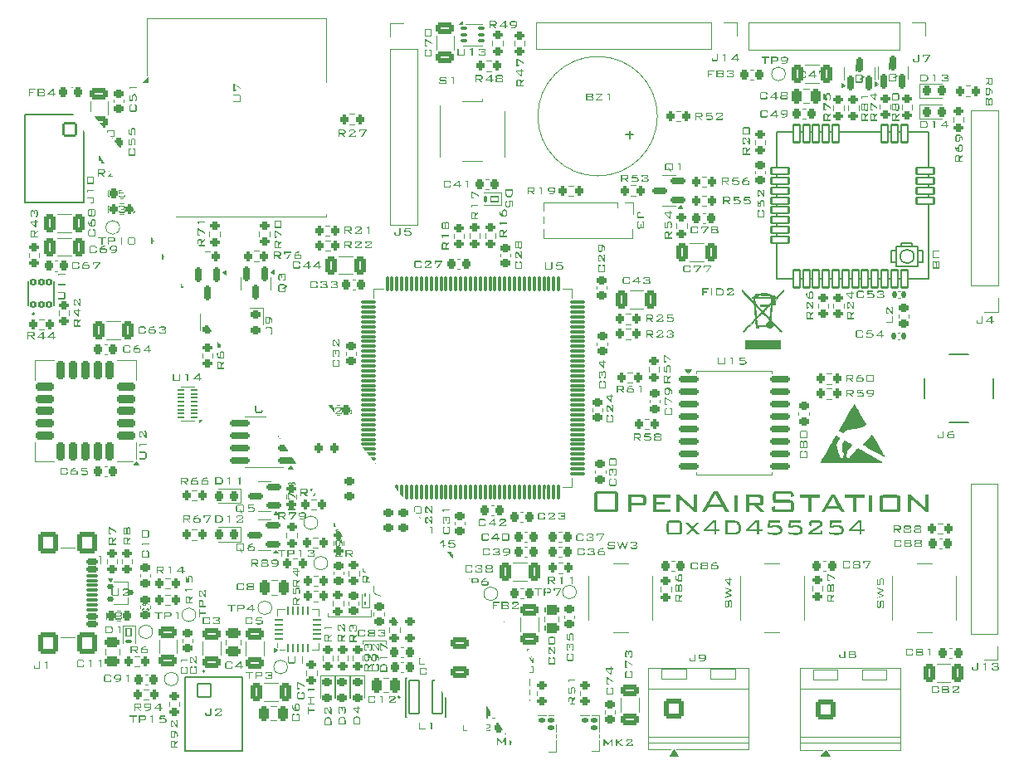
<source format=gbr>
%TF.GenerationSoftware,KiCad,Pcbnew,9.0.2*%
%TF.CreationDate,2025-09-08T10:53:28+03:00*%
%TF.ProjectId,OpenAirScope,4f70656e-4169-4725-9363-6f70652e6b69,v0-Draft*%
%TF.SameCoordinates,Original*%
%TF.FileFunction,Legend,Top*%
%TF.FilePolarity,Positive*%
%FSLAX46Y46*%
G04 Gerber Fmt 4.6, Leading zero omitted, Abs format (unit mm)*
G04 Created by KiCad (PCBNEW 9.0.2) date 2025-09-08 10:53:28*
%MOMM*%
%LPD*%
G01*
G04 APERTURE LIST*
G04 Aperture macros list*
%AMRoundRect*
0 Rectangle with rounded corners*
0 $1 Rounding radius*
0 $2 $3 $4 $5 $6 $7 $8 $9 X,Y pos of 4 corners*
0 Add a 4 corners polygon primitive as box body*
4,1,4,$2,$3,$4,$5,$6,$7,$8,$9,$2,$3,0*
0 Add four circle primitives for the rounded corners*
1,1,$1+$1,$2,$3*
1,1,$1+$1,$4,$5*
1,1,$1+$1,$6,$7*
1,1,$1+$1,$8,$9*
0 Add four rect primitives between the rounded corners*
20,1,$1+$1,$2,$3,$4,$5,0*
20,1,$1+$1,$4,$5,$6,$7,0*
20,1,$1+$1,$6,$7,$8,$9,0*
20,1,$1+$1,$8,$9,$2,$3,0*%
%AMFreePoly0*
4,1,64,0.235711,1.439036,0.382774,1.378120,0.515127,1.289684,0.627684,1.177127,0.716120,1.044774,0.777036,0.897711,0.808090,0.741590,0.808090,0.582410,0.777036,0.426289,0.716120,0.279226,0.627684,0.146873,0.515127,0.034316,0.382774,-0.054120,0.235711,-0.115036,0.079590,-0.146090,0.031746,-0.146090,0.029264,-0.147118,-0.029264,-0.147118,-0.031746,-0.146090,-0.079590,-0.146090,
-0.235711,-0.115036,-0.382774,-0.054120,-0.515127,0.034316,-0.627684,0.146873,-0.716120,0.279226,-0.777036,0.426289,-0.808090,0.582410,-0.808090,0.729406,-0.512000,0.729406,-0.512000,0.594594,-0.477108,0.464375,-0.409702,0.347625,-0.314375,0.252298,-0.197625,0.184892,-0.067406,0.150000,0.067406,0.150000,0.197625,0.184892,0.314375,0.252298,0.409702,0.347625,0.477108,0.464375,
0.512000,0.594594,0.512000,0.729406,0.477108,0.859625,0.409702,0.976375,0.314375,1.071702,0.197625,1.139108,0.067406,1.174000,-0.067406,1.174000,-0.197625,1.139108,-0.314375,1.071702,-0.409702,0.976375,-0.477108,0.859625,-0.512000,0.729406,-0.808090,0.729406,-0.808090,0.741590,-0.777036,0.897711,-0.716120,1.044774,-0.627684,1.177127,-0.515127,1.289684,-0.382774,1.378120,
-0.235711,1.439036,-0.079590,1.470090,0.079590,1.470090,0.235711,1.439036,0.235711,1.439036,$1*%
G04 Aperture macros list end*
%ADD10C,0.100000*%
%ADD11C,0.437500*%
%ADD12C,0.050000*%
%ADD13C,0.150000*%
%ADD14C,0.120000*%
%ADD15C,0.127000*%
%ADD16C,0.200000*%
%ADD17C,0.010000*%
%ADD18RoundRect,0.140000X0.140000X0.170000X-0.140000X0.170000X-0.140000X-0.170000X0.140000X-0.170000X0*%
%ADD19C,2.000000*%
%ADD20RoundRect,0.250000X-0.650000X0.325000X-0.650000X-0.325000X0.650000X-0.325000X0.650000X0.325000X0*%
%ADD21RoundRect,0.200000X-0.200000X-0.275000X0.200000X-0.275000X0.200000X0.275000X-0.200000X0.275000X0*%
%ADD22RoundRect,0.225000X0.225000X0.250000X-0.225000X0.250000X-0.225000X-0.250000X0.225000X-0.250000X0*%
%ADD23RoundRect,0.225000X-0.225000X-0.250000X0.225000X-0.250000X0.225000X0.250000X-0.225000X0.250000X0*%
%ADD24C,1.000000*%
%ADD25RoundRect,0.200000X0.200000X0.275000X-0.200000X0.275000X-0.200000X-0.275000X0.200000X-0.275000X0*%
%ADD26RoundRect,0.250000X-0.325000X-0.650000X0.325000X-0.650000X0.325000X0.650000X-0.325000X0.650000X0*%
%ADD27RoundRect,0.200000X0.275000X-0.200000X0.275000X0.200000X-0.275000X0.200000X-0.275000X-0.200000X0*%
%ADD28RoundRect,0.200000X-0.275000X0.200000X-0.275000X-0.200000X0.275000X-0.200000X0.275000X0.200000X0*%
%ADD29C,3.200000*%
%ADD30RoundRect,0.250000X-0.475000X0.250000X-0.475000X-0.250000X0.475000X-0.250000X0.475000X0.250000X0*%
%ADD31RoundRect,0.062500X-0.062500X0.117500X-0.062500X-0.117500X0.062500X-0.117500X0.062500X0.117500X0*%
%ADD32RoundRect,0.218750X-0.218750X-0.256250X0.218750X-0.256250X0.218750X0.256250X-0.218750X0.256250X0*%
%ADD33RoundRect,0.102000X-0.330000X-0.155000X0.330000X-0.155000X0.330000X0.155000X-0.330000X0.155000X0*%
%ADD34R,1.500000X0.900000*%
%ADD35C,0.600000*%
%ADD36R,2.900000X2.900000*%
%ADD37R,1.700000X1.700000*%
%ADD38C,1.700000*%
%ADD39RoundRect,0.075000X-0.275000X0.390000X-0.275000X-0.390000X0.275000X-0.390000X0.275000X0.390000X0*%
%ADD40RoundRect,0.075000X-0.275000X0.075000X-0.275000X-0.075000X0.275000X-0.075000X0.275000X0.075000X0*%
%ADD41RoundRect,0.075000X0.075000X-0.662500X0.075000X0.662500X-0.075000X0.662500X-0.075000X-0.662500X0*%
%ADD42RoundRect,0.075000X0.662500X-0.075000X0.662500X0.075000X-0.662500X0.075000X-0.662500X-0.075000X0*%
%ADD43RoundRect,0.150000X0.150000X-0.587500X0.150000X0.587500X-0.150000X0.587500X-0.150000X-0.587500X0*%
%ADD44RoundRect,0.075000X-0.250000X-0.075000X0.250000X-0.075000X0.250000X0.075000X-0.250000X0.075000X0*%
%ADD45RoundRect,0.225000X-0.250000X0.225000X-0.250000X-0.225000X0.250000X-0.225000X0.250000X0.225000X0*%
%ADD46C,2.529000*%
%ADD47C,2.679000*%
%ADD48RoundRect,0.250000X0.250000X0.475000X-0.250000X0.475000X-0.250000X-0.475000X0.250000X-0.475000X0*%
%ADD49RoundRect,0.102000X0.350000X0.900000X-0.350000X0.900000X-0.350000X-0.900000X0.350000X-0.900000X0*%
%ADD50RoundRect,0.102000X0.900000X0.350000X-0.900000X0.350000X-0.900000X-0.350000X0.900000X-0.350000X0*%
%ADD51RoundRect,0.250001X-0.799999X-0.799999X0.799999X-0.799999X0.799999X0.799999X-0.799999X0.799999X0*%
%ADD52C,2.100000*%
%ADD53RoundRect,0.050000X0.262500X0.050000X-0.262500X0.050000X-0.262500X-0.050000X0.262500X-0.050000X0*%
%ADD54R,0.400000X2.800000*%
%ADD55RoundRect,0.150000X-0.875000X-0.150000X0.875000X-0.150000X0.875000X0.150000X-0.875000X0.150000X0*%
%ADD56RoundRect,0.102000X0.200000X-0.275000X0.200000X0.275000X-0.200000X0.275000X-0.200000X-0.275000X0*%
%ADD57RoundRect,0.102000X-0.490000X-1.700000X0.490000X-1.700000X0.490000X1.700000X-0.490000X1.700000X0*%
%ADD58RoundRect,0.250000X0.325000X0.650000X-0.325000X0.650000X-0.325000X-0.650000X0.325000X-0.650000X0*%
%ADD59RoundRect,0.150000X0.825000X0.150000X-0.825000X0.150000X-0.825000X-0.150000X0.825000X-0.150000X0*%
%ADD60RoundRect,0.075000X0.390000X0.275000X-0.390000X0.275000X-0.390000X-0.275000X0.390000X-0.275000X0*%
%ADD61RoundRect,0.075000X0.075000X0.275000X-0.075000X0.275000X-0.075000X-0.275000X0.075000X-0.275000X0*%
%ADD62RoundRect,0.225000X0.250000X-0.225000X0.250000X0.225000X-0.250000X0.225000X-0.250000X-0.225000X0*%
%ADD63R,1.600000X1.600000*%
%ADD64C,1.600000*%
%ADD65RoundRect,0.218750X0.218750X0.256250X-0.218750X0.256250X-0.218750X-0.256250X0.218750X-0.256250X0*%
%ADD66RoundRect,0.102000X-0.654000X-0.654000X0.654000X-0.654000X0.654000X0.654000X-0.654000X0.654000X0*%
%ADD67C,1.512000*%
%ADD68RoundRect,0.150000X0.587500X0.150000X-0.587500X0.150000X-0.587500X-0.150000X0.587500X-0.150000X0*%
%ADD69RoundRect,0.250000X-0.250000X-0.475000X0.250000X-0.475000X0.250000X0.475000X-0.250000X0.475000X0*%
%ADD70RoundRect,0.062500X0.117500X0.062500X-0.117500X0.062500X-0.117500X-0.062500X0.117500X-0.062500X0*%
%ADD71RoundRect,0.250000X0.650000X-0.325000X0.650000X0.325000X-0.650000X0.325000X-0.650000X-0.325000X0*%
%ADD72C,0.650000*%
%ADD73RoundRect,0.150000X-0.425000X0.150000X-0.425000X-0.150000X0.425000X-0.150000X0.425000X0.150000X0*%
%ADD74RoundRect,0.075000X-0.500000X0.075000X-0.500000X-0.075000X0.500000X-0.075000X0.500000X0.075000X0*%
%ADD75RoundRect,0.250000X-0.750000X0.840000X-0.750000X-0.840000X0.750000X-0.840000X0.750000X0.840000X0*%
%ADD76RoundRect,0.150000X-0.150000X0.587500X-0.150000X-0.587500X0.150000X-0.587500X0.150000X0.587500X0*%
%ADD77RoundRect,0.218750X-0.256250X0.218750X-0.256250X-0.218750X0.256250X-0.218750X0.256250X0.218750X0*%
%ADD78C,0.500000*%
%ADD79RoundRect,0.130500X-0.169500X-0.130500X0.169500X-0.130500X0.169500X0.130500X-0.169500X0.130500X0*%
%ADD80FreePoly0,90.000000*%
%ADD81RoundRect,0.062500X0.062500X-0.350000X0.062500X0.350000X-0.062500X0.350000X-0.062500X-0.350000X0*%
%ADD82RoundRect,0.062500X0.350000X-0.062500X0.350000X0.062500X-0.350000X0.062500X-0.350000X-0.062500X0*%
%ADD83R,2.500000X2.500000*%
%ADD84RoundRect,0.112500X-0.237500X0.112500X-0.237500X-0.112500X0.237500X-0.112500X0.237500X0.112500X0*%
%ADD85RoundRect,0.250000X0.475000X-0.250000X0.475000X0.250000X-0.475000X0.250000X-0.475000X-0.250000X0*%
%ADD86R,1.000000X1.000000*%
%ADD87R,1.100000X1.900000*%
%ADD88RoundRect,0.102000X-0.619000X0.619000X-0.619000X-0.619000X0.619000X-0.619000X0.619000X0.619000X0*%
%ADD89C,1.442000*%
%ADD90R,2.200000X2.200000*%
%ADD91C,2.200000*%
%ADD92RoundRect,0.212500X0.737500X0.212500X-0.737500X0.212500X-0.737500X-0.212500X0.737500X-0.212500X0*%
%ADD93RoundRect,0.212500X0.212500X0.737500X-0.212500X0.737500X-0.212500X-0.737500X0.212500X-0.737500X0*%
%ADD94R,4.800000X4.800000*%
G04 APERTURE END LIST*
D10*
X133150000Y-132500000D02*
X133520000Y-132500000D01*
X129130000Y-132520000D02*
X132710000Y-132500000D01*
X129130000Y-132520000D02*
X129130000Y-132145196D01*
X132710000Y-134990000D02*
X132710000Y-135260000D01*
X132710000Y-134985000D02*
X135090000Y-134985000D01*
X133520000Y-132500000D02*
X133520000Y-131850000D01*
X132710000Y-132500000D02*
X133150000Y-132500000D01*
X135090000Y-134985000D02*
X135090000Y-135260000D01*
D11*
G36*
X158494724Y-119716264D02*
G01*
X158621037Y-119754440D01*
X158699706Y-119808468D01*
X158752815Y-119888012D01*
X158790459Y-120015741D01*
X158805403Y-120211652D01*
X158805403Y-121353975D01*
X158790378Y-121553623D01*
X158752660Y-121682899D01*
X158699706Y-121762655D01*
X158621037Y-121816683D01*
X158494724Y-121854858D01*
X158300919Y-121870000D01*
X156801756Y-121870000D01*
X156605342Y-121854552D01*
X156477807Y-121815653D01*
X156398756Y-121760640D01*
X156345693Y-121679780D01*
X156312318Y-121565184D01*
X156654112Y-121565184D01*
X158448564Y-121565184D01*
X158448564Y-119994214D01*
X156654112Y-119994214D01*
X156654112Y-121565184D01*
X156312318Y-121565184D01*
X156308127Y-121550793D01*
X156293243Y-121353975D01*
X156293243Y-120211652D01*
X156308102Y-120017145D01*
X156345638Y-119889526D01*
X156398756Y-119809384D01*
X156477701Y-119754974D01*
X156605220Y-119716438D01*
X156801756Y-119701123D01*
X158300919Y-119701123D01*
X158494724Y-119716264D01*
G37*
G36*
X161393382Y-120098712D02*
G01*
X161489388Y-120126619D01*
X161555333Y-120167505D01*
X161603341Y-120226892D01*
X161634861Y-120311501D01*
X161646741Y-120430188D01*
X161646741Y-120828609D01*
X161634960Y-120944396D01*
X161603528Y-121027857D01*
X161555333Y-121087262D01*
X161489404Y-121128047D01*
X161393400Y-121155893D01*
X161256929Y-121166580D01*
X160090059Y-121166580D01*
X160090059Y-121870000D01*
X159753736Y-121870000D01*
X159753736Y-120908660D01*
X160090059Y-120908660D01*
X161105254Y-120908660D01*
X161207770Y-120897403D01*
X161262058Y-120870741D01*
X161293754Y-120823085D01*
X161306205Y-120740315D01*
X161306205Y-120514269D01*
X161294013Y-120431410D01*
X161263157Y-120384026D01*
X161209389Y-120357316D01*
X161105254Y-120345924D01*
X160090059Y-120345924D01*
X160090059Y-120908660D01*
X159753736Y-120908660D01*
X159753736Y-120088004D01*
X161256929Y-120088004D01*
X161393382Y-120098712D01*
G37*
G36*
X162297770Y-121870000D02*
G01*
X162297770Y-120088004D01*
X164090207Y-120088004D01*
X164090207Y-120357648D01*
X162634092Y-120357648D01*
X162634092Y-120803147D01*
X163511901Y-120803147D01*
X163511901Y-121072791D01*
X162634092Y-121072791D01*
X162634092Y-121612079D01*
X164106693Y-121612079D01*
X164106693Y-121870000D01*
X162297770Y-121870000D01*
G37*
G36*
X165021322Y-120445209D02*
G01*
X165039823Y-120603295D01*
X165046051Y-120763396D01*
X165046051Y-121870000D01*
X164736290Y-121870000D01*
X164736290Y-120088004D01*
X164992562Y-120088004D01*
X166299017Y-121252126D01*
X166408560Y-121360936D01*
X166512241Y-121496308D01*
X166490809Y-121334192D01*
X166483665Y-121163832D01*
X166483665Y-120088004D01*
X166793243Y-120088004D01*
X166793243Y-121870000D01*
X166563532Y-121870000D01*
X165230516Y-120689574D01*
X165110532Y-120565376D01*
X165021322Y-120445209D01*
G37*
G36*
X170119464Y-121870000D02*
G01*
X169721592Y-121870000D01*
X169444621Y-121342435D01*
X167978431Y-121342435D01*
X167701460Y-121870000D01*
X167344621Y-121870000D01*
X167785981Y-121061067D01*
X168130106Y-121061067D01*
X169296976Y-121061067D01*
X168712625Y-119949701D01*
X168130106Y-121061067D01*
X167785981Y-121061067D01*
X168527978Y-119701123D01*
X168915591Y-119701123D01*
X170119464Y-121870000D01*
G37*
G36*
X170994525Y-121870000D02*
G01*
X170660218Y-121870000D01*
X170660218Y-120099727D01*
X170994525Y-120099727D01*
X170994525Y-121870000D01*
G37*
G36*
X173370782Y-120098776D02*
G01*
X173462771Y-120126920D01*
X173526102Y-120168421D01*
X173571830Y-120228047D01*
X173601950Y-120312408D01*
X173613297Y-120430005D01*
X173613297Y-120828060D01*
X173601962Y-120944507D01*
X173571860Y-121028035D01*
X173526102Y-121087079D01*
X173462853Y-121128070D01*
X173370872Y-121155914D01*
X173240155Y-121166580D01*
X173004216Y-121166580D01*
X173789701Y-121870000D01*
X173340539Y-121870000D01*
X172630891Y-121166580D01*
X172144909Y-121166580D01*
X172144909Y-121870000D01*
X171808586Y-121870000D01*
X171808586Y-120920383D01*
X172144909Y-120920383D01*
X173092510Y-120920383D01*
X173194336Y-120909221D01*
X173244185Y-120883564D01*
X173271538Y-120835684D01*
X173283203Y-120739766D01*
X173283203Y-120526542D01*
X173271427Y-120437458D01*
X173242170Y-120386957D01*
X173190481Y-120358002D01*
X173092510Y-120345924D01*
X172144909Y-120345924D01*
X172144909Y-120920383D01*
X171808586Y-120920383D01*
X171808586Y-120088004D01*
X173240155Y-120088004D01*
X173370782Y-120098776D01*
G37*
G36*
X176381545Y-119994214D02*
G01*
X174847578Y-119994214D01*
X174847578Y-120603845D01*
X176213384Y-120603845D01*
X176404353Y-120618889D01*
X176529996Y-120656986D01*
X176609241Y-120711189D01*
X176662750Y-120790997D01*
X176700745Y-120919780D01*
X176715853Y-121118037D01*
X176715853Y-121359105D01*
X176700981Y-121556819D01*
X176663653Y-121684814D01*
X176611256Y-121763754D01*
X176533235Y-121817141D01*
X176407316Y-121854967D01*
X176213384Y-121870000D01*
X174947962Y-121870000D01*
X174752725Y-121854876D01*
X174625404Y-121816748D01*
X174546060Y-121762838D01*
X174492454Y-121683090D01*
X174454504Y-121555171D01*
X174439448Y-121359105D01*
X174439448Y-121301219D01*
X174775771Y-121225198D01*
X174775771Y-121565184D01*
X176389605Y-121565184D01*
X176389605Y-120920383D01*
X175028012Y-120920383D01*
X174832909Y-120905051D01*
X174706398Y-120866467D01*
X174628126Y-120811939D01*
X174575666Y-120731558D01*
X174538359Y-120602224D01*
X174523529Y-120403627D01*
X174523529Y-120213483D01*
X174538346Y-120016682D01*
X174575635Y-119888512D01*
X174628126Y-119808834D01*
X174706327Y-119754708D01*
X174832827Y-119716367D01*
X175028012Y-119701123D01*
X176182609Y-119701123D01*
X176373633Y-119715862D01*
X176500473Y-119753301D01*
X176581397Y-119806636D01*
X176637731Y-119884968D01*
X176676223Y-120003160D01*
X176691123Y-120176297D01*
X176691123Y-120221727D01*
X176381545Y-120310753D01*
X176381545Y-119994214D01*
G37*
G36*
X178513968Y-120357648D02*
G01*
X178513968Y-121870000D01*
X178179661Y-121870000D01*
X178179661Y-120357648D01*
X177338855Y-120357648D01*
X177338855Y-120088004D01*
X179358804Y-120088004D01*
X179358804Y-120357648D01*
X178513968Y-120357648D01*
G37*
G36*
X181886535Y-121870000D02*
G01*
X181521453Y-121870000D01*
X181289727Y-121459672D01*
X180059293Y-121459672D01*
X179831781Y-121870000D01*
X179495458Y-121870000D01*
X179881515Y-121201751D01*
X180200893Y-121201751D01*
X181146296Y-121201751D01*
X180672587Y-120349954D01*
X180200893Y-121201751D01*
X179881515Y-121201751D01*
X180524942Y-120088004D01*
X180832505Y-120088004D01*
X181886535Y-121870000D01*
G37*
G36*
X183083264Y-120357648D02*
G01*
X183083264Y-121870000D01*
X182748956Y-121870000D01*
X182748956Y-120357648D01*
X181908150Y-120357648D01*
X181908150Y-120088004D01*
X183928100Y-120088004D01*
X183928100Y-120357648D01*
X183083264Y-120357648D01*
G37*
G36*
X184643792Y-121870000D02*
G01*
X184309485Y-121870000D01*
X184309485Y-120099727D01*
X184643792Y-120099727D01*
X184643792Y-121870000D01*
G37*
G36*
X187304374Y-120100718D02*
G01*
X187413629Y-120132799D01*
X187482016Y-120178129D01*
X187528634Y-120245314D01*
X187561395Y-120352171D01*
X187574340Y-120515001D01*
X187574340Y-121449047D01*
X187561497Y-121610312D01*
X187529046Y-121715743D01*
X187482932Y-121781706D01*
X187415335Y-121825930D01*
X187306000Y-121857448D01*
X187137451Y-121870000D01*
X185851695Y-121870000D01*
X185681469Y-121857526D01*
X185571921Y-121826329D01*
X185504931Y-121782805D01*
X185459626Y-121717469D01*
X185427553Y-121611875D01*
X185426651Y-121600355D01*
X185751128Y-121600355D01*
X187238018Y-121600355D01*
X187238018Y-120357648D01*
X185751128Y-120357648D01*
X185751128Y-121600355D01*
X185426651Y-121600355D01*
X185414806Y-121449047D01*
X185414806Y-120515001D01*
X185427751Y-120352171D01*
X185460512Y-120245314D01*
X185507130Y-120178129D01*
X185575517Y-120132799D01*
X185684772Y-120100718D01*
X185851695Y-120088004D01*
X187137451Y-120088004D01*
X187304374Y-120100718D01*
G37*
G36*
X188638628Y-120445209D02*
G01*
X188657130Y-120603295D01*
X188663358Y-120763396D01*
X188663358Y-121870000D01*
X188353597Y-121870000D01*
X188353597Y-120088004D01*
X188609869Y-120088004D01*
X189916324Y-121252126D01*
X190025867Y-121360936D01*
X190129548Y-121496308D01*
X190108115Y-121334192D01*
X190100971Y-121163832D01*
X190100971Y-120088004D01*
X190410549Y-120088004D01*
X190410549Y-121870000D01*
X190180839Y-121870000D01*
X188847822Y-120689574D01*
X188727838Y-120565376D01*
X188638628Y-120445209D01*
G37*
D12*
G36*
X165074265Y-122714086D02*
G01*
X165151985Y-122739554D01*
X165201343Y-122776256D01*
X165234135Y-122829232D01*
X165257658Y-122915080D01*
X165267044Y-123047487D01*
X165267044Y-123810746D01*
X165257676Y-123941442D01*
X165234174Y-124026310D01*
X165201343Y-124078803D01*
X165152079Y-124114960D01*
X165074374Y-124140110D01*
X164956612Y-124150000D01*
X164037892Y-124150000D01*
X163919120Y-124140141D01*
X163841299Y-124115160D01*
X163792428Y-124079413D01*
X163760126Y-124027413D01*
X163740198Y-123954605D01*
X163959979Y-123954605D01*
X165034525Y-123954605D01*
X165034525Y-122899476D01*
X163959979Y-122899476D01*
X163959979Y-123954605D01*
X163740198Y-123954605D01*
X163736882Y-123942489D01*
X163727581Y-123810746D01*
X163727581Y-123047487D01*
X163736861Y-122914988D01*
X163760096Y-122829151D01*
X163792428Y-122776256D01*
X163841453Y-122739627D01*
X163919298Y-122714127D01*
X164037892Y-122704082D01*
X164956612Y-122704082D01*
X165074265Y-122714086D01*
G37*
G36*
X165635607Y-124150000D02*
G01*
X166231681Y-123542323D01*
X165626081Y-122962002D01*
X165929553Y-122962002D01*
X166357466Y-123393091D01*
X166749842Y-122962002D01*
X167026081Y-122962002D01*
X166480565Y-123513625D01*
X167147714Y-124150000D01*
X166833251Y-124150000D01*
X166354780Y-123668230D01*
X165924057Y-124150000D01*
X165635607Y-124150000D01*
G37*
G36*
X168788904Y-123626343D02*
G01*
X169119731Y-123626343D01*
X169119731Y-123806106D01*
X168788904Y-123806106D01*
X168788904Y-124150000D01*
X168567376Y-124150000D01*
X168567376Y-123806106D01*
X167473656Y-123806106D01*
X167473656Y-123626343D01*
X167727913Y-123626343D01*
X168567376Y-123626343D01*
X168567376Y-122862107D01*
X167727913Y-123626343D01*
X167473656Y-123626343D01*
X168515474Y-122688450D01*
X168788904Y-122688450D01*
X168788904Y-123626343D01*
G37*
G36*
X170655782Y-122711477D02*
G01*
X170796092Y-122730826D01*
X170920905Y-122766664D01*
X171019574Y-122816311D01*
X171105220Y-122884296D01*
X171178155Y-122967597D01*
X171239026Y-123068004D01*
X171283178Y-123177096D01*
X171309915Y-123293284D01*
X171319016Y-123418126D01*
X171309906Y-123551279D01*
X171283455Y-123672205D01*
X171240369Y-123782780D01*
X171180124Y-123884267D01*
X171106782Y-123968666D01*
X171019574Y-124037770D01*
X170923330Y-124086395D01*
X170798168Y-124122644D01*
X170657043Y-124142434D01*
X170464532Y-124150000D01*
X169668911Y-124150000D01*
X169668911Y-123946789D01*
X169910833Y-123946789D01*
X170430338Y-123946789D01*
X170612611Y-123936947D01*
X170750259Y-123910749D01*
X170852389Y-123872212D01*
X170926639Y-123823813D01*
X170986306Y-123757712D01*
X171031319Y-123671321D01*
X171060773Y-123559689D01*
X171071598Y-123416294D01*
X171060719Y-123278455D01*
X171030976Y-123170342D01*
X170985189Y-123085865D01*
X170923953Y-123020498D01*
X170848546Y-122972690D01*
X170746131Y-122934760D01*
X170609557Y-122909084D01*
X170430338Y-122899476D01*
X169910833Y-122899476D01*
X169910833Y-123946789D01*
X169668911Y-123946789D01*
X169668911Y-122704082D01*
X170464532Y-122704082D01*
X170655782Y-122711477D01*
G37*
G36*
X173144242Y-123626343D02*
G01*
X173475069Y-123626343D01*
X173475069Y-123806106D01*
X173144242Y-123806106D01*
X173144242Y-124150000D01*
X172922714Y-124150000D01*
X172922714Y-123806106D01*
X171828995Y-123806106D01*
X171828995Y-123626343D01*
X172083251Y-123626343D01*
X172922714Y-123626343D01*
X172922714Y-122862107D01*
X172083251Y-123626343D01*
X171828995Y-123626343D01*
X172870812Y-122688450D01*
X173144242Y-122688450D01*
X173144242Y-123626343D01*
G37*
G36*
X174044644Y-123876203D02*
G01*
X174240652Y-123917702D01*
X174427494Y-123946789D01*
X174610756Y-123964605D01*
X174774808Y-123970237D01*
X174950690Y-123960821D01*
X175071555Y-123936796D01*
X175151430Y-123903192D01*
X175214119Y-123849982D01*
X175252003Y-123778961D01*
X175265614Y-123684106D01*
X175257449Y-123607827D01*
X175234538Y-123546177D01*
X175197639Y-123495933D01*
X175145324Y-123455251D01*
X175061288Y-123419338D01*
X174936769Y-123393935D01*
X174758443Y-123384054D01*
X174594161Y-123389457D01*
X174419312Y-123406158D01*
X174241162Y-123433611D01*
X174047452Y-123473935D01*
X174122679Y-122704082D01*
X175292969Y-122704082D01*
X175276482Y-122899476D01*
X174304518Y-122899476D01*
X174253838Y-123247400D01*
X174522383Y-123203070D01*
X174789829Y-123188660D01*
X174980473Y-123198067D01*
X175130462Y-123223531D01*
X175247066Y-123261631D01*
X175336566Y-123310048D01*
X175413176Y-123377654D01*
X175467923Y-123460375D01*
X175502161Y-123561279D01*
X175514375Y-123685205D01*
X175501736Y-123811797D01*
X175466559Y-123912956D01*
X175410635Y-123994184D01*
X175332536Y-124058897D01*
X175241976Y-124103436D01*
X175117986Y-124139506D01*
X174951868Y-124164179D01*
X174733653Y-124173447D01*
X174598153Y-124169673D01*
X174452041Y-124157937D01*
X174114375Y-124107501D01*
X174044644Y-123876203D01*
G37*
G36*
X176137316Y-123876203D02*
G01*
X176333324Y-123917702D01*
X176520167Y-123946789D01*
X176703428Y-123964605D01*
X176867480Y-123970237D01*
X177043363Y-123960821D01*
X177164227Y-123936796D01*
X177244103Y-123903192D01*
X177306791Y-123849982D01*
X177344675Y-123778961D01*
X177358286Y-123684106D01*
X177350122Y-123607827D01*
X177327211Y-123546177D01*
X177290312Y-123495933D01*
X177237997Y-123455251D01*
X177153961Y-123419338D01*
X177029442Y-123393935D01*
X176851116Y-123384054D01*
X176686834Y-123389457D01*
X176511985Y-123406158D01*
X176333835Y-123433611D01*
X176140125Y-123473935D01*
X176215352Y-122704082D01*
X177385642Y-122704082D01*
X177369155Y-122899476D01*
X176397191Y-122899476D01*
X176346510Y-123247400D01*
X176615055Y-123203070D01*
X176882501Y-123188660D01*
X177073146Y-123198067D01*
X177223135Y-123223531D01*
X177339738Y-123261631D01*
X177429239Y-123310048D01*
X177505849Y-123377654D01*
X177560595Y-123460375D01*
X177594834Y-123561279D01*
X177607048Y-123685205D01*
X177594408Y-123811797D01*
X177559232Y-123912956D01*
X177503307Y-123994184D01*
X177425209Y-124058897D01*
X177334648Y-124103436D01*
X177210658Y-124139506D01*
X177044541Y-124164179D01*
X176826325Y-124173447D01*
X176690826Y-124169673D01*
X176544713Y-124157937D01*
X176207048Y-124107501D01*
X176137316Y-123876203D01*
G37*
G36*
X178260153Y-122987892D02*
G01*
X178268986Y-122880497D01*
X178291443Y-122809505D01*
X178323656Y-122764410D01*
X178370822Y-122734452D01*
X178449045Y-122712790D01*
X178571807Y-122704082D01*
X179269120Y-122704082D01*
X179390936Y-122712773D01*
X179468739Y-122734419D01*
X179515806Y-122764410D01*
X179548086Y-122809517D01*
X179570584Y-122880511D01*
X179579431Y-122987892D01*
X179579431Y-123077773D01*
X179569833Y-123177654D01*
X179545237Y-123243736D01*
X179498090Y-123299791D01*
X179400401Y-123372575D01*
X178465195Y-123954605D01*
X179414078Y-123954605D01*
X179414078Y-123681053D01*
X179643667Y-123755914D01*
X179643667Y-123870219D01*
X179634767Y-123975906D01*
X179612094Y-124045914D01*
X179579431Y-124090526D01*
X179531984Y-124120051D01*
X179453517Y-124141415D01*
X179330669Y-124150000D01*
X178193108Y-124150000D01*
X178193108Y-124061095D01*
X178203953Y-123969735D01*
X178232065Y-123910031D01*
X178279674Y-123860169D01*
X178361270Y-123800854D01*
X179341538Y-123182065D01*
X179341538Y-122899476D01*
X178489863Y-122899476D01*
X178489863Y-123235554D01*
X178260153Y-123174371D01*
X178260153Y-122987892D01*
G37*
G36*
X180322662Y-123876203D02*
G01*
X180518670Y-123917702D01*
X180705512Y-123946789D01*
X180888774Y-123964605D01*
X181052826Y-123970237D01*
X181228709Y-123960821D01*
X181349573Y-123936796D01*
X181429448Y-123903192D01*
X181492137Y-123849982D01*
X181530021Y-123778961D01*
X181543632Y-123684106D01*
X181535467Y-123607827D01*
X181512557Y-123546177D01*
X181475657Y-123495933D01*
X181423342Y-123455251D01*
X181339306Y-123419338D01*
X181214788Y-123393935D01*
X181036461Y-123384054D01*
X180872179Y-123389457D01*
X180697330Y-123406158D01*
X180519180Y-123433611D01*
X180325471Y-123473935D01*
X180400697Y-122704082D01*
X181570987Y-122704082D01*
X181554501Y-122899476D01*
X180582536Y-122899476D01*
X180531856Y-123247400D01*
X180800401Y-123203070D01*
X181067847Y-123188660D01*
X181258491Y-123198067D01*
X181408480Y-123223531D01*
X181525084Y-123261631D01*
X181614584Y-123310048D01*
X181691194Y-123377654D01*
X181745941Y-123460375D01*
X181780179Y-123561279D01*
X181792393Y-123685205D01*
X181779754Y-123811797D01*
X181744577Y-123912956D01*
X181688653Y-123994184D01*
X181610554Y-124058897D01*
X181519994Y-124103436D01*
X181396004Y-124139506D01*
X181229886Y-124164179D01*
X181011671Y-124173447D01*
X180876171Y-124169673D01*
X180730059Y-124157937D01*
X180392393Y-124107501D01*
X180322662Y-123876203D01*
G37*
G36*
X183607606Y-123626343D02*
G01*
X183938433Y-123626343D01*
X183938433Y-123806106D01*
X183607606Y-123806106D01*
X183607606Y-124150000D01*
X183386078Y-124150000D01*
X183386078Y-123806106D01*
X182292358Y-123806106D01*
X182292358Y-123626343D01*
X182546615Y-123626343D01*
X183386078Y-123626343D01*
X183386078Y-122862107D01*
X182546615Y-123626343D01*
X182292358Y-123626343D01*
X183334176Y-122688450D01*
X183607606Y-122688450D01*
X183607606Y-123626343D01*
G37*
D13*
G36*
X183728132Y-99359738D02*
G01*
X183227068Y-99359738D01*
X183227068Y-99883394D01*
X183728132Y-99883394D01*
X183728132Y-99703632D01*
X183849154Y-99728728D01*
X183849154Y-99813541D01*
X183844193Y-99879917D01*
X183831745Y-99922868D01*
X183814289Y-99949340D01*
X183788245Y-99967248D01*
X183746082Y-99979948D01*
X183680993Y-99985000D01*
X183276283Y-99985000D01*
X183211231Y-99979929D01*
X183168787Y-99967139D01*
X183142316Y-99949035D01*
X183124457Y-99922294D01*
X183111802Y-99879367D01*
X183106778Y-99813541D01*
X183106778Y-99432522D01*
X183111798Y-99367124D01*
X183124449Y-99324467D01*
X183142316Y-99297883D01*
X183168775Y-99279846D01*
X183211217Y-99267097D01*
X183276283Y-99262041D01*
X183680993Y-99262041D01*
X183746103Y-99267070D01*
X183788263Y-99279709D01*
X183814289Y-99297517D01*
X183831751Y-99323833D01*
X183844195Y-99366532D01*
X183849154Y-99432522D01*
X183849154Y-99501215D01*
X183728132Y-99523869D01*
X183728132Y-99359738D01*
G37*
G36*
X184175829Y-99848101D02*
G01*
X184273833Y-99868851D01*
X184367255Y-99883394D01*
X184458885Y-99892302D01*
X184540911Y-99895118D01*
X184628853Y-99890410D01*
X184689285Y-99878398D01*
X184729222Y-99861596D01*
X184760567Y-99834991D01*
X184779509Y-99799480D01*
X184786314Y-99752053D01*
X184782232Y-99713913D01*
X184770777Y-99683088D01*
X184752327Y-99657966D01*
X184726169Y-99637625D01*
X184684151Y-99619669D01*
X184621892Y-99606967D01*
X184532729Y-99602027D01*
X184450588Y-99604728D01*
X184363163Y-99613079D01*
X184274088Y-99626805D01*
X184177234Y-99646967D01*
X184214847Y-99262041D01*
X184799992Y-99262041D01*
X184791749Y-99359738D01*
X184305766Y-99359738D01*
X184280426Y-99533700D01*
X184414699Y-99511535D01*
X184548422Y-99504330D01*
X184643744Y-99509033D01*
X184718738Y-99521765D01*
X184777040Y-99540815D01*
X184821790Y-99565024D01*
X184860095Y-99598827D01*
X184887469Y-99640187D01*
X184904588Y-99690639D01*
X184910695Y-99752602D01*
X184904375Y-99815898D01*
X184886787Y-99866478D01*
X184858825Y-99907092D01*
X184819775Y-99939448D01*
X184774495Y-99961718D01*
X184712500Y-99979753D01*
X184629442Y-99992089D01*
X184520334Y-99996723D01*
X184452584Y-99994836D01*
X184379528Y-99988968D01*
X184210695Y-99963750D01*
X184175829Y-99848101D01*
G37*
G36*
X185357537Y-99985000D02*
G01*
X185296556Y-99980740D01*
X185257639Y-99970144D01*
X185234133Y-99955507D01*
X185218047Y-99933325D01*
X185206811Y-99898129D01*
X185202382Y-99844560D01*
X185202382Y-99785209D01*
X185317237Y-99758342D01*
X185317237Y-99887302D01*
X185734221Y-99887302D01*
X185769838Y-99883388D01*
X185786489Y-99874541D01*
X185795243Y-99857761D01*
X185799128Y-99821784D01*
X185799128Y-99724026D01*
X185795119Y-99686874D01*
X185786122Y-99669743D01*
X185769265Y-99660689D01*
X185734221Y-99656737D01*
X185478559Y-99656737D01*
X185478559Y-99562948D01*
X185707537Y-99562948D01*
X185742302Y-99558374D01*
X185759500Y-99547561D01*
X185768409Y-99527303D01*
X185772506Y-99481859D01*
X185772506Y-99440277D01*
X185768421Y-99395374D01*
X185759500Y-99375186D01*
X185742294Y-99364327D01*
X185707537Y-99359738D01*
X185321328Y-99359738D01*
X185321328Y-99469159D01*
X185211968Y-99447665D01*
X185211968Y-99403396D01*
X185216383Y-99349913D01*
X185227608Y-99314552D01*
X185243720Y-99292083D01*
X185267291Y-99277169D01*
X185306401Y-99266379D01*
X185367795Y-99262041D01*
X185734221Y-99262041D01*
X185795616Y-99266381D01*
X185834700Y-99277172D01*
X185858235Y-99292083D01*
X185874380Y-99314558D01*
X185885626Y-99349920D01*
X185890048Y-99403396D01*
X185890048Y-99467815D01*
X185886789Y-99508259D01*
X185878109Y-99538125D01*
X185865074Y-99559895D01*
X185846373Y-99577113D01*
X185819076Y-99591948D01*
X185780688Y-99603920D01*
X185827644Y-99615108D01*
X185861378Y-99630860D01*
X185884918Y-99650387D01*
X185901749Y-99675796D01*
X185912690Y-99709547D01*
X185916731Y-99754129D01*
X185916731Y-99830760D01*
X185911700Y-99888679D01*
X185898830Y-99927278D01*
X185880156Y-99952088D01*
X185853466Y-99968757D01*
X185812358Y-99980427D01*
X185751318Y-99985000D01*
X185357537Y-99985000D01*
G37*
G36*
X158332327Y-124979738D02*
G01*
X157821004Y-124979738D01*
X157821004Y-125182948D01*
X158276273Y-125182948D01*
X158339929Y-125187963D01*
X158381810Y-125200662D01*
X158408225Y-125218729D01*
X158426062Y-125245332D01*
X158438727Y-125288260D01*
X158443763Y-125354345D01*
X158443763Y-125434701D01*
X158438806Y-125500606D01*
X158426363Y-125543271D01*
X158408897Y-125569584D01*
X158382890Y-125587380D01*
X158340917Y-125599989D01*
X158276273Y-125605000D01*
X157854466Y-125605000D01*
X157789387Y-125599958D01*
X157746946Y-125587249D01*
X157720498Y-125569279D01*
X157702630Y-125542696D01*
X157689980Y-125500057D01*
X157684961Y-125434701D01*
X157684961Y-125415406D01*
X157797069Y-125390066D01*
X157797069Y-125503394D01*
X158335014Y-125503394D01*
X158335014Y-125288461D01*
X157881149Y-125288461D01*
X157816115Y-125283350D01*
X157773944Y-125270489D01*
X157747854Y-125252313D01*
X157730367Y-125225519D01*
X157717931Y-125182408D01*
X157712988Y-125116209D01*
X157712988Y-125052827D01*
X157717927Y-124987227D01*
X157730357Y-124944504D01*
X157747854Y-124917944D01*
X157773921Y-124899902D01*
X157816087Y-124887122D01*
X157881149Y-124882041D01*
X158266015Y-124882041D01*
X158329689Y-124886954D01*
X158371969Y-124899433D01*
X158398944Y-124917212D01*
X158417722Y-124943322D01*
X158430553Y-124982720D01*
X158435519Y-125040432D01*
X158435519Y-125055575D01*
X158332327Y-125085251D01*
X158332327Y-124979738D01*
G37*
G36*
X158927608Y-125605000D02*
G01*
X158665779Y-124882041D01*
X158787473Y-124882041D01*
X158982990Y-125456561D01*
X159196214Y-124882041D01*
X159270097Y-124882041D01*
X159475811Y-125456561D01*
X159673403Y-124882041D01*
X159781420Y-124882041D01*
X159519591Y-125605000D01*
X159430015Y-125605000D01*
X159229736Y-125058506D01*
X159022618Y-125605000D01*
X158927608Y-125605000D01*
G37*
G36*
X160158164Y-125605000D02*
G01*
X160097183Y-125600740D01*
X160058266Y-125590144D01*
X160034761Y-125575507D01*
X160018674Y-125553325D01*
X160007438Y-125518129D01*
X160003009Y-125464560D01*
X160003009Y-125405209D01*
X160117864Y-125378342D01*
X160117864Y-125507302D01*
X160534848Y-125507302D01*
X160570465Y-125503388D01*
X160587116Y-125494541D01*
X160595870Y-125477761D01*
X160599755Y-125441784D01*
X160599755Y-125344026D01*
X160595746Y-125306874D01*
X160586749Y-125289743D01*
X160569892Y-125280689D01*
X160534848Y-125276737D01*
X160279187Y-125276737D01*
X160279187Y-125182948D01*
X160508164Y-125182948D01*
X160542929Y-125178374D01*
X160560127Y-125167561D01*
X160569036Y-125147303D01*
X160573133Y-125101859D01*
X160573133Y-125060277D01*
X160569048Y-125015374D01*
X160560127Y-124995186D01*
X160542921Y-124984327D01*
X160508164Y-124979738D01*
X160121955Y-124979738D01*
X160121955Y-125089159D01*
X160012595Y-125067665D01*
X160012595Y-125023396D01*
X160017010Y-124969913D01*
X160028235Y-124934552D01*
X160044347Y-124912083D01*
X160067918Y-124897169D01*
X160107028Y-124886379D01*
X160168422Y-124882041D01*
X160534848Y-124882041D01*
X160596243Y-124886381D01*
X160635327Y-124897172D01*
X160658862Y-124912083D01*
X160675008Y-124934558D01*
X160686253Y-124969920D01*
X160690675Y-125023396D01*
X160690675Y-125087815D01*
X160687417Y-125128259D01*
X160678736Y-125158125D01*
X160665701Y-125179895D01*
X160647000Y-125197113D01*
X160619703Y-125211948D01*
X160581315Y-125223920D01*
X160628271Y-125235108D01*
X160662005Y-125250860D01*
X160685546Y-125270387D01*
X160702376Y-125295796D01*
X160713317Y-125329547D01*
X160717358Y-125374129D01*
X160717358Y-125450760D01*
X160712328Y-125508679D01*
X160699458Y-125547278D01*
X160680783Y-125572088D01*
X160654093Y-125588757D01*
X160612986Y-125600427D01*
X160551945Y-125605000D01*
X160158164Y-125605000D01*
G37*
G36*
X146749738Y-137031867D02*
G01*
X146749738Y-137532931D01*
X147273394Y-137532931D01*
X147273394Y-137031867D01*
X147093632Y-137031867D01*
X147118728Y-136910845D01*
X147203541Y-136910845D01*
X147269917Y-136915806D01*
X147312868Y-136928254D01*
X147339340Y-136945710D01*
X147357248Y-136971754D01*
X147369948Y-137013917D01*
X147375000Y-137079006D01*
X147375000Y-137483716D01*
X147369929Y-137548768D01*
X147357139Y-137591212D01*
X147339035Y-137617683D01*
X147312294Y-137635542D01*
X147269367Y-137648197D01*
X147203541Y-137653221D01*
X146822522Y-137653221D01*
X146757124Y-137648201D01*
X146714467Y-137635550D01*
X146687883Y-137617683D01*
X146669846Y-137591224D01*
X146657097Y-137548782D01*
X146652041Y-137483716D01*
X146652041Y-137079006D01*
X146657070Y-137013896D01*
X146669709Y-136971736D01*
X146687517Y-136945710D01*
X146713833Y-136928248D01*
X146756532Y-136915804D01*
X146822522Y-136910845D01*
X146891215Y-136910845D01*
X146913869Y-137031867D01*
X146749738Y-137031867D01*
G37*
G36*
X147375000Y-136290224D02*
G01*
X146766896Y-136290224D01*
X146766896Y-136447394D01*
X146694539Y-136447394D01*
X146648133Y-136179459D01*
X147375000Y-136179459D01*
X147375000Y-136290224D01*
G37*
G36*
X147238101Y-135537833D02*
G01*
X147258851Y-135439829D01*
X147273394Y-135346408D01*
X147282302Y-135254777D01*
X147285118Y-135172751D01*
X147280410Y-135084810D01*
X147268398Y-135024378D01*
X147251596Y-134984440D01*
X147224991Y-134953096D01*
X147189480Y-134934154D01*
X147142053Y-134927348D01*
X147103913Y-134931431D01*
X147073088Y-134942886D01*
X147047966Y-134961336D01*
X147027625Y-134987493D01*
X147009669Y-135029511D01*
X146996967Y-135091771D01*
X146992027Y-135180934D01*
X146994728Y-135263075D01*
X147003079Y-135350499D01*
X147016805Y-135439574D01*
X147036967Y-135536429D01*
X146652041Y-135498816D01*
X146652041Y-134913671D01*
X146749738Y-134921914D01*
X146749738Y-135407896D01*
X146923700Y-135433236D01*
X146901535Y-135298964D01*
X146894330Y-135165241D01*
X146899033Y-135069919D01*
X146911765Y-134994924D01*
X146930815Y-134936622D01*
X146955024Y-134891872D01*
X146988827Y-134853567D01*
X147030187Y-134826194D01*
X147080639Y-134809075D01*
X147142602Y-134802968D01*
X147205898Y-134809287D01*
X147256478Y-134826876D01*
X147297092Y-134854838D01*
X147329448Y-134893887D01*
X147351718Y-134939167D01*
X147369753Y-135001162D01*
X147382089Y-135084221D01*
X147386723Y-135193329D01*
X147384836Y-135261079D01*
X147378968Y-135334135D01*
X147353750Y-135502968D01*
X147238101Y-135537833D01*
G37*
G36*
X182663341Y-107846476D02*
G01*
X182701083Y-107858088D01*
X182727205Y-107875258D01*
X182746063Y-107899822D01*
X182758452Y-107934387D01*
X182763109Y-107982358D01*
X182763109Y-108143986D01*
X182758468Y-108191495D01*
X182746093Y-108225888D01*
X182727205Y-108250476D01*
X182701088Y-108267612D01*
X182663347Y-108279204D01*
X182609969Y-108283632D01*
X182504028Y-108283632D01*
X182834184Y-108565000D01*
X182655093Y-108565000D01*
X182361146Y-108283632D01*
X182148533Y-108283632D01*
X182148533Y-108565000D01*
X182027572Y-108565000D01*
X182027572Y-108189842D01*
X182148533Y-108189842D01*
X182562769Y-108189842D01*
X182603436Y-108184962D01*
X182624318Y-108173417D01*
X182635979Y-108153007D01*
X182640743Y-108115898D01*
X182640743Y-108010446D01*
X182635898Y-107973328D01*
X182623952Y-107952622D01*
X182602850Y-107940775D01*
X182562769Y-107935830D01*
X182148533Y-107935830D01*
X182148533Y-108189842D01*
X182027572Y-108189842D01*
X182027572Y-107842041D01*
X182609969Y-107842041D01*
X182663341Y-107846476D01*
G37*
G36*
X183589627Y-107826775D02*
G01*
X183618020Y-107829157D01*
X183691843Y-107925450D01*
X183674379Y-107924473D01*
X183647390Y-107924106D01*
X183536940Y-107928125D01*
X183448574Y-107939051D01*
X183378775Y-107955388D01*
X183324379Y-107975947D01*
X183273375Y-108006603D01*
X183236636Y-108042824D01*
X183211890Y-108085056D01*
X183198289Y-108134705D01*
X183356192Y-108111746D01*
X183436584Y-108105852D01*
X183518919Y-108103869D01*
X183632058Y-108109823D01*
X183704961Y-108124592D01*
X183749240Y-108144535D01*
X183775179Y-108167338D01*
X183794385Y-108197834D01*
X183806865Y-108237905D01*
X183811460Y-108290287D01*
X183811460Y-108387618D01*
X183807464Y-108432870D01*
X183796375Y-108469251D01*
X183778936Y-108498566D01*
X183755040Y-108522074D01*
X183714967Y-108544190D01*
X183658101Y-108559257D01*
X183579063Y-108565000D01*
X183291956Y-108565000D01*
X183225587Y-108561121D01*
X183176749Y-108550898D01*
X183141571Y-108535988D01*
X183116895Y-108517311D01*
X183098451Y-108492456D01*
X183083707Y-108457063D01*
X183073593Y-108407974D01*
X183069756Y-108341334D01*
X183069756Y-108267817D01*
X183182596Y-108267817D01*
X183186629Y-108367262D01*
X183195661Y-108418041D01*
X183206166Y-108439764D01*
X183224999Y-108452671D01*
X183264104Y-108462896D01*
X183335675Y-108467302D01*
X183555128Y-108467302D01*
X183611064Y-108463890D01*
X183646188Y-108455493D01*
X183666869Y-108444160D01*
X183681381Y-108426415D01*
X183691353Y-108398335D01*
X183695262Y-108355622D01*
X183695262Y-108309338D01*
X183690578Y-108267424D01*
X183678348Y-108239217D01*
X183659725Y-108220800D01*
X183634366Y-108209526D01*
X183591673Y-108201086D01*
X183524353Y-108197658D01*
X183348010Y-108204497D01*
X183264424Y-108212945D01*
X183187359Y-108224220D01*
X183183940Y-108248766D01*
X183182596Y-108267817D01*
X183069756Y-108267817D01*
X183069756Y-108246690D01*
X183075507Y-108166465D01*
X183091900Y-108096829D01*
X183118130Y-108036081D01*
X183154076Y-107982867D01*
X183200304Y-107936257D01*
X183253268Y-107898814D01*
X183315153Y-107868636D01*
X183387332Y-107845977D01*
X183471470Y-107831532D01*
X183569477Y-107826409D01*
X183589627Y-107826775D01*
G37*
G36*
X184765560Y-107847043D02*
G01*
X184804419Y-107859777D01*
X184829098Y-107878128D01*
X184845495Y-107904616D01*
X184857256Y-107947540D01*
X184861949Y-108013743D01*
X184861949Y-108395373D01*
X184857265Y-108460721D01*
X184845514Y-108503155D01*
X184829098Y-108529401D01*
X184804466Y-108547480D01*
X184765614Y-108560055D01*
X184706733Y-108565000D01*
X184247373Y-108565000D01*
X184187987Y-108560070D01*
X184149077Y-108547580D01*
X184124641Y-108529706D01*
X184108490Y-108503706D01*
X184098526Y-108467302D01*
X184208416Y-108467302D01*
X184745689Y-108467302D01*
X184745689Y-107939738D01*
X184208416Y-107939738D01*
X184208416Y-108467302D01*
X184098526Y-108467302D01*
X184096868Y-108461244D01*
X184092218Y-108395373D01*
X184092218Y-108013743D01*
X184096857Y-107947494D01*
X184108475Y-107904575D01*
X184124641Y-107878128D01*
X184149153Y-107859813D01*
X184188076Y-107847063D01*
X184247373Y-107842041D01*
X184706733Y-107842041D01*
X184765560Y-107847043D01*
G37*
G36*
X107328132Y-89089738D02*
G01*
X106827068Y-89089738D01*
X106827068Y-89613394D01*
X107328132Y-89613394D01*
X107328132Y-89433632D01*
X107449154Y-89458728D01*
X107449154Y-89543541D01*
X107444193Y-89609917D01*
X107431745Y-89652868D01*
X107414289Y-89679340D01*
X107388245Y-89697248D01*
X107346082Y-89709948D01*
X107280993Y-89715000D01*
X106876283Y-89715000D01*
X106811231Y-89709929D01*
X106768787Y-89697139D01*
X106742316Y-89679035D01*
X106724457Y-89652294D01*
X106711802Y-89609367D01*
X106706778Y-89543541D01*
X106706778Y-89162522D01*
X106711798Y-89097124D01*
X106724449Y-89054467D01*
X106742316Y-89027883D01*
X106768775Y-89009846D01*
X106811217Y-88997097D01*
X106876283Y-88992041D01*
X107280993Y-88992041D01*
X107346103Y-88997070D01*
X107388263Y-89009709D01*
X107414289Y-89027517D01*
X107431751Y-89053833D01*
X107444195Y-89096532D01*
X107449154Y-89162522D01*
X107449154Y-89231215D01*
X107328132Y-89253869D01*
X107328132Y-89089738D01*
G37*
G36*
X107775829Y-89578101D02*
G01*
X107873833Y-89598851D01*
X107967255Y-89613394D01*
X108058885Y-89622302D01*
X108140911Y-89625118D01*
X108228853Y-89620410D01*
X108289285Y-89608398D01*
X108329222Y-89591596D01*
X108360567Y-89564991D01*
X108379509Y-89529480D01*
X108386314Y-89482053D01*
X108382232Y-89443913D01*
X108370777Y-89413088D01*
X108352327Y-89387966D01*
X108326169Y-89367625D01*
X108284151Y-89349669D01*
X108221892Y-89336967D01*
X108132729Y-89332027D01*
X108050588Y-89334728D01*
X107963163Y-89343079D01*
X107874088Y-89356805D01*
X107777234Y-89376967D01*
X107814847Y-88992041D01*
X108399992Y-88992041D01*
X108391749Y-89089738D01*
X107905766Y-89089738D01*
X107880426Y-89263700D01*
X108014699Y-89241535D01*
X108148422Y-89234330D01*
X108243744Y-89239033D01*
X108318738Y-89251765D01*
X108377040Y-89270815D01*
X108421790Y-89295024D01*
X108460095Y-89328827D01*
X108487469Y-89370187D01*
X108504588Y-89420639D01*
X108510695Y-89482602D01*
X108504375Y-89545898D01*
X108486787Y-89596478D01*
X108458825Y-89637092D01*
X108419775Y-89669448D01*
X108374495Y-89691718D01*
X108312500Y-89709753D01*
X108229442Y-89722089D01*
X108120334Y-89726723D01*
X108052584Y-89724836D01*
X107979528Y-89718968D01*
X107810695Y-89693750D01*
X107775829Y-89578101D01*
G37*
G36*
X109307171Y-88976775D02*
G01*
X109335564Y-88979157D01*
X109409386Y-89075450D01*
X109391923Y-89074473D01*
X109364934Y-89074106D01*
X109254484Y-89078125D01*
X109166118Y-89089051D01*
X109096319Y-89105388D01*
X109041923Y-89125947D01*
X108990919Y-89156603D01*
X108954180Y-89192824D01*
X108929434Y-89235056D01*
X108915833Y-89284705D01*
X109073736Y-89261746D01*
X109154127Y-89255852D01*
X109236462Y-89253869D01*
X109349602Y-89259823D01*
X109422505Y-89274592D01*
X109466783Y-89294535D01*
X109492722Y-89317338D01*
X109511929Y-89347834D01*
X109524409Y-89387905D01*
X109529004Y-89440287D01*
X109529004Y-89537618D01*
X109525008Y-89582870D01*
X109513918Y-89619251D01*
X109496480Y-89648566D01*
X109472584Y-89672074D01*
X109432511Y-89694190D01*
X109375645Y-89709257D01*
X109296607Y-89715000D01*
X109009500Y-89715000D01*
X108943131Y-89711121D01*
X108894293Y-89700898D01*
X108859115Y-89685988D01*
X108834439Y-89667311D01*
X108815995Y-89642456D01*
X108801251Y-89607063D01*
X108791137Y-89557974D01*
X108787300Y-89491334D01*
X108787300Y-89417817D01*
X108900140Y-89417817D01*
X108904173Y-89517262D01*
X108913205Y-89568041D01*
X108923709Y-89589764D01*
X108942543Y-89602671D01*
X108981647Y-89612896D01*
X109053219Y-89617302D01*
X109272671Y-89617302D01*
X109328608Y-89613890D01*
X109363731Y-89605493D01*
X109384413Y-89594160D01*
X109398925Y-89576415D01*
X109408897Y-89548335D01*
X109412806Y-89505622D01*
X109412806Y-89459338D01*
X109408122Y-89417424D01*
X109395892Y-89389217D01*
X109377268Y-89370800D01*
X109351910Y-89359526D01*
X109309217Y-89351086D01*
X109241897Y-89347658D01*
X109065554Y-89354497D01*
X108981968Y-89362945D01*
X108904903Y-89374220D01*
X108901483Y-89398766D01*
X108900140Y-89417817D01*
X108787300Y-89417817D01*
X108787300Y-89396690D01*
X108793051Y-89316465D01*
X108809444Y-89246829D01*
X108835674Y-89186081D01*
X108871620Y-89132867D01*
X108917848Y-89086257D01*
X108970812Y-89048814D01*
X109032697Y-89018636D01*
X109104876Y-88995977D01*
X109189013Y-88981532D01*
X109287021Y-88976409D01*
X109307171Y-88976775D01*
G37*
G36*
X145453412Y-124137552D02*
G01*
X144952348Y-124137552D01*
X144952348Y-124661208D01*
X145453412Y-124661208D01*
X145453412Y-124481446D01*
X145574434Y-124506542D01*
X145574434Y-124591355D01*
X145569473Y-124657731D01*
X145557025Y-124700682D01*
X145539569Y-124727154D01*
X145513525Y-124745062D01*
X145471362Y-124757762D01*
X145406273Y-124762814D01*
X145001563Y-124762814D01*
X144936511Y-124757743D01*
X144894067Y-124744953D01*
X144867596Y-124726849D01*
X144849737Y-124700108D01*
X144837082Y-124657181D01*
X144832058Y-124591355D01*
X144832058Y-124210336D01*
X144837078Y-124144938D01*
X144849729Y-124102281D01*
X144867596Y-124075697D01*
X144894055Y-124057660D01*
X144936497Y-124044911D01*
X145001563Y-124039855D01*
X145406273Y-124039855D01*
X145471383Y-124044884D01*
X145513543Y-124057523D01*
X145539569Y-124075331D01*
X145557031Y-124101647D01*
X145569475Y-124144346D01*
X145574434Y-124210336D01*
X145574434Y-124279029D01*
X145453412Y-124301683D01*
X145453412Y-124137552D01*
G37*
G36*
X146497245Y-124500985D02*
G01*
X146662658Y-124500985D01*
X146662658Y-124590867D01*
X146497245Y-124590867D01*
X146497245Y-124762814D01*
X146386481Y-124762814D01*
X146386481Y-124590867D01*
X145839621Y-124590867D01*
X145839621Y-124500985D01*
X145966749Y-124500985D01*
X146386481Y-124500985D01*
X146386481Y-124118867D01*
X145966749Y-124500985D01*
X145839621Y-124500985D01*
X146360530Y-124032039D01*
X146497245Y-124032039D01*
X146497245Y-124500985D01*
G37*
G36*
X147562047Y-124044857D02*
G01*
X147600907Y-124057591D01*
X147625586Y-124075942D01*
X147641982Y-124102430D01*
X147653743Y-124145354D01*
X147658436Y-124211557D01*
X147658436Y-124593187D01*
X147653752Y-124658535D01*
X147642002Y-124700969D01*
X147625586Y-124727215D01*
X147600954Y-124745294D01*
X147562101Y-124757869D01*
X147503220Y-124762814D01*
X147043860Y-124762814D01*
X146984474Y-124757884D01*
X146945564Y-124745394D01*
X146921128Y-124727520D01*
X146904978Y-124701520D01*
X146895013Y-124665116D01*
X147004904Y-124665116D01*
X147542177Y-124665116D01*
X147542177Y-124137552D01*
X147004904Y-124137552D01*
X147004904Y-124665116D01*
X146895013Y-124665116D01*
X146893355Y-124659058D01*
X146888705Y-124593187D01*
X146888705Y-124211557D01*
X146893345Y-124145308D01*
X146904962Y-124102389D01*
X146921128Y-124075942D01*
X146945641Y-124057627D01*
X146984563Y-124044877D01*
X147043860Y-124039855D01*
X147503220Y-124039855D01*
X147562047Y-124044857D01*
G37*
G36*
X166788132Y-92789738D02*
G01*
X166287068Y-92789738D01*
X166287068Y-93313394D01*
X166788132Y-93313394D01*
X166788132Y-93133632D01*
X166909154Y-93158728D01*
X166909154Y-93243541D01*
X166904193Y-93309917D01*
X166891745Y-93352868D01*
X166874289Y-93379340D01*
X166848245Y-93397248D01*
X166806082Y-93409948D01*
X166740993Y-93415000D01*
X166336283Y-93415000D01*
X166271231Y-93409929D01*
X166228787Y-93397139D01*
X166202316Y-93379035D01*
X166184457Y-93352294D01*
X166171802Y-93309367D01*
X166166778Y-93243541D01*
X166166778Y-92862522D01*
X166171798Y-92797124D01*
X166184449Y-92754467D01*
X166202316Y-92727883D01*
X166228775Y-92709846D01*
X166271217Y-92697097D01*
X166336283Y-92692041D01*
X166740993Y-92692041D01*
X166806103Y-92697070D01*
X166848263Y-92709709D01*
X166874289Y-92727517D01*
X166891751Y-92753833D01*
X166904195Y-92796532D01*
X166909154Y-92862522D01*
X166909154Y-92931215D01*
X166788132Y-92953869D01*
X166788132Y-92789738D01*
G37*
G36*
X167427255Y-93426723D02*
G01*
X167846314Y-92789738D01*
X167319910Y-92789738D01*
X167319910Y-92957777D01*
X167211954Y-92937383D01*
X167211954Y-92692041D01*
X167965260Y-92692041D01*
X167965260Y-92785647D01*
X167567389Y-93426723D01*
X167427255Y-93426723D01*
G37*
G36*
X168880875Y-92696404D02*
G01*
X168919962Y-92707256D01*
X168943514Y-92722266D01*
X168959653Y-92744858D01*
X168970903Y-92780414D01*
X168975327Y-92834190D01*
X168975327Y-92899769D01*
X168971713Y-92941777D01*
X168961929Y-92973756D01*
X168946934Y-92997955D01*
X168925775Y-93016734D01*
X168896589Y-93030924D01*
X168857113Y-93039965D01*
X168902741Y-93050448D01*
X168935734Y-93065524D01*
X168958962Y-93084417D01*
X168975648Y-93109037D01*
X168986437Y-93141516D01*
X168990409Y-93184190D01*
X168990409Y-93259966D01*
X168985396Y-93317716D01*
X168972537Y-93356444D01*
X168953833Y-93381538D01*
X168927068Y-93398464D01*
X168885560Y-93410338D01*
X168823591Y-93415000D01*
X168391586Y-93415000D01*
X168330048Y-93410385D01*
X168288857Y-93398638D01*
X168262321Y-93381905D01*
X168243858Y-93357013D01*
X168231103Y-93318225D01*
X168226112Y-93259966D01*
X168226112Y-93184190D01*
X168227933Y-93164406D01*
X168342371Y-93164406D01*
X168342371Y-93242869D01*
X168346819Y-93282866D01*
X168357026Y-93302281D01*
X168376075Y-93312779D01*
X168414789Y-93317302D01*
X168801731Y-93317302D01*
X168840446Y-93312779D01*
X168859495Y-93302281D01*
X168869746Y-93282859D01*
X168874210Y-93242869D01*
X168874210Y-93164406D01*
X168869731Y-93124477D01*
X168859495Y-93105361D01*
X168840482Y-93095087D01*
X168801731Y-93090645D01*
X168414789Y-93090645D01*
X168376618Y-93095138D01*
X168357392Y-93105666D01*
X168346900Y-93125047D01*
X168342371Y-93164406D01*
X168227933Y-93164406D01*
X168230043Y-93141485D01*
X168240715Y-93109007D01*
X168257192Y-93084417D01*
X168280207Y-93065477D01*
X168312695Y-93050415D01*
X168357392Y-93039965D01*
X168318812Y-93030988D01*
X168290138Y-93016914D01*
X168269221Y-92998260D01*
X168254471Y-92974306D01*
X168244788Y-92942270D01*
X168241194Y-92899769D01*
X168241194Y-92864904D01*
X168356049Y-92864904D01*
X168356049Y-92920957D01*
X168360659Y-92962697D01*
X168371070Y-92982140D01*
X168390338Y-92992426D01*
X168429139Y-92996856D01*
X168787382Y-92996856D01*
X168826734Y-92992311D01*
X168845817Y-92981835D01*
X168856037Y-92962199D01*
X168860533Y-92920957D01*
X168860533Y-92864904D01*
X168855891Y-92823232D01*
X168845451Y-92804087D01*
X168826226Y-92794070D01*
X168787382Y-92789738D01*
X168429139Y-92789738D01*
X168391461Y-92794102D01*
X168371742Y-92804453D01*
X168360826Y-92823850D01*
X168356049Y-92864904D01*
X168241194Y-92864904D01*
X168241194Y-92834190D01*
X168245611Y-92780407D01*
X168256841Y-92744852D01*
X168272945Y-92722266D01*
X168296534Y-92707254D01*
X168335646Y-92696402D01*
X168397021Y-92692041D01*
X168819500Y-92692041D01*
X168880875Y-92696404D01*
G37*
G36*
X124479005Y-125789738D02*
G01*
X124479005Y-126415000D01*
X124358655Y-126415000D01*
X124358655Y-125789738D01*
X124028499Y-125789738D01*
X124028499Y-125692041D01*
X124810504Y-125692041D01*
X124810504Y-125789738D01*
X124479005Y-125789738D01*
G37*
G36*
X125649294Y-125696483D02*
G01*
X125687037Y-125708115D01*
X125713165Y-125725319D01*
X125732022Y-125749959D01*
X125744412Y-125784606D01*
X125749068Y-125832663D01*
X125749068Y-125995085D01*
X125744435Y-126042170D01*
X125732068Y-126076292D01*
X125713165Y-126100720D01*
X125687069Y-126117720D01*
X125649330Y-126129232D01*
X125595928Y-126133632D01*
X125134492Y-126133632D01*
X125134492Y-126415000D01*
X125013531Y-126415000D01*
X125013531Y-126039842D01*
X125134492Y-126039842D01*
X125548728Y-126039842D01*
X125588760Y-126034787D01*
X125609911Y-126022623D01*
X125621851Y-126001408D01*
X125626703Y-125963456D01*
X125626703Y-125862217D01*
X125621851Y-125824264D01*
X125609911Y-125803049D01*
X125588760Y-125790885D01*
X125548728Y-125785830D01*
X125134492Y-125785830D01*
X125134492Y-126039842D01*
X125013531Y-126039842D01*
X125013531Y-125692041D01*
X125595928Y-125692041D01*
X125649294Y-125696483D01*
G37*
G36*
X126347402Y-126415000D02*
G01*
X126347402Y-125806896D01*
X126190232Y-125806896D01*
X126190232Y-125734539D01*
X126458166Y-125688133D01*
X126458166Y-126415000D01*
X126347402Y-126415000D01*
G37*
G36*
X127235164Y-126415000D02*
G01*
X127174183Y-126410740D01*
X127135266Y-126400144D01*
X127111760Y-126385507D01*
X127095673Y-126363325D01*
X127084438Y-126328129D01*
X127080009Y-126274560D01*
X127080009Y-126215209D01*
X127194864Y-126188342D01*
X127194864Y-126317302D01*
X127611847Y-126317302D01*
X127647465Y-126313388D01*
X127664115Y-126304541D01*
X127672870Y-126287761D01*
X127676755Y-126251784D01*
X127676755Y-126154026D01*
X127672745Y-126116874D01*
X127663749Y-126099743D01*
X127646891Y-126090689D01*
X127611847Y-126086737D01*
X127356186Y-126086737D01*
X127356186Y-125992948D01*
X127585164Y-125992948D01*
X127619928Y-125988374D01*
X127637127Y-125977561D01*
X127646036Y-125957303D01*
X127650132Y-125911859D01*
X127650132Y-125870277D01*
X127646047Y-125825374D01*
X127637127Y-125805186D01*
X127619921Y-125794327D01*
X127585164Y-125789738D01*
X127198955Y-125789738D01*
X127198955Y-125899159D01*
X127089595Y-125877665D01*
X127089595Y-125833396D01*
X127094009Y-125779913D01*
X127105235Y-125744552D01*
X127121347Y-125722083D01*
X127144918Y-125707169D01*
X127184028Y-125696379D01*
X127245422Y-125692041D01*
X127611847Y-125692041D01*
X127673243Y-125696381D01*
X127712327Y-125707172D01*
X127735862Y-125722083D01*
X127752007Y-125744558D01*
X127763253Y-125779920D01*
X127767674Y-125833396D01*
X127767674Y-125897815D01*
X127764416Y-125938259D01*
X127755735Y-125968125D01*
X127742700Y-125989895D01*
X127724000Y-126007113D01*
X127696703Y-126021948D01*
X127658315Y-126033920D01*
X127705270Y-126045108D01*
X127739004Y-126060860D01*
X127762545Y-126080387D01*
X127779376Y-126105796D01*
X127790316Y-126139547D01*
X127794358Y-126184129D01*
X127794358Y-126260760D01*
X127789327Y-126318679D01*
X127776457Y-126357278D01*
X127757782Y-126382088D01*
X127731093Y-126398757D01*
X127689985Y-126410427D01*
X127628944Y-126415000D01*
X127235164Y-126415000D01*
G37*
G36*
X135639005Y-129949738D02*
G01*
X135639005Y-130575000D01*
X135518655Y-130575000D01*
X135518655Y-129949738D01*
X135188499Y-129949738D01*
X135188499Y-129852041D01*
X135970504Y-129852041D01*
X135970504Y-129949738D01*
X135639005Y-129949738D01*
G37*
G36*
X136809294Y-129856483D02*
G01*
X136847037Y-129868115D01*
X136873165Y-129885319D01*
X136892022Y-129909959D01*
X136904412Y-129944606D01*
X136909068Y-129992663D01*
X136909068Y-130155085D01*
X136904435Y-130202170D01*
X136892068Y-130236292D01*
X136873165Y-130260720D01*
X136847069Y-130277720D01*
X136809330Y-130289232D01*
X136755928Y-130293632D01*
X136294492Y-130293632D01*
X136294492Y-130575000D01*
X136173531Y-130575000D01*
X136173531Y-130199842D01*
X136294492Y-130199842D01*
X136708728Y-130199842D01*
X136748760Y-130194787D01*
X136769911Y-130182623D01*
X136781851Y-130161408D01*
X136786703Y-130123456D01*
X136786703Y-130022217D01*
X136781851Y-129984264D01*
X136769911Y-129963049D01*
X136748760Y-129950885D01*
X136708728Y-129945830D01*
X136294492Y-129945830D01*
X136294492Y-130199842D01*
X136173531Y-130199842D01*
X136173531Y-129852041D01*
X136755928Y-129852041D01*
X136809294Y-129856483D01*
G37*
G36*
X137507402Y-130575000D02*
G01*
X137507402Y-129966896D01*
X137350232Y-129966896D01*
X137350232Y-129894539D01*
X137618166Y-129848133D01*
X137618166Y-130575000D01*
X137507402Y-130575000D01*
G37*
G36*
X138553739Y-130575000D02*
G01*
X138553739Y-129966896D01*
X138396568Y-129966896D01*
X138396568Y-129894539D01*
X138664503Y-129848133D01*
X138664503Y-130575000D01*
X138553739Y-130575000D01*
G37*
G36*
X139943341Y-131156476D02*
G01*
X139981083Y-131168088D01*
X140007205Y-131185258D01*
X140026063Y-131209822D01*
X140038452Y-131244387D01*
X140043109Y-131292358D01*
X140043109Y-131453986D01*
X140038468Y-131501495D01*
X140026093Y-131535888D01*
X140007205Y-131560476D01*
X139981088Y-131577612D01*
X139943347Y-131589204D01*
X139889969Y-131593632D01*
X139784028Y-131593632D01*
X140114184Y-131875000D01*
X139935093Y-131875000D01*
X139641146Y-131593632D01*
X139428533Y-131593632D01*
X139428533Y-131875000D01*
X139307572Y-131875000D01*
X139307572Y-131499842D01*
X139428533Y-131499842D01*
X139842769Y-131499842D01*
X139883436Y-131494962D01*
X139904318Y-131483417D01*
X139915979Y-131463007D01*
X139920743Y-131425898D01*
X139920743Y-131320446D01*
X139915898Y-131283328D01*
X139903952Y-131262622D01*
X139882850Y-131250775D01*
X139842769Y-131245830D01*
X139428533Y-131245830D01*
X139428533Y-131499842D01*
X139307572Y-131499842D01*
X139307572Y-131152041D01*
X139889969Y-131152041D01*
X139943341Y-131156476D01*
G37*
G36*
X140983331Y-131156404D02*
G01*
X141022418Y-131167256D01*
X141045970Y-131182266D01*
X141062109Y-131204858D01*
X141073359Y-131240414D01*
X141077783Y-131294190D01*
X141077783Y-131359769D01*
X141074169Y-131401777D01*
X141064385Y-131433756D01*
X141049390Y-131457955D01*
X141028231Y-131476734D01*
X140999045Y-131490924D01*
X140959569Y-131499965D01*
X141005197Y-131510448D01*
X141038191Y-131525524D01*
X141061419Y-131544417D01*
X141078105Y-131569037D01*
X141088894Y-131601516D01*
X141092865Y-131644190D01*
X141092865Y-131719966D01*
X141087852Y-131777716D01*
X141074994Y-131816444D01*
X141056289Y-131841538D01*
X141029524Y-131858464D01*
X140988016Y-131870338D01*
X140926047Y-131875000D01*
X140494042Y-131875000D01*
X140432504Y-131870385D01*
X140391313Y-131858638D01*
X140364777Y-131841905D01*
X140346315Y-131817013D01*
X140333559Y-131778225D01*
X140328568Y-131719966D01*
X140328568Y-131644190D01*
X140330389Y-131624406D01*
X140444828Y-131624406D01*
X140444828Y-131702869D01*
X140449275Y-131742866D01*
X140459482Y-131762281D01*
X140478531Y-131772779D01*
X140517246Y-131777302D01*
X140904187Y-131777302D01*
X140942902Y-131772779D01*
X140961951Y-131762281D01*
X140972202Y-131742859D01*
X140976666Y-131702869D01*
X140976666Y-131624406D01*
X140972188Y-131584477D01*
X140961951Y-131565361D01*
X140942938Y-131555087D01*
X140904187Y-131550645D01*
X140517246Y-131550645D01*
X140479074Y-131555138D01*
X140459848Y-131565666D01*
X140449356Y-131585047D01*
X140444828Y-131624406D01*
X140330389Y-131624406D01*
X140332499Y-131601485D01*
X140343171Y-131569007D01*
X140359648Y-131544417D01*
X140382664Y-131525477D01*
X140415151Y-131510415D01*
X140459848Y-131499965D01*
X140421268Y-131490988D01*
X140392594Y-131476914D01*
X140371677Y-131458260D01*
X140356927Y-131434306D01*
X140347245Y-131402270D01*
X140343650Y-131359769D01*
X140343650Y-131324904D01*
X140458505Y-131324904D01*
X140458505Y-131380957D01*
X140463115Y-131422697D01*
X140473526Y-131442140D01*
X140492794Y-131452426D01*
X140531595Y-131456856D01*
X140889838Y-131456856D01*
X140929190Y-131452311D01*
X140948273Y-131441835D01*
X140958493Y-131422199D01*
X140962989Y-131380957D01*
X140962989Y-131324904D01*
X140958347Y-131283232D01*
X140947907Y-131264087D01*
X140928682Y-131254070D01*
X140889838Y-131249738D01*
X140531595Y-131249738D01*
X140493917Y-131254102D01*
X140474198Y-131264453D01*
X140463282Y-131283850D01*
X140458505Y-131324904D01*
X140343650Y-131324904D01*
X140343650Y-131294190D01*
X140348067Y-131240407D01*
X140359297Y-131204852D01*
X140375401Y-131182266D01*
X140398990Y-131167254D01*
X140438102Y-131156402D01*
X140499477Y-131152041D01*
X140921956Y-131152041D01*
X140983331Y-131156404D01*
G37*
G36*
X141446040Y-131293946D02*
G01*
X141450456Y-131240248D01*
X141461685Y-131204752D01*
X141477792Y-131182205D01*
X141501374Y-131167226D01*
X141540486Y-131156395D01*
X141601867Y-131152041D01*
X141950524Y-131152041D01*
X142011432Y-131156386D01*
X142050333Y-131167209D01*
X142073866Y-131182205D01*
X142090006Y-131204758D01*
X142101255Y-131240255D01*
X142105679Y-131293946D01*
X142105679Y-131338886D01*
X142100880Y-131388827D01*
X142088582Y-131421868D01*
X142065008Y-131449895D01*
X142016164Y-131486287D01*
X141548561Y-131777302D01*
X142023003Y-131777302D01*
X142023003Y-131640526D01*
X142137797Y-131677957D01*
X142137797Y-131735109D01*
X142133347Y-131787953D01*
X142122010Y-131822957D01*
X142105679Y-131845263D01*
X142081955Y-131860025D01*
X142042722Y-131870707D01*
X141981298Y-131875000D01*
X141412518Y-131875000D01*
X141412518Y-131830547D01*
X141417940Y-131784867D01*
X141431996Y-131755015D01*
X141455800Y-131730084D01*
X141496598Y-131700427D01*
X141986733Y-131391032D01*
X141986733Y-131249738D01*
X141560895Y-131249738D01*
X141560895Y-131417777D01*
X141446040Y-131387185D01*
X141446040Y-131293946D01*
G37*
G36*
X105458132Y-94779738D02*
G01*
X104957068Y-94779738D01*
X104957068Y-95303394D01*
X105458132Y-95303394D01*
X105458132Y-95123632D01*
X105579154Y-95148728D01*
X105579154Y-95233541D01*
X105574193Y-95299917D01*
X105561745Y-95342868D01*
X105544289Y-95369340D01*
X105518245Y-95387248D01*
X105476082Y-95399948D01*
X105410993Y-95405000D01*
X105006283Y-95405000D01*
X104941231Y-95399929D01*
X104898787Y-95387139D01*
X104872316Y-95369035D01*
X104854457Y-95342294D01*
X104841802Y-95299367D01*
X104836778Y-95233541D01*
X104836778Y-94852522D01*
X104841798Y-94787124D01*
X104854449Y-94744467D01*
X104872316Y-94717883D01*
X104898775Y-94699846D01*
X104941217Y-94687097D01*
X105006283Y-94682041D01*
X105410993Y-94682041D01*
X105476103Y-94687070D01*
X105518263Y-94699709D01*
X105544289Y-94717517D01*
X105561751Y-94743833D01*
X105574195Y-94786532D01*
X105579154Y-94852522D01*
X105579154Y-94921215D01*
X105458132Y-94943869D01*
X105458132Y-94779738D01*
G37*
G36*
X106390834Y-94666775D02*
G01*
X106419228Y-94669157D01*
X106493050Y-94765450D01*
X106475587Y-94764473D01*
X106448598Y-94764106D01*
X106338148Y-94768125D01*
X106249782Y-94779051D01*
X106179982Y-94795388D01*
X106125587Y-94815947D01*
X106074582Y-94846603D01*
X106037844Y-94882824D01*
X106013097Y-94925056D01*
X105999496Y-94974705D01*
X106157399Y-94951746D01*
X106237791Y-94945852D01*
X106320126Y-94943869D01*
X106433266Y-94949823D01*
X106506169Y-94964592D01*
X106550447Y-94984535D01*
X106576386Y-95007338D01*
X106595592Y-95037834D01*
X106608073Y-95077905D01*
X106612668Y-95130287D01*
X106612668Y-95227618D01*
X106608672Y-95272870D01*
X106597582Y-95309251D01*
X106580144Y-95338566D01*
X106556248Y-95362074D01*
X106516174Y-95384190D01*
X106459309Y-95399257D01*
X106380271Y-95405000D01*
X106093163Y-95405000D01*
X106026795Y-95401121D01*
X105977956Y-95390898D01*
X105942778Y-95375988D01*
X105918102Y-95357311D01*
X105899659Y-95332456D01*
X105884915Y-95297063D01*
X105874800Y-95247974D01*
X105870964Y-95181334D01*
X105870964Y-95107817D01*
X105983804Y-95107817D01*
X105987837Y-95207262D01*
X105996868Y-95258041D01*
X106007373Y-95279764D01*
X106026206Y-95292671D01*
X106065311Y-95302896D01*
X106136883Y-95307302D01*
X106356335Y-95307302D01*
X106412271Y-95303890D01*
X106447395Y-95295493D01*
X106468076Y-95284160D01*
X106482589Y-95266415D01*
X106492560Y-95238335D01*
X106496469Y-95195622D01*
X106496469Y-95149338D01*
X106491786Y-95107424D01*
X106479556Y-95079217D01*
X106460932Y-95060800D01*
X106435574Y-95049526D01*
X106392881Y-95041086D01*
X106325561Y-95037658D01*
X106149217Y-95044497D01*
X106065631Y-95052945D01*
X105988566Y-95064220D01*
X105985147Y-95088766D01*
X105983804Y-95107817D01*
X105870964Y-95107817D01*
X105870964Y-95086690D01*
X105876715Y-95006465D01*
X105893107Y-94936829D01*
X105919337Y-94876081D01*
X105955283Y-94822867D01*
X106001511Y-94776257D01*
X106054475Y-94738814D01*
X106116361Y-94708636D01*
X106188539Y-94685977D01*
X106272677Y-94671532D01*
X106370684Y-94666409D01*
X106390834Y-94666775D01*
G37*
G36*
X107482421Y-94685917D02*
G01*
X107531535Y-94696133D01*
X107566908Y-94711026D01*
X107591715Y-94729668D01*
X107610319Y-94754496D01*
X107625174Y-94789835D01*
X107635358Y-94838833D01*
X107639221Y-94905340D01*
X107639221Y-95000228D01*
X107633462Y-95080617D01*
X107617054Y-95150357D01*
X107590806Y-95211157D01*
X107554846Y-95264382D01*
X107508612Y-95310966D01*
X107455682Y-95348339D01*
X107393822Y-95378466D01*
X107321657Y-95401091D01*
X107237521Y-95415514D01*
X107139500Y-95420631D01*
X107109092Y-95420326D01*
X107090285Y-95418738D01*
X107016462Y-95324094D01*
X107023973Y-95324766D01*
X107059510Y-95326842D01*
X107170288Y-95322757D01*
X107258990Y-95311649D01*
X107329129Y-95295027D01*
X107383865Y-95274085D01*
X107435114Y-95242918D01*
X107472082Y-95206053D01*
X107497006Y-95163007D01*
X107510688Y-95112336D01*
X107352113Y-95135294D01*
X107271135Y-95141192D01*
X107188715Y-95143171D01*
X107076551Y-95137182D01*
X107004018Y-95122297D01*
X106959737Y-95102138D01*
X106933791Y-95079142D01*
X106914581Y-95048478D01*
X106902106Y-95008280D01*
X106897516Y-94955837D01*
X106897516Y-94890990D01*
X107012371Y-94890990D01*
X107012371Y-94937458D01*
X107017057Y-94979458D01*
X107029288Y-95007723D01*
X107047909Y-95026179D01*
X107073272Y-95037484D01*
X107115965Y-95045946D01*
X107183280Y-95049382D01*
X107359624Y-95042543D01*
X107443210Y-95034048D01*
X107520274Y-95022759D01*
X107523327Y-94998213D01*
X107524365Y-94977697D01*
X107520450Y-94877290D01*
X107511751Y-94826941D01*
X107501773Y-94806055D01*
X107483656Y-94793818D01*
X107445065Y-94784001D01*
X107373301Y-94779738D01*
X107153849Y-94779738D01*
X107097423Y-94783117D01*
X107061962Y-94791431D01*
X107041070Y-94802636D01*
X107026402Y-94820234D01*
X107016326Y-94848230D01*
X107012371Y-94890990D01*
X106897516Y-94890990D01*
X106897516Y-94858934D01*
X106904438Y-94801319D01*
X106923452Y-94757936D01*
X106953875Y-94725272D01*
X106994012Y-94702985D01*
X107050904Y-94687818D01*
X107129913Y-94682041D01*
X107415677Y-94682041D01*
X107482421Y-94685917D01*
G37*
G36*
X172206433Y-84773844D02*
G01*
X171925065Y-85067791D01*
X171925065Y-85280404D01*
X172206433Y-85280404D01*
X172206433Y-85401365D01*
X171483474Y-85401365D01*
X171483474Y-84866168D01*
X171577263Y-84866168D01*
X171577263Y-85280404D01*
X171831275Y-85280404D01*
X171831275Y-84866168D01*
X171826395Y-84825501D01*
X171814850Y-84804619D01*
X171794440Y-84792958D01*
X171757331Y-84788194D01*
X171651879Y-84788194D01*
X171614761Y-84793039D01*
X171594055Y-84804985D01*
X171582208Y-84826087D01*
X171577263Y-84866168D01*
X171483474Y-84866168D01*
X171483474Y-84818968D01*
X171487909Y-84765596D01*
X171499521Y-84727854D01*
X171516691Y-84701732D01*
X171541255Y-84682874D01*
X171575820Y-84670485D01*
X171623791Y-84665828D01*
X171785419Y-84665828D01*
X171832928Y-84670469D01*
X171867321Y-84682844D01*
X171891909Y-84701732D01*
X171909045Y-84727849D01*
X171920637Y-84765590D01*
X171925065Y-84818968D01*
X171925065Y-84924909D01*
X172206433Y-84594753D01*
X172206433Y-84773844D01*
G37*
G36*
X171625379Y-84309233D02*
G01*
X171571681Y-84304817D01*
X171536185Y-84293588D01*
X171513638Y-84277482D01*
X171498659Y-84253899D01*
X171487828Y-84214788D01*
X171483474Y-84153406D01*
X171483474Y-83804750D01*
X171487819Y-83743842D01*
X171498642Y-83704940D01*
X171513638Y-83681407D01*
X171536191Y-83665267D01*
X171571688Y-83654018D01*
X171625379Y-83649594D01*
X171670319Y-83649594D01*
X171720260Y-83654393D01*
X171753301Y-83666691D01*
X171781328Y-83690265D01*
X171817720Y-83739109D01*
X172108735Y-84206712D01*
X172108735Y-83732271D01*
X171971959Y-83732271D01*
X172009390Y-83617477D01*
X172066542Y-83617477D01*
X172119386Y-83621926D01*
X172154390Y-83633263D01*
X172176696Y-83649594D01*
X172191458Y-83673318D01*
X172202140Y-83712551D01*
X172206433Y-83773975D01*
X172206433Y-84342756D01*
X172161980Y-84342756D01*
X172116300Y-84337334D01*
X172086448Y-84323277D01*
X172061517Y-84299473D01*
X172031860Y-84258675D01*
X171722465Y-83768541D01*
X171581171Y-83768541D01*
X171581171Y-84194378D01*
X171749210Y-84194378D01*
X171718618Y-84309233D01*
X171625379Y-84309233D01*
G37*
G36*
X172102154Y-82571672D02*
G01*
X172144588Y-82583423D01*
X172170834Y-82599839D01*
X172188913Y-82624471D01*
X172201488Y-82663323D01*
X172206433Y-82722204D01*
X172206433Y-83181564D01*
X172201503Y-83240950D01*
X172189013Y-83279860D01*
X172171139Y-83304296D01*
X172145139Y-83320447D01*
X172102677Y-83332069D01*
X172036806Y-83336719D01*
X171655176Y-83336719D01*
X171588927Y-83332080D01*
X171546008Y-83320462D01*
X171519561Y-83304296D01*
X171501246Y-83279784D01*
X171488496Y-83240861D01*
X171486773Y-83220521D01*
X171581171Y-83220521D01*
X172108735Y-83220521D01*
X172108735Y-82683248D01*
X171581171Y-82683248D01*
X171581171Y-83220521D01*
X171486773Y-83220521D01*
X171483474Y-83181564D01*
X171483474Y-82722204D01*
X171488476Y-82663377D01*
X171501210Y-82624518D01*
X171519561Y-82599839D01*
X171546049Y-82583442D01*
X171588973Y-82571681D01*
X171655176Y-82566988D01*
X172036806Y-82566988D01*
X172102154Y-82571672D01*
G37*
G36*
X103945000Y-102304906D02*
G01*
X103663632Y-102598853D01*
X103663632Y-102811466D01*
X103945000Y-102811466D01*
X103945000Y-102932427D01*
X103222041Y-102932427D01*
X103222041Y-102397230D01*
X103315830Y-102397230D01*
X103315830Y-102811466D01*
X103569842Y-102811466D01*
X103569842Y-102397230D01*
X103564962Y-102356563D01*
X103553417Y-102335681D01*
X103533007Y-102324020D01*
X103495898Y-102319256D01*
X103390446Y-102319256D01*
X103353328Y-102324101D01*
X103332622Y-102336047D01*
X103320775Y-102357149D01*
X103315830Y-102397230D01*
X103222041Y-102397230D01*
X103222041Y-102350030D01*
X103226476Y-102296658D01*
X103238088Y-102258916D01*
X103255258Y-102232794D01*
X103279822Y-102213936D01*
X103314387Y-102201547D01*
X103362358Y-102196890D01*
X103523986Y-102196890D01*
X103571495Y-102201531D01*
X103605888Y-102213906D01*
X103630476Y-102232794D01*
X103647612Y-102258911D01*
X103659204Y-102296652D01*
X103663632Y-102350030D01*
X103663632Y-102455971D01*
X103945000Y-102125815D01*
X103945000Y-102304906D01*
G37*
G36*
X103773053Y-101259242D02*
G01*
X103945000Y-101259242D01*
X103945000Y-101370006D01*
X103773053Y-101370006D01*
X103773053Y-101916865D01*
X103683171Y-101916865D01*
X103214225Y-101395957D01*
X103214225Y-101370006D01*
X103301053Y-101370006D01*
X103683171Y-101789737D01*
X103683171Y-101370006D01*
X103301053Y-101370006D01*
X103214225Y-101370006D01*
X103214225Y-101259242D01*
X103683171Y-101259242D01*
X103683171Y-101093828D01*
X103773053Y-101093828D01*
X103773053Y-101259242D01*
G37*
G36*
X103363946Y-100793959D02*
G01*
X103310248Y-100789543D01*
X103274752Y-100778314D01*
X103252205Y-100762207D01*
X103237226Y-100738625D01*
X103226395Y-100699513D01*
X103222041Y-100638132D01*
X103222041Y-100289475D01*
X103226386Y-100228567D01*
X103237209Y-100189666D01*
X103252205Y-100166133D01*
X103274758Y-100149993D01*
X103310255Y-100138744D01*
X103363946Y-100134320D01*
X103408886Y-100134320D01*
X103458827Y-100139119D01*
X103491868Y-100151417D01*
X103519895Y-100174991D01*
X103556287Y-100223835D01*
X103847302Y-100691438D01*
X103847302Y-100216996D01*
X103710526Y-100216996D01*
X103747957Y-100102202D01*
X103805109Y-100102202D01*
X103857953Y-100106652D01*
X103892957Y-100117989D01*
X103915263Y-100134320D01*
X103930025Y-100158044D01*
X103940707Y-100197277D01*
X103945000Y-100258701D01*
X103945000Y-100827481D01*
X103900547Y-100827481D01*
X103854867Y-100822059D01*
X103825015Y-100808003D01*
X103800084Y-100784199D01*
X103770427Y-100743401D01*
X103461032Y-100253266D01*
X103319738Y-100253266D01*
X103319738Y-100679104D01*
X103487777Y-100679104D01*
X103457185Y-100793959D01*
X103363946Y-100793959D01*
G37*
G36*
X193911145Y-75065000D02*
G01*
X193911145Y-74342041D01*
X194032106Y-74342041D01*
X194032106Y-74635132D01*
X194601558Y-74635132D01*
X194601558Y-74342041D01*
X194721848Y-74342041D01*
X194721848Y-75065000D01*
X194601558Y-75065000D01*
X194601558Y-74736737D01*
X194032106Y-74736737D01*
X194032106Y-75065000D01*
X193911145Y-75065000D01*
G37*
G36*
X195122467Y-74483946D02*
G01*
X195126884Y-74430248D01*
X195138112Y-74394752D01*
X195154219Y-74372205D01*
X195177801Y-74357226D01*
X195216913Y-74346395D01*
X195278294Y-74342041D01*
X195626951Y-74342041D01*
X195687859Y-74346386D01*
X195726760Y-74357209D01*
X195750293Y-74372205D01*
X195766434Y-74394758D01*
X195777682Y-74430255D01*
X195782106Y-74483946D01*
X195782106Y-74528886D01*
X195777307Y-74578827D01*
X195765009Y-74611868D01*
X195741436Y-74639895D01*
X195692591Y-74676287D01*
X195224988Y-74967302D01*
X195699430Y-74967302D01*
X195699430Y-74830526D01*
X195814224Y-74867957D01*
X195814224Y-74925109D01*
X195809774Y-74977953D01*
X195798438Y-75012957D01*
X195782106Y-75035263D01*
X195758382Y-75050025D01*
X195719149Y-75060707D01*
X195657725Y-75065000D01*
X195088945Y-75065000D01*
X195088945Y-75020547D01*
X195094367Y-74974867D01*
X195108423Y-74945015D01*
X195132227Y-74920084D01*
X195173025Y-74890427D01*
X195663160Y-74581032D01*
X195663160Y-74439738D01*
X195237322Y-74439738D01*
X195237322Y-74607777D01*
X195122467Y-74577185D01*
X195122467Y-74483946D01*
G37*
G36*
X119291300Y-137199738D02*
G01*
X118790236Y-137199738D01*
X118790236Y-137723394D01*
X119291300Y-137723394D01*
X119291300Y-137543632D01*
X119412322Y-137568728D01*
X119412322Y-137653541D01*
X119407361Y-137719917D01*
X119394913Y-137762868D01*
X119377457Y-137789340D01*
X119351413Y-137807248D01*
X119309250Y-137819948D01*
X119244161Y-137825000D01*
X118839451Y-137825000D01*
X118774399Y-137819929D01*
X118731955Y-137807139D01*
X118705484Y-137789035D01*
X118687625Y-137762294D01*
X118674970Y-137719367D01*
X118669946Y-137653541D01*
X118669946Y-137272522D01*
X118674966Y-137207124D01*
X118687617Y-137164467D01*
X118705484Y-137137883D01*
X118731943Y-137119846D01*
X118774385Y-137107097D01*
X118839451Y-137102041D01*
X119244161Y-137102041D01*
X119309271Y-137107070D01*
X119351431Y-137119709D01*
X119377457Y-137137517D01*
X119394919Y-137163833D01*
X119407363Y-137206532D01*
X119412322Y-137272522D01*
X119412322Y-137341215D01*
X119291300Y-137363869D01*
X119291300Y-137199738D01*
G37*
G36*
X120335133Y-137563171D02*
G01*
X120500546Y-137563171D01*
X120500546Y-137653053D01*
X120335133Y-137653053D01*
X120335133Y-137825000D01*
X120224369Y-137825000D01*
X120224369Y-137653053D01*
X119677509Y-137653053D01*
X119677509Y-137563171D01*
X119804637Y-137563171D01*
X120224369Y-137563171D01*
X120224369Y-137181053D01*
X119804637Y-137563171D01*
X119677509Y-137563171D01*
X120198418Y-137094225D01*
X120335133Y-137094225D01*
X120335133Y-137563171D01*
G37*
G36*
X150163341Y-88696476D02*
G01*
X150201083Y-88708088D01*
X150227205Y-88725258D01*
X150246063Y-88749822D01*
X150258452Y-88784387D01*
X150263109Y-88832358D01*
X150263109Y-88993986D01*
X150258468Y-89041495D01*
X150246093Y-89075888D01*
X150227205Y-89100476D01*
X150201088Y-89117612D01*
X150163347Y-89129204D01*
X150109969Y-89133632D01*
X150004028Y-89133632D01*
X150334184Y-89415000D01*
X150155093Y-89415000D01*
X149861146Y-89133632D01*
X149648533Y-89133632D01*
X149648533Y-89415000D01*
X149527572Y-89415000D01*
X149527572Y-89039842D01*
X149648533Y-89039842D01*
X150062769Y-89039842D01*
X150103436Y-89034962D01*
X150124318Y-89023417D01*
X150135979Y-89003007D01*
X150140743Y-88965898D01*
X150140743Y-88860446D01*
X150135898Y-88823328D01*
X150123952Y-88802622D01*
X150102850Y-88790775D01*
X150062769Y-88785830D01*
X149648533Y-88785830D01*
X149648533Y-89039842D01*
X149527572Y-89039842D01*
X149527572Y-88692041D01*
X150109969Y-88692041D01*
X150163341Y-88696476D01*
G37*
G36*
X150898568Y-89415000D02*
G01*
X150898568Y-88806896D01*
X150741398Y-88806896D01*
X150741398Y-88734539D01*
X151009332Y-88688133D01*
X151009332Y-89415000D01*
X150898568Y-89415000D01*
G37*
G36*
X152181214Y-88695917D02*
G01*
X152230328Y-88706133D01*
X152265700Y-88721026D01*
X152290508Y-88739668D01*
X152309112Y-88764496D01*
X152323967Y-88799835D01*
X152334151Y-88848833D01*
X152338013Y-88915340D01*
X152338013Y-89010228D01*
X152332255Y-89090617D01*
X152315846Y-89160357D01*
X152289599Y-89221157D01*
X152253639Y-89274382D01*
X152207404Y-89320966D01*
X152154474Y-89358339D01*
X152092614Y-89388466D01*
X152020450Y-89411091D01*
X151936313Y-89425514D01*
X151838292Y-89430631D01*
X151807884Y-89430326D01*
X151789077Y-89428738D01*
X151715255Y-89334094D01*
X151722765Y-89334766D01*
X151758303Y-89336842D01*
X151869081Y-89332757D01*
X151957782Y-89321649D01*
X152027922Y-89305027D01*
X152082657Y-89284085D01*
X152133907Y-89252918D01*
X152170875Y-89216053D01*
X152195798Y-89173007D01*
X152209480Y-89122336D01*
X152050906Y-89145294D01*
X151969928Y-89151192D01*
X151887507Y-89153171D01*
X151775343Y-89147182D01*
X151702810Y-89132297D01*
X151658530Y-89112138D01*
X151632583Y-89089142D01*
X151613374Y-89058478D01*
X151600898Y-89018280D01*
X151596309Y-88965837D01*
X151596309Y-88900990D01*
X151711164Y-88900990D01*
X151711164Y-88947458D01*
X151715849Y-88989458D01*
X151728081Y-89017723D01*
X151746701Y-89036179D01*
X151772064Y-89047484D01*
X151814758Y-89055946D01*
X151882073Y-89059382D01*
X152058416Y-89052543D01*
X152142003Y-89044048D01*
X152219067Y-89032759D01*
X152222120Y-89008213D01*
X152223158Y-88987697D01*
X152219242Y-88887290D01*
X152210544Y-88836941D01*
X152200565Y-88816055D01*
X152182449Y-88803818D01*
X152143858Y-88794001D01*
X152072094Y-88789738D01*
X151852642Y-88789738D01*
X151796215Y-88793117D01*
X151760755Y-88801431D01*
X151739862Y-88812636D01*
X151725195Y-88830234D01*
X151715118Y-88858230D01*
X151711164Y-88900990D01*
X151596309Y-88900990D01*
X151596309Y-88868934D01*
X151603231Y-88811319D01*
X151622245Y-88767936D01*
X151652668Y-88735272D01*
X151692805Y-88712985D01*
X151749696Y-88697818D01*
X151828706Y-88692041D01*
X152114470Y-88692041D01*
X152181214Y-88695917D01*
G37*
G36*
X134905639Y-137344170D02*
G01*
X134966102Y-137357395D01*
X135021390Y-137378938D01*
X135072133Y-137409061D01*
X135114333Y-137445732D01*
X135148885Y-137489336D01*
X135173197Y-137537458D01*
X135191322Y-137600039D01*
X135201217Y-137670601D01*
X135205000Y-137766857D01*
X135205000Y-138164667D01*
X134482041Y-138164667D01*
X134482041Y-137783954D01*
X134579738Y-137783954D01*
X134579738Y-138043706D01*
X135103394Y-138043706D01*
X135103394Y-137783954D01*
X135098473Y-137692817D01*
X135085374Y-137623993D01*
X135066106Y-137572928D01*
X135041906Y-137535803D01*
X135008856Y-137505970D01*
X134965660Y-137483463D01*
X134909844Y-137468736D01*
X134838147Y-137463324D01*
X134769227Y-137468763D01*
X134715171Y-137483635D01*
X134672932Y-137506528D01*
X134640249Y-137537146D01*
X134616345Y-137574850D01*
X134597380Y-137626057D01*
X134584542Y-137694344D01*
X134579738Y-137783954D01*
X134482041Y-137783954D01*
X134482041Y-137766857D01*
X134485738Y-137671232D01*
X134495413Y-137601077D01*
X134513332Y-137538670D01*
X134538155Y-137489336D01*
X134572148Y-137446513D01*
X134613798Y-137410045D01*
X134664002Y-137379610D01*
X134718548Y-137357534D01*
X134776642Y-137344165D01*
X134839063Y-137339615D01*
X134905639Y-137344170D01*
G37*
G36*
X135205000Y-136729191D02*
G01*
X134596896Y-136729191D01*
X134596896Y-136886361D01*
X134524539Y-136886361D01*
X134478133Y-136618427D01*
X135205000Y-136618427D01*
X135205000Y-136729191D01*
G37*
G36*
X135216723Y-135785376D02*
G01*
X134579738Y-135366316D01*
X134579738Y-135892720D01*
X134747777Y-135892720D01*
X134727383Y-136000676D01*
X134482041Y-136000676D01*
X134482041Y-135247370D01*
X134575647Y-135247370D01*
X135216723Y-135645241D01*
X135216723Y-135785376D01*
G37*
G36*
X131473341Y-94196476D02*
G01*
X131511083Y-94208088D01*
X131537205Y-94225258D01*
X131556063Y-94249822D01*
X131568452Y-94284387D01*
X131573109Y-94332358D01*
X131573109Y-94493986D01*
X131568468Y-94541495D01*
X131556093Y-94575888D01*
X131537205Y-94600476D01*
X131511088Y-94617612D01*
X131473347Y-94629204D01*
X131419969Y-94633632D01*
X131314028Y-94633632D01*
X131644184Y-94915000D01*
X131465093Y-94915000D01*
X131171146Y-94633632D01*
X130958533Y-94633632D01*
X130958533Y-94915000D01*
X130837572Y-94915000D01*
X130837572Y-94539842D01*
X130958533Y-94539842D01*
X131372769Y-94539842D01*
X131413436Y-94534962D01*
X131434318Y-94523417D01*
X131445979Y-94503007D01*
X131450743Y-94465898D01*
X131450743Y-94360446D01*
X131445898Y-94323328D01*
X131433952Y-94302622D01*
X131412850Y-94290775D01*
X131372769Y-94285830D01*
X130958533Y-94285830D01*
X130958533Y-94539842D01*
X130837572Y-94539842D01*
X130837572Y-94192041D01*
X131419969Y-94192041D01*
X131473341Y-94196476D01*
G37*
G36*
X131929704Y-94333946D02*
G01*
X131934120Y-94280248D01*
X131945349Y-94244752D01*
X131961455Y-94222205D01*
X131985038Y-94207226D01*
X132024149Y-94196395D01*
X132085531Y-94192041D01*
X132434187Y-94192041D01*
X132495095Y-94196386D01*
X132533997Y-94207209D01*
X132557530Y-94222205D01*
X132573670Y-94244758D01*
X132584919Y-94280255D01*
X132589343Y-94333946D01*
X132589343Y-94378886D01*
X132584544Y-94428827D01*
X132572246Y-94461868D01*
X132548672Y-94489895D01*
X132499828Y-94526287D01*
X132032225Y-94817302D01*
X132506666Y-94817302D01*
X132506666Y-94680526D01*
X132621460Y-94717957D01*
X132621460Y-94775109D01*
X132617011Y-94827953D01*
X132605674Y-94862957D01*
X132589343Y-94885263D01*
X132565619Y-94900025D01*
X132526386Y-94910707D01*
X132464962Y-94915000D01*
X131896181Y-94915000D01*
X131896181Y-94870547D01*
X131901603Y-94824867D01*
X131915660Y-94795015D01*
X131939464Y-94770084D01*
X131980262Y-94740427D01*
X132470396Y-94431032D01*
X132470396Y-94289738D01*
X132044559Y-94289738D01*
X132044559Y-94457777D01*
X131929704Y-94427185D01*
X131929704Y-94333946D01*
G37*
G36*
X132976040Y-94333946D02*
G01*
X132980456Y-94280248D01*
X132991685Y-94244752D01*
X133007792Y-94222205D01*
X133031374Y-94207226D01*
X133070486Y-94196395D01*
X133131867Y-94192041D01*
X133480524Y-94192041D01*
X133541432Y-94196386D01*
X133580333Y-94207209D01*
X133603866Y-94222205D01*
X133620006Y-94244758D01*
X133631255Y-94280255D01*
X133635679Y-94333946D01*
X133635679Y-94378886D01*
X133630880Y-94428827D01*
X133618582Y-94461868D01*
X133595008Y-94489895D01*
X133546164Y-94526287D01*
X133078561Y-94817302D01*
X133553003Y-94817302D01*
X133553003Y-94680526D01*
X133667797Y-94717957D01*
X133667797Y-94775109D01*
X133663347Y-94827953D01*
X133652010Y-94862957D01*
X133635679Y-94885263D01*
X133611955Y-94900025D01*
X133572722Y-94910707D01*
X133511298Y-94915000D01*
X132942518Y-94915000D01*
X132942518Y-94870547D01*
X132947940Y-94824867D01*
X132961996Y-94795015D01*
X132985800Y-94770084D01*
X133026598Y-94740427D01*
X133516733Y-94431032D01*
X133516733Y-94289738D01*
X133090895Y-94289738D01*
X133090895Y-94457777D01*
X132976040Y-94427185D01*
X132976040Y-94333946D01*
G37*
G36*
X133120160Y-123064170D02*
G01*
X133180623Y-123077395D01*
X133235911Y-123098938D01*
X133286654Y-123129061D01*
X133328854Y-123165732D01*
X133363406Y-123209336D01*
X133387718Y-123257458D01*
X133405843Y-123320039D01*
X133415738Y-123390601D01*
X133419521Y-123486857D01*
X133419521Y-123884667D01*
X132696562Y-123884667D01*
X132696562Y-123503954D01*
X132794259Y-123503954D01*
X132794259Y-123763706D01*
X133317915Y-123763706D01*
X133317915Y-123503954D01*
X133312994Y-123412817D01*
X133299895Y-123343993D01*
X133280627Y-123292928D01*
X133256427Y-123255803D01*
X133223377Y-123225970D01*
X133180181Y-123203463D01*
X133124365Y-123188736D01*
X133052668Y-123183324D01*
X132983748Y-123188763D01*
X132929692Y-123203635D01*
X132887453Y-123226528D01*
X132854770Y-123257146D01*
X132830866Y-123294850D01*
X132811901Y-123346057D01*
X132799063Y-123414344D01*
X132794259Y-123503954D01*
X132696562Y-123503954D01*
X132696562Y-123486857D01*
X132700259Y-123391232D01*
X132709934Y-123321077D01*
X132727853Y-123258670D01*
X132752676Y-123209336D01*
X132786669Y-123166513D01*
X132828319Y-123130045D01*
X132878523Y-123099610D01*
X132933069Y-123077534D01*
X132991163Y-123064165D01*
X133053584Y-123059615D01*
X133120160Y-123064170D01*
G37*
G36*
X133419521Y-122449191D02*
G01*
X132811417Y-122449191D01*
X132811417Y-122606361D01*
X132739060Y-122606361D01*
X132692654Y-122338427D01*
X133419521Y-122338427D01*
X133419521Y-122449191D01*
G37*
G36*
X133287391Y-120993958D02*
G01*
X133323772Y-121005048D01*
X133353087Y-121022486D01*
X133376595Y-121046382D01*
X133398711Y-121086456D01*
X133413778Y-121143322D01*
X133419521Y-121222359D01*
X133419521Y-121509467D01*
X133415642Y-121575835D01*
X133405419Y-121624674D01*
X133390509Y-121659852D01*
X133371832Y-121684528D01*
X133346977Y-121702971D01*
X133311584Y-121717715D01*
X133262495Y-121727830D01*
X133195855Y-121731667D01*
X133101211Y-121731667D01*
X133020986Y-121725915D01*
X132951350Y-121709523D01*
X132890602Y-121683293D01*
X132837388Y-121647347D01*
X132790778Y-121601119D01*
X132753335Y-121548155D01*
X132723157Y-121486269D01*
X132700498Y-121414091D01*
X132686053Y-121329953D01*
X132680930Y-121231946D01*
X132681296Y-121211796D01*
X132683678Y-121183402D01*
X132779971Y-121109580D01*
X132778994Y-121127043D01*
X132778627Y-121154032D01*
X132782646Y-121264482D01*
X132793572Y-121352848D01*
X132809909Y-121422648D01*
X132830468Y-121477043D01*
X132861124Y-121528048D01*
X132897345Y-121564786D01*
X132939577Y-121589533D01*
X132989226Y-121603134D01*
X132966267Y-121445231D01*
X132960373Y-121364839D01*
X132958390Y-121282504D01*
X132958676Y-121277070D01*
X133052179Y-121277070D01*
X133059018Y-121453413D01*
X133067466Y-121536999D01*
X133078741Y-121614064D01*
X133103287Y-121617483D01*
X133122338Y-121618826D01*
X133221783Y-121614793D01*
X133272562Y-121605762D01*
X133294285Y-121595257D01*
X133307192Y-121576424D01*
X133317417Y-121537319D01*
X133321823Y-121465747D01*
X133321823Y-121246295D01*
X133318411Y-121190359D01*
X133310014Y-121155235D01*
X133298681Y-121134554D01*
X133280936Y-121120042D01*
X133252856Y-121110070D01*
X133210143Y-121106161D01*
X133163859Y-121106161D01*
X133121945Y-121110844D01*
X133093738Y-121123074D01*
X133075321Y-121141698D01*
X133064047Y-121167056D01*
X133055607Y-121209749D01*
X133052179Y-121277070D01*
X132958676Y-121277070D01*
X132964344Y-121169364D01*
X132979113Y-121096461D01*
X132999056Y-121052183D01*
X133021859Y-121026244D01*
X133052355Y-121007038D01*
X133092426Y-120994557D01*
X133144808Y-120989962D01*
X133242139Y-120989962D01*
X133287391Y-120993958D01*
G37*
G36*
X130665000Y-125779906D02*
G01*
X130383632Y-126073853D01*
X130383632Y-126286466D01*
X130665000Y-126286466D01*
X130665000Y-126407427D01*
X129942041Y-126407427D01*
X129942041Y-125872230D01*
X130035830Y-125872230D01*
X130035830Y-126286466D01*
X130289842Y-126286466D01*
X130289842Y-125872230D01*
X130284962Y-125831563D01*
X130273417Y-125810681D01*
X130253007Y-125799020D01*
X130215898Y-125794256D01*
X130110446Y-125794256D01*
X130073328Y-125799101D01*
X130052622Y-125811047D01*
X130040775Y-125832149D01*
X130035830Y-125872230D01*
X129942041Y-125872230D01*
X129942041Y-125825030D01*
X129946476Y-125771658D01*
X129958088Y-125733916D01*
X129975258Y-125707794D01*
X129999822Y-125688936D01*
X130034387Y-125676547D01*
X130082358Y-125671890D01*
X130243986Y-125671890D01*
X130291495Y-125676531D01*
X130325888Y-125688906D01*
X130350476Y-125707794D01*
X130367612Y-125733911D01*
X130379204Y-125771652D01*
X130383632Y-125825030D01*
X130383632Y-125930971D01*
X130665000Y-125600815D01*
X130665000Y-125779906D01*
G37*
G36*
X130340617Y-124649081D02*
G01*
X130410357Y-124665489D01*
X130471157Y-124691737D01*
X130524382Y-124727697D01*
X130570966Y-124773931D01*
X130608339Y-124826861D01*
X130638466Y-124888721D01*
X130661091Y-124960885D01*
X130675514Y-125045022D01*
X130680631Y-125143043D01*
X130680326Y-125173451D01*
X130678738Y-125192258D01*
X130584094Y-125266080D01*
X130584766Y-125258570D01*
X130586842Y-125223033D01*
X130582757Y-125112255D01*
X130571649Y-125023553D01*
X130555027Y-124953414D01*
X130534085Y-124898678D01*
X130502918Y-124847428D01*
X130466053Y-124810461D01*
X130423007Y-124785537D01*
X130372336Y-124771855D01*
X130395294Y-124930430D01*
X130401192Y-125011408D01*
X130403171Y-125093828D01*
X130397182Y-125205992D01*
X130382297Y-125278525D01*
X130362138Y-125322806D01*
X130339142Y-125348752D01*
X130308478Y-125367962D01*
X130268280Y-125380437D01*
X130215837Y-125385027D01*
X130118934Y-125385027D01*
X130061319Y-125378105D01*
X130017936Y-125359091D01*
X129985272Y-125328668D01*
X129962985Y-125288530D01*
X129947818Y-125231639D01*
X129942041Y-125152630D01*
X129942041Y-124909242D01*
X130039738Y-124909242D01*
X130039738Y-125128694D01*
X130043117Y-125185120D01*
X130051431Y-125220581D01*
X130062636Y-125241473D01*
X130080234Y-125256140D01*
X130108230Y-125266217D01*
X130150990Y-125270171D01*
X130197458Y-125270171D01*
X130239458Y-125265486D01*
X130267723Y-125253254D01*
X130286179Y-125234634D01*
X130297484Y-125209271D01*
X130305946Y-125166578D01*
X130309382Y-125099263D01*
X130302543Y-124922919D01*
X130294048Y-124839332D01*
X130282759Y-124762268D01*
X130258213Y-124759215D01*
X130237697Y-124758177D01*
X130137290Y-124762093D01*
X130086941Y-124770792D01*
X130066055Y-124780770D01*
X130053818Y-124798887D01*
X130044001Y-124837478D01*
X130039738Y-124909242D01*
X129942041Y-124909242D01*
X129942041Y-124866865D01*
X129945917Y-124800122D01*
X129956133Y-124751007D01*
X129971026Y-124715635D01*
X129989668Y-124690827D01*
X130014496Y-124672224D01*
X130049835Y-124657369D01*
X130098833Y-124647185D01*
X130165340Y-124643322D01*
X130260228Y-124643322D01*
X130340617Y-124649081D01*
G37*
G36*
X130560721Y-123577734D02*
G01*
X130603155Y-123589485D01*
X130629401Y-123605901D01*
X130647480Y-123630533D01*
X130660055Y-123669385D01*
X130665000Y-123728266D01*
X130665000Y-124187626D01*
X130660070Y-124247012D01*
X130647580Y-124285922D01*
X130629706Y-124310358D01*
X130603706Y-124326509D01*
X130561244Y-124338131D01*
X130495373Y-124342781D01*
X130113743Y-124342781D01*
X130047494Y-124338142D01*
X130004575Y-124326524D01*
X129978128Y-124310358D01*
X129959813Y-124285846D01*
X129947063Y-124246923D01*
X129945340Y-124226583D01*
X130039738Y-124226583D01*
X130567302Y-124226583D01*
X130567302Y-123689310D01*
X130039738Y-123689310D01*
X130039738Y-124226583D01*
X129945340Y-124226583D01*
X129942041Y-124187626D01*
X129942041Y-123728266D01*
X129947043Y-123669439D01*
X129959777Y-123630580D01*
X129978128Y-123605901D01*
X130004616Y-123589504D01*
X130047540Y-123577743D01*
X130113743Y-123573050D01*
X130495373Y-123573050D01*
X130560721Y-123577734D01*
G37*
G36*
X185215000Y-81300714D02*
G01*
X184933632Y-81594661D01*
X184933632Y-81807274D01*
X185215000Y-81807274D01*
X185215000Y-81928235D01*
X184492041Y-81928235D01*
X184492041Y-81393038D01*
X184585830Y-81393038D01*
X184585830Y-81807274D01*
X184839842Y-81807274D01*
X184839842Y-81393038D01*
X184834962Y-81352371D01*
X184823417Y-81331489D01*
X184803007Y-81319828D01*
X184765898Y-81315064D01*
X184660446Y-81315064D01*
X184623328Y-81319909D01*
X184602622Y-81331855D01*
X184590775Y-81352957D01*
X184585830Y-81393038D01*
X184492041Y-81393038D01*
X184492041Y-81345838D01*
X184496476Y-81292466D01*
X184508088Y-81254724D01*
X184525258Y-81228602D01*
X184549822Y-81209744D01*
X184584387Y-81197355D01*
X184632358Y-81192698D01*
X184793986Y-81192698D01*
X184841495Y-81197339D01*
X184875888Y-81209714D01*
X184900476Y-81228602D01*
X184917612Y-81254719D01*
X184929204Y-81292460D01*
X184933632Y-81345838D01*
X184933632Y-81451779D01*
X185215000Y-81121623D01*
X185215000Y-81300714D01*
G37*
G36*
X185226723Y-80659760D02*
G01*
X184589738Y-80240700D01*
X184589738Y-80767105D01*
X184757777Y-80767105D01*
X184737383Y-80875060D01*
X184492041Y-80875060D01*
X184492041Y-80121754D01*
X184585647Y-80121754D01*
X185226723Y-80519626D01*
X185226723Y-80659760D01*
G37*
G36*
X185043053Y-79208713D02*
G01*
X185215000Y-79208713D01*
X185215000Y-79319477D01*
X185043053Y-79319477D01*
X185043053Y-79866337D01*
X184953171Y-79866337D01*
X184484225Y-79345428D01*
X184484225Y-79319477D01*
X184571053Y-79319477D01*
X184953171Y-79739209D01*
X184953171Y-79319477D01*
X184571053Y-79319477D01*
X184484225Y-79319477D01*
X184484225Y-79208713D01*
X184953171Y-79208713D01*
X184953171Y-79043300D01*
X185043053Y-79043300D01*
X185043053Y-79208713D01*
G37*
G36*
X190048767Y-81945738D02*
G01*
X190118922Y-81955413D01*
X190181329Y-81973332D01*
X190230663Y-81998155D01*
X190273486Y-82032148D01*
X190309954Y-82073798D01*
X190340389Y-82124002D01*
X190362465Y-82178548D01*
X190375834Y-82236642D01*
X190380384Y-82299063D01*
X190375829Y-82365639D01*
X190362604Y-82426102D01*
X190341061Y-82481390D01*
X190310938Y-82532133D01*
X190274267Y-82574333D01*
X190230663Y-82608885D01*
X190182541Y-82633197D01*
X190119960Y-82651322D01*
X190049398Y-82661217D01*
X189953142Y-82665000D01*
X189555332Y-82665000D01*
X189555332Y-82563394D01*
X189676293Y-82563394D01*
X189936045Y-82563394D01*
X190027182Y-82558473D01*
X190096006Y-82545374D01*
X190147071Y-82526106D01*
X190184196Y-82501906D01*
X190214029Y-82468856D01*
X190236536Y-82425660D01*
X190251263Y-82369844D01*
X190256675Y-82298147D01*
X190251236Y-82229227D01*
X190236364Y-82175171D01*
X190213471Y-82132932D01*
X190182853Y-82100249D01*
X190145149Y-82076345D01*
X190093942Y-82057380D01*
X190025655Y-82044542D01*
X189936045Y-82039738D01*
X189676293Y-82039738D01*
X189676293Y-82563394D01*
X189555332Y-82563394D01*
X189555332Y-81942041D01*
X189953142Y-81942041D01*
X190048767Y-81945738D01*
G37*
G36*
X190990808Y-82665000D02*
G01*
X190990808Y-82056896D01*
X190833638Y-82056896D01*
X190833638Y-81984539D01*
X191101572Y-81938133D01*
X191101572Y-82665000D01*
X190990808Y-82665000D01*
G37*
G36*
X192339334Y-82403171D02*
G01*
X192504747Y-82403171D01*
X192504747Y-82493053D01*
X192339334Y-82493053D01*
X192339334Y-82665000D01*
X192228570Y-82665000D01*
X192228570Y-82493053D01*
X191681710Y-82493053D01*
X191681710Y-82403171D01*
X191808838Y-82403171D01*
X192228570Y-82403171D01*
X192228570Y-82021053D01*
X191808838Y-82403171D01*
X191681710Y-82403171D01*
X192202619Y-81934225D01*
X192339334Y-81934225D01*
X192339334Y-82403171D01*
G37*
G36*
X140354088Y-133592041D02*
G01*
X140354088Y-134213394D01*
X140880431Y-134213394D01*
X140880431Y-133592041D01*
X140999378Y-133592041D01*
X140999378Y-134143053D01*
X140994369Y-134209602D01*
X140981797Y-134252694D01*
X140964146Y-134279279D01*
X140937928Y-134297255D01*
X140895825Y-134309960D01*
X140831216Y-134315000D01*
X140402631Y-134315000D01*
X140337633Y-134309870D01*
X140295182Y-134296918D01*
X140268664Y-134278546D01*
X140250775Y-134251559D01*
X140238132Y-134208576D01*
X140233127Y-134143053D01*
X140233127Y-133592041D01*
X140354088Y-133592041D01*
G37*
G36*
X141520775Y-134315000D02*
G01*
X141459794Y-134310740D01*
X141420877Y-134300144D01*
X141397371Y-134285507D01*
X141381285Y-134263325D01*
X141370049Y-134228129D01*
X141365620Y-134174560D01*
X141365620Y-134115209D01*
X141480475Y-134088342D01*
X141480475Y-134217302D01*
X141897459Y-134217302D01*
X141933076Y-134213388D01*
X141949727Y-134204541D01*
X141958481Y-134187761D01*
X141962366Y-134151784D01*
X141962366Y-134054026D01*
X141958357Y-134016874D01*
X141949360Y-133999743D01*
X141932503Y-133990689D01*
X141897459Y-133986737D01*
X141641797Y-133986737D01*
X141641797Y-133892948D01*
X141870775Y-133892948D01*
X141905540Y-133888374D01*
X141922738Y-133877561D01*
X141931647Y-133857303D01*
X141935744Y-133811859D01*
X141935744Y-133770277D01*
X141931659Y-133725374D01*
X141922738Y-133705186D01*
X141905532Y-133694327D01*
X141870775Y-133689738D01*
X141484566Y-133689738D01*
X141484566Y-133799159D01*
X141375206Y-133777665D01*
X141375206Y-133733396D01*
X141379620Y-133679913D01*
X141390846Y-133644552D01*
X141406958Y-133622083D01*
X141430529Y-133607169D01*
X141469639Y-133596379D01*
X141531033Y-133592041D01*
X141897459Y-133592041D01*
X141958854Y-133596381D01*
X141997938Y-133607172D01*
X142021473Y-133622083D01*
X142037618Y-133644558D01*
X142048864Y-133679920D01*
X142053286Y-133733396D01*
X142053286Y-133797815D01*
X142050027Y-133838259D01*
X142041347Y-133868125D01*
X142028312Y-133889895D01*
X142009611Y-133907113D01*
X141982314Y-133921948D01*
X141943926Y-133933920D01*
X141990882Y-133945108D01*
X142024615Y-133960860D01*
X142048156Y-133980387D01*
X142064987Y-134005796D01*
X142075928Y-134039547D01*
X142079969Y-134084129D01*
X142079969Y-134160760D01*
X142074938Y-134218679D01*
X142062068Y-134257278D01*
X142043394Y-134282088D01*
X142016704Y-134298757D01*
X141975596Y-134310427D01*
X141914556Y-134315000D01*
X141520775Y-134315000D01*
G37*
G36*
X119522041Y-79895911D02*
G01*
X120143394Y-79895911D01*
X120143394Y-79369568D01*
X119522041Y-79369568D01*
X119522041Y-79250621D01*
X120073053Y-79250621D01*
X120139602Y-79255630D01*
X120182694Y-79268202D01*
X120209279Y-79285853D01*
X120227255Y-79312071D01*
X120239960Y-79354174D01*
X120245000Y-79418783D01*
X120245000Y-79847368D01*
X120239870Y-79912366D01*
X120226918Y-79954817D01*
X120208546Y-79981335D01*
X120181559Y-79999224D01*
X120138576Y-80011867D01*
X120073053Y-80016872D01*
X119522041Y-80016872D01*
X119522041Y-79895911D01*
G37*
G36*
X120256723Y-78673170D02*
G01*
X119619738Y-78254111D01*
X119619738Y-78780515D01*
X119787777Y-78780515D01*
X119767383Y-78888470D01*
X119522041Y-78888470D01*
X119522041Y-78135164D01*
X119615647Y-78135164D01*
X120256723Y-78533036D01*
X120256723Y-78673170D01*
G37*
G36*
X195030448Y-137985000D02*
G01*
X194965359Y-137979948D01*
X194923196Y-137967248D01*
X194897153Y-137949340D01*
X194879696Y-137922831D01*
X194867248Y-137879837D01*
X194862287Y-137813419D01*
X194862287Y-137670170D01*
X194981233Y-137645013D01*
X194981233Y-137883394D01*
X195368847Y-137883394D01*
X195368847Y-137262041D01*
X195489197Y-137262041D01*
X195489197Y-137813419D01*
X195484210Y-137879322D01*
X195471655Y-137922261D01*
X195453965Y-137948974D01*
X195427704Y-137967094D01*
X195385393Y-137979911D01*
X195320304Y-137985000D01*
X195030448Y-137985000D01*
G37*
G36*
X196157995Y-137985000D02*
G01*
X196157995Y-137376896D01*
X196000825Y-137376896D01*
X196000825Y-137304539D01*
X196268760Y-137258133D01*
X196268760Y-137985000D01*
X196157995Y-137985000D01*
G37*
G36*
X197045757Y-137985000D02*
G01*
X196984776Y-137980740D01*
X196945859Y-137970144D01*
X196922353Y-137955507D01*
X196906267Y-137933325D01*
X196895031Y-137898129D01*
X196890602Y-137844560D01*
X196890602Y-137785209D01*
X197005457Y-137758342D01*
X197005457Y-137887302D01*
X197422441Y-137887302D01*
X197458058Y-137883388D01*
X197474709Y-137874541D01*
X197483463Y-137857761D01*
X197487348Y-137821784D01*
X197487348Y-137724026D01*
X197483339Y-137686874D01*
X197474342Y-137669743D01*
X197457485Y-137660689D01*
X197422441Y-137656737D01*
X197166779Y-137656737D01*
X197166779Y-137562948D01*
X197395757Y-137562948D01*
X197430522Y-137558374D01*
X197447720Y-137547561D01*
X197456629Y-137527303D01*
X197460726Y-137481859D01*
X197460726Y-137440277D01*
X197456641Y-137395374D01*
X197447720Y-137375186D01*
X197430514Y-137364327D01*
X197395757Y-137359738D01*
X197009548Y-137359738D01*
X197009548Y-137469159D01*
X196900188Y-137447665D01*
X196900188Y-137403396D01*
X196904603Y-137349913D01*
X196915828Y-137314552D01*
X196931940Y-137292083D01*
X196955511Y-137277169D01*
X196994621Y-137266379D01*
X197056015Y-137262041D01*
X197422441Y-137262041D01*
X197483836Y-137266381D01*
X197522920Y-137277172D01*
X197546455Y-137292083D01*
X197562600Y-137314558D01*
X197573846Y-137349920D01*
X197578268Y-137403396D01*
X197578268Y-137467815D01*
X197575009Y-137508259D01*
X197566329Y-137538125D01*
X197553294Y-137559895D01*
X197534593Y-137577113D01*
X197507296Y-137591948D01*
X197468908Y-137603920D01*
X197515864Y-137615108D01*
X197549598Y-137630860D01*
X197573139Y-137650387D01*
X197589969Y-137675796D01*
X197600910Y-137709547D01*
X197604951Y-137754129D01*
X197604951Y-137830760D01*
X197599920Y-137888679D01*
X197587051Y-137927278D01*
X197568376Y-137952088D01*
X197541686Y-137968757D01*
X197500579Y-137980427D01*
X197439538Y-137985000D01*
X197045757Y-137985000D01*
G37*
G36*
X167273341Y-81116476D02*
G01*
X167311083Y-81128088D01*
X167337205Y-81145258D01*
X167356063Y-81169822D01*
X167368452Y-81204387D01*
X167373109Y-81252358D01*
X167373109Y-81413986D01*
X167368468Y-81461495D01*
X167356093Y-81495888D01*
X167337205Y-81520476D01*
X167311088Y-81537612D01*
X167273347Y-81549204D01*
X167219969Y-81553632D01*
X167114028Y-81553632D01*
X167444184Y-81835000D01*
X167265093Y-81835000D01*
X166971146Y-81553632D01*
X166758533Y-81553632D01*
X166758533Y-81835000D01*
X166637572Y-81835000D01*
X166637572Y-81459842D01*
X166758533Y-81459842D01*
X167172769Y-81459842D01*
X167213436Y-81454962D01*
X167234318Y-81443417D01*
X167245979Y-81423007D01*
X167250743Y-81385898D01*
X167250743Y-81280446D01*
X167245898Y-81243328D01*
X167233952Y-81222622D01*
X167212850Y-81210775D01*
X167172769Y-81205830D01*
X166758533Y-81205830D01*
X166758533Y-81459842D01*
X166637572Y-81459842D01*
X166637572Y-81112041D01*
X167219969Y-81112041D01*
X167273341Y-81116476D01*
G37*
G36*
X167714622Y-81698101D02*
G01*
X167812626Y-81718851D01*
X167906047Y-81733394D01*
X167997678Y-81742302D01*
X168079704Y-81745118D01*
X168167645Y-81740410D01*
X168228077Y-81728398D01*
X168268015Y-81711596D01*
X168299359Y-81684991D01*
X168318301Y-81649480D01*
X168325107Y-81602053D01*
X168321025Y-81563913D01*
X168309569Y-81533088D01*
X168291120Y-81507966D01*
X168264962Y-81487625D01*
X168222944Y-81469669D01*
X168160685Y-81456967D01*
X168071522Y-81452027D01*
X167989380Y-81454728D01*
X167901956Y-81463079D01*
X167812881Y-81476805D01*
X167716026Y-81496967D01*
X167753639Y-81112041D01*
X168338784Y-81112041D01*
X168330541Y-81209738D01*
X167844559Y-81209738D01*
X167819219Y-81383700D01*
X167953491Y-81361535D01*
X168087214Y-81354330D01*
X168182536Y-81359033D01*
X168257531Y-81371765D01*
X168315833Y-81390815D01*
X168360583Y-81415024D01*
X168398888Y-81448827D01*
X168426261Y-81490187D01*
X168443380Y-81540639D01*
X168449487Y-81602602D01*
X168443168Y-81665898D01*
X168425579Y-81716478D01*
X168397617Y-81757092D01*
X168358568Y-81789448D01*
X168313288Y-81811718D01*
X168251293Y-81829753D01*
X168168234Y-81842089D01*
X168059126Y-81846723D01*
X167991376Y-81844836D01*
X167918320Y-81838968D01*
X167749487Y-81813750D01*
X167714622Y-81698101D01*
G37*
G36*
X168776040Y-81253946D02*
G01*
X168780456Y-81200248D01*
X168791685Y-81164752D01*
X168807792Y-81142205D01*
X168831374Y-81127226D01*
X168870486Y-81116395D01*
X168931867Y-81112041D01*
X169280524Y-81112041D01*
X169341432Y-81116386D01*
X169380333Y-81127209D01*
X169403866Y-81142205D01*
X169420006Y-81164758D01*
X169431255Y-81200255D01*
X169435679Y-81253946D01*
X169435679Y-81298886D01*
X169430880Y-81348827D01*
X169418582Y-81381868D01*
X169395008Y-81409895D01*
X169346164Y-81446287D01*
X168878561Y-81737302D01*
X169353003Y-81737302D01*
X169353003Y-81600526D01*
X169467797Y-81637957D01*
X169467797Y-81695109D01*
X169463347Y-81747953D01*
X169452010Y-81782957D01*
X169435679Y-81805263D01*
X169411955Y-81820025D01*
X169372722Y-81830707D01*
X169311298Y-81835000D01*
X168742518Y-81835000D01*
X168742518Y-81790547D01*
X168747940Y-81744867D01*
X168761996Y-81715015D01*
X168785800Y-81690084D01*
X168826598Y-81660427D01*
X169316733Y-81351032D01*
X169316733Y-81209738D01*
X168890895Y-81209738D01*
X168890895Y-81377777D01*
X168776040Y-81347185D01*
X168776040Y-81253946D01*
G37*
G36*
X106911935Y-133505738D02*
G01*
X106982090Y-133515413D01*
X107044497Y-133533332D01*
X107093831Y-133558155D01*
X107136654Y-133592148D01*
X107173122Y-133633798D01*
X107203557Y-133684002D01*
X107225633Y-133738548D01*
X107239002Y-133796642D01*
X107243552Y-133859063D01*
X107238997Y-133925639D01*
X107225772Y-133986102D01*
X107204229Y-134041390D01*
X107174106Y-134092133D01*
X107137435Y-134134333D01*
X107093831Y-134168885D01*
X107045709Y-134193197D01*
X106983128Y-134211322D01*
X106912566Y-134221217D01*
X106816310Y-134225000D01*
X106418500Y-134225000D01*
X106418500Y-134123394D01*
X106539461Y-134123394D01*
X106799213Y-134123394D01*
X106890350Y-134118473D01*
X106959174Y-134105374D01*
X107010239Y-134086106D01*
X107047364Y-134061906D01*
X107077197Y-134028856D01*
X107099704Y-133985660D01*
X107114431Y-133929844D01*
X107119843Y-133858147D01*
X107114404Y-133789227D01*
X107099532Y-133735171D01*
X107076639Y-133692932D01*
X107046021Y-133660249D01*
X107008317Y-133636345D01*
X106957110Y-133617380D01*
X106888823Y-133604542D01*
X106799213Y-133599738D01*
X106539461Y-133599738D01*
X106539461Y-134123394D01*
X106418500Y-134123394D01*
X106418500Y-133502041D01*
X106816310Y-133502041D01*
X106911935Y-133505738D01*
G37*
G36*
X107853976Y-134225000D02*
G01*
X107853976Y-133616896D01*
X107696806Y-133616896D01*
X107696806Y-133544539D01*
X107964740Y-133498133D01*
X107964740Y-134225000D01*
X107853976Y-134225000D01*
G37*
G36*
X127189738Y-142025983D02*
G01*
X127815000Y-142025983D01*
X127815000Y-142146333D01*
X127189738Y-142146333D01*
X127189738Y-142476489D01*
X127092041Y-142476489D01*
X127092041Y-141694484D01*
X127189738Y-141694484D01*
X127189738Y-142025983D01*
G37*
G36*
X127815000Y-141491457D02*
G01*
X127092041Y-141491457D01*
X127092041Y-141370496D01*
X127385132Y-141370496D01*
X127385132Y-140801044D01*
X127092041Y-140801044D01*
X127092041Y-140680754D01*
X127815000Y-140680754D01*
X127815000Y-140801044D01*
X127486737Y-140801044D01*
X127486737Y-141370496D01*
X127815000Y-141370496D01*
X127815000Y-141491457D01*
G37*
G36*
X127815000Y-140001270D02*
G01*
X127206896Y-140001270D01*
X127206896Y-140158441D01*
X127134539Y-140158441D01*
X127088133Y-139890506D01*
X127815000Y-139890506D01*
X127815000Y-140001270D01*
G37*
G36*
X151414088Y-96372041D02*
G01*
X151414088Y-96993394D01*
X151940431Y-96993394D01*
X151940431Y-96372041D01*
X152059378Y-96372041D01*
X152059378Y-96923053D01*
X152054369Y-96989602D01*
X152041797Y-97032694D01*
X152024146Y-97059279D01*
X151997928Y-97077255D01*
X151955825Y-97089960D01*
X151891216Y-97095000D01*
X151462631Y-97095000D01*
X151397633Y-97089870D01*
X151355182Y-97076918D01*
X151328664Y-97058546D01*
X151310775Y-97031559D01*
X151298132Y-96988576D01*
X151293127Y-96923053D01*
X151293127Y-96372041D01*
X151414088Y-96372041D01*
G37*
G36*
X152445403Y-96958101D02*
G01*
X152543407Y-96978851D01*
X152636829Y-96993394D01*
X152728460Y-97002302D01*
X152810485Y-97005118D01*
X152898427Y-97000410D01*
X152958859Y-96988398D01*
X152998797Y-96971596D01*
X153030141Y-96944991D01*
X153049083Y-96909480D01*
X153055888Y-96862053D01*
X153051806Y-96823913D01*
X153040351Y-96793088D01*
X153021901Y-96767966D01*
X152995744Y-96747625D01*
X152953726Y-96729669D01*
X152891466Y-96716967D01*
X152802303Y-96712027D01*
X152720162Y-96714728D01*
X152632738Y-96723079D01*
X152543663Y-96736805D01*
X152446808Y-96756967D01*
X152484421Y-96372041D01*
X153069566Y-96372041D01*
X153061323Y-96469738D01*
X152575341Y-96469738D01*
X152550000Y-96643700D01*
X152684273Y-96621535D01*
X152817996Y-96614330D01*
X152913318Y-96619033D01*
X152988313Y-96631765D01*
X153046614Y-96650815D01*
X153091365Y-96675024D01*
X153129670Y-96708827D01*
X153157043Y-96750187D01*
X153174162Y-96800639D01*
X153180269Y-96862602D01*
X153173950Y-96925898D01*
X153156361Y-96976478D01*
X153128399Y-97017092D01*
X153089350Y-97049448D01*
X153044069Y-97071718D01*
X152982074Y-97089753D01*
X152899016Y-97102089D01*
X152789908Y-97106723D01*
X152722158Y-97104836D01*
X152649102Y-97098968D01*
X152480269Y-97073750D01*
X152445403Y-96958101D01*
G37*
G36*
X106313341Y-86896476D02*
G01*
X106351083Y-86908088D01*
X106377205Y-86925258D01*
X106396063Y-86949822D01*
X106408452Y-86984387D01*
X106413109Y-87032358D01*
X106413109Y-87193986D01*
X106408468Y-87241495D01*
X106396093Y-87275888D01*
X106377205Y-87300476D01*
X106351088Y-87317612D01*
X106313347Y-87329204D01*
X106259969Y-87333632D01*
X106154028Y-87333632D01*
X106484184Y-87615000D01*
X106305093Y-87615000D01*
X106011146Y-87333632D01*
X105798533Y-87333632D01*
X105798533Y-87615000D01*
X105677572Y-87615000D01*
X105677572Y-87239842D01*
X105798533Y-87239842D01*
X106212769Y-87239842D01*
X106253436Y-87234962D01*
X106274318Y-87223417D01*
X106285979Y-87203007D01*
X106290743Y-87165898D01*
X106290743Y-87060446D01*
X106285898Y-87023328D01*
X106273952Y-87002622D01*
X106252850Y-86990775D01*
X106212769Y-86985830D01*
X105798533Y-86985830D01*
X105798533Y-87239842D01*
X105677572Y-87239842D01*
X105677572Y-86892041D01*
X106259969Y-86892041D01*
X106313341Y-86896476D01*
G37*
G36*
X106769704Y-87033946D02*
G01*
X106774120Y-86980248D01*
X106785349Y-86944752D01*
X106801455Y-86922205D01*
X106825038Y-86907226D01*
X106864149Y-86896395D01*
X106925531Y-86892041D01*
X107274187Y-86892041D01*
X107335095Y-86896386D01*
X107373997Y-86907209D01*
X107397530Y-86922205D01*
X107413670Y-86944758D01*
X107424919Y-86980255D01*
X107429343Y-87033946D01*
X107429343Y-87078886D01*
X107424544Y-87128827D01*
X107412246Y-87161868D01*
X107388672Y-87189895D01*
X107339828Y-87226287D01*
X106872225Y-87517302D01*
X107346666Y-87517302D01*
X107346666Y-87380526D01*
X107461460Y-87417957D01*
X107461460Y-87475109D01*
X107457011Y-87527953D01*
X107445674Y-87562957D01*
X107429343Y-87585263D01*
X107405619Y-87600025D01*
X107366386Y-87610707D01*
X107304962Y-87615000D01*
X106736181Y-87615000D01*
X106736181Y-87570547D01*
X106741603Y-87524867D01*
X106755660Y-87495015D01*
X106779464Y-87470084D01*
X106820262Y-87440427D01*
X107310396Y-87131032D01*
X107310396Y-86989738D01*
X106884559Y-86989738D01*
X106884559Y-87157777D01*
X106769704Y-87127185D01*
X106769704Y-87033946D01*
G37*
G36*
X108331214Y-86895917D02*
G01*
X108380328Y-86906133D01*
X108415700Y-86921026D01*
X108440508Y-86939668D01*
X108459112Y-86964496D01*
X108473967Y-86999835D01*
X108484151Y-87048833D01*
X108488013Y-87115340D01*
X108488013Y-87210228D01*
X108482255Y-87290617D01*
X108465846Y-87360357D01*
X108439599Y-87421157D01*
X108403639Y-87474382D01*
X108357404Y-87520966D01*
X108304474Y-87558339D01*
X108242614Y-87588466D01*
X108170450Y-87611091D01*
X108086313Y-87625514D01*
X107988292Y-87630631D01*
X107957884Y-87630326D01*
X107939077Y-87628738D01*
X107865255Y-87534094D01*
X107872765Y-87534766D01*
X107908303Y-87536842D01*
X108019081Y-87532757D01*
X108107782Y-87521649D01*
X108177922Y-87505027D01*
X108232657Y-87484085D01*
X108283907Y-87452918D01*
X108320875Y-87416053D01*
X108345798Y-87373007D01*
X108359480Y-87322336D01*
X108200906Y-87345294D01*
X108119928Y-87351192D01*
X108037507Y-87353171D01*
X107925343Y-87347182D01*
X107852810Y-87332297D01*
X107808530Y-87312138D01*
X107782583Y-87289142D01*
X107763374Y-87258478D01*
X107750898Y-87218280D01*
X107746309Y-87165837D01*
X107746309Y-87100990D01*
X107861164Y-87100990D01*
X107861164Y-87147458D01*
X107865849Y-87189458D01*
X107878081Y-87217723D01*
X107896701Y-87236179D01*
X107922064Y-87247484D01*
X107964758Y-87255946D01*
X108032073Y-87259382D01*
X108208416Y-87252543D01*
X108292003Y-87244048D01*
X108369067Y-87232759D01*
X108372120Y-87208213D01*
X108373158Y-87187697D01*
X108369242Y-87087290D01*
X108360544Y-87036941D01*
X108350565Y-87016055D01*
X108332449Y-87003818D01*
X108293858Y-86994001D01*
X108222094Y-86989738D01*
X108002642Y-86989738D01*
X107946215Y-86993117D01*
X107910755Y-87001431D01*
X107889862Y-87012636D01*
X107875195Y-87030234D01*
X107865118Y-87058230D01*
X107861164Y-87100990D01*
X107746309Y-87100990D01*
X107746309Y-87068934D01*
X107753231Y-87011319D01*
X107772245Y-86967936D01*
X107802668Y-86935272D01*
X107842805Y-86912985D01*
X107899696Y-86897818D01*
X107978706Y-86892041D01*
X108264470Y-86892041D01*
X108331214Y-86895917D01*
G37*
G36*
X109339005Y-142709738D02*
G01*
X109339005Y-143335000D01*
X109218655Y-143335000D01*
X109218655Y-142709738D01*
X108888499Y-142709738D01*
X108888499Y-142612041D01*
X109670504Y-142612041D01*
X109670504Y-142709738D01*
X109339005Y-142709738D01*
G37*
G36*
X110509294Y-142616483D02*
G01*
X110547037Y-142628115D01*
X110573165Y-142645319D01*
X110592022Y-142669959D01*
X110604412Y-142704606D01*
X110609068Y-142752663D01*
X110609068Y-142915085D01*
X110604435Y-142962170D01*
X110592068Y-142996292D01*
X110573165Y-143020720D01*
X110547069Y-143037720D01*
X110509330Y-143049232D01*
X110455928Y-143053632D01*
X109994492Y-143053632D01*
X109994492Y-143335000D01*
X109873531Y-143335000D01*
X109873531Y-142959842D01*
X109994492Y-142959842D01*
X110408728Y-142959842D01*
X110448760Y-142954787D01*
X110469911Y-142942623D01*
X110481851Y-142921408D01*
X110486703Y-142883456D01*
X110486703Y-142782217D01*
X110481851Y-142744264D01*
X110469911Y-142723049D01*
X110448760Y-142710885D01*
X110408728Y-142705830D01*
X109994492Y-142705830D01*
X109994492Y-142959842D01*
X109873531Y-142959842D01*
X109873531Y-142612041D01*
X110455928Y-142612041D01*
X110509294Y-142616483D01*
G37*
G36*
X111207402Y-143335000D02*
G01*
X111207402Y-142726896D01*
X111050232Y-142726896D01*
X111050232Y-142654539D01*
X111318166Y-142608133D01*
X111318166Y-143335000D01*
X111207402Y-143335000D01*
G37*
G36*
X111959792Y-143198101D02*
G01*
X112057796Y-143218851D01*
X112151218Y-143233394D01*
X112242848Y-143242302D01*
X112324874Y-143245118D01*
X112412816Y-143240410D01*
X112473248Y-143228398D01*
X112513185Y-143211596D01*
X112544530Y-143184991D01*
X112563472Y-143149480D01*
X112570277Y-143102053D01*
X112566195Y-143063913D01*
X112554740Y-143033088D01*
X112536290Y-143007966D01*
X112510132Y-142987625D01*
X112468114Y-142969669D01*
X112405855Y-142956967D01*
X112316692Y-142952027D01*
X112234551Y-142954728D01*
X112147127Y-142963079D01*
X112058051Y-142976805D01*
X111961197Y-142996967D01*
X111998810Y-142612041D01*
X112583955Y-142612041D01*
X112575712Y-142709738D01*
X112089729Y-142709738D01*
X112064389Y-142883700D01*
X112198662Y-142861535D01*
X112332385Y-142854330D01*
X112427707Y-142859033D01*
X112502701Y-142871765D01*
X112561003Y-142890815D01*
X112605754Y-142915024D01*
X112644058Y-142948827D01*
X112671432Y-142990187D01*
X112688551Y-143040639D01*
X112694658Y-143102602D01*
X112688338Y-143165898D01*
X112670750Y-143216478D01*
X112642788Y-143257092D01*
X112603739Y-143289448D01*
X112558458Y-143311718D01*
X112496463Y-143329753D01*
X112413405Y-143342089D01*
X112304297Y-143346723D01*
X112236547Y-143344836D01*
X112163491Y-143338968D01*
X111994658Y-143313750D01*
X111959792Y-143198101D01*
G37*
G36*
X187435000Y-81300714D02*
G01*
X187153632Y-81594661D01*
X187153632Y-81807274D01*
X187435000Y-81807274D01*
X187435000Y-81928235D01*
X186712041Y-81928235D01*
X186712041Y-81393038D01*
X186805830Y-81393038D01*
X186805830Y-81807274D01*
X187059842Y-81807274D01*
X187059842Y-81393038D01*
X187054962Y-81352371D01*
X187043417Y-81331489D01*
X187023007Y-81319828D01*
X186985898Y-81315064D01*
X186880446Y-81315064D01*
X186843328Y-81319909D01*
X186822622Y-81331855D01*
X186810775Y-81352957D01*
X186805830Y-81393038D01*
X186712041Y-81393038D01*
X186712041Y-81345838D01*
X186716476Y-81292466D01*
X186728088Y-81254724D01*
X186745258Y-81228602D01*
X186769822Y-81209744D01*
X186804387Y-81197355D01*
X186852358Y-81192698D01*
X187013986Y-81192698D01*
X187061495Y-81197339D01*
X187095888Y-81209714D01*
X187120476Y-81228602D01*
X187137612Y-81254719D01*
X187149204Y-81292460D01*
X187153632Y-81345838D01*
X187153632Y-81451779D01*
X187435000Y-81121623D01*
X187435000Y-81300714D01*
G37*
G36*
X187337716Y-80147955D02*
G01*
X187376444Y-80160813D01*
X187401538Y-80179518D01*
X187418464Y-80206283D01*
X187430338Y-80247791D01*
X187435000Y-80309760D01*
X187435000Y-80741765D01*
X187430385Y-80803303D01*
X187418638Y-80844494D01*
X187401905Y-80871030D01*
X187377013Y-80889492D01*
X187338225Y-80902248D01*
X187279966Y-80907239D01*
X187204190Y-80907239D01*
X187161485Y-80903308D01*
X187129007Y-80892636D01*
X187104417Y-80876159D01*
X187085477Y-80853143D01*
X187070415Y-80820656D01*
X187059965Y-80775959D01*
X187050988Y-80814539D01*
X187036914Y-80843213D01*
X187018260Y-80864130D01*
X186994306Y-80878880D01*
X186962270Y-80888562D01*
X186919769Y-80892157D01*
X186854190Y-80892157D01*
X186800407Y-80887740D01*
X186764852Y-80876510D01*
X186742266Y-80860406D01*
X186727254Y-80836817D01*
X186716402Y-80797705D01*
X186712041Y-80736330D01*
X186712041Y-80345969D01*
X186809738Y-80345969D01*
X186809738Y-80704212D01*
X186814102Y-80741890D01*
X186824453Y-80761609D01*
X186843850Y-80772525D01*
X186884904Y-80777302D01*
X186940957Y-80777302D01*
X186982697Y-80772692D01*
X187002140Y-80762281D01*
X187012426Y-80743013D01*
X187016856Y-80704212D01*
X187016856Y-80345969D01*
X187015199Y-80331620D01*
X187110645Y-80331620D01*
X187110645Y-80718561D01*
X187115138Y-80756733D01*
X187125666Y-80775959D01*
X187145047Y-80786451D01*
X187184406Y-80790979D01*
X187262869Y-80790979D01*
X187302866Y-80786532D01*
X187322281Y-80776325D01*
X187332779Y-80757276D01*
X187337302Y-80718561D01*
X187337302Y-80331620D01*
X187332779Y-80292905D01*
X187322281Y-80273856D01*
X187302859Y-80263605D01*
X187262869Y-80259141D01*
X187184406Y-80259141D01*
X187144477Y-80263619D01*
X187125361Y-80273856D01*
X187115087Y-80292869D01*
X187110645Y-80331620D01*
X187015199Y-80331620D01*
X187012311Y-80306617D01*
X187001835Y-80287534D01*
X186982199Y-80277314D01*
X186940957Y-80272818D01*
X186884904Y-80272818D01*
X186843232Y-80277460D01*
X186824087Y-80287900D01*
X186814070Y-80307125D01*
X186809738Y-80345969D01*
X186712041Y-80345969D01*
X186712041Y-80313851D01*
X186716404Y-80252476D01*
X186727256Y-80213389D01*
X186742266Y-80189837D01*
X186764858Y-80173698D01*
X186800414Y-80162448D01*
X186854190Y-80158024D01*
X186919769Y-80158024D01*
X186961777Y-80161638D01*
X186993756Y-80171422D01*
X187017955Y-80186417D01*
X187036734Y-80207576D01*
X187050924Y-80236762D01*
X187059965Y-80276238D01*
X187070448Y-80230610D01*
X187085524Y-80197616D01*
X187104417Y-80174388D01*
X187129037Y-80157702D01*
X187161516Y-80146913D01*
X187204190Y-80142942D01*
X187279966Y-80142942D01*
X187337716Y-80147955D01*
G37*
G36*
X187330721Y-79098542D02*
G01*
X187373155Y-79110293D01*
X187399401Y-79126709D01*
X187417480Y-79151341D01*
X187430055Y-79190193D01*
X187435000Y-79249074D01*
X187435000Y-79708434D01*
X187430070Y-79767820D01*
X187417580Y-79806730D01*
X187399706Y-79831166D01*
X187373706Y-79847317D01*
X187331244Y-79858939D01*
X187265373Y-79863589D01*
X186883743Y-79863589D01*
X186817494Y-79858950D01*
X186774575Y-79847332D01*
X186748128Y-79831166D01*
X186729813Y-79806654D01*
X186717063Y-79767731D01*
X186715340Y-79747391D01*
X186809738Y-79747391D01*
X187337302Y-79747391D01*
X187337302Y-79210118D01*
X186809738Y-79210118D01*
X186809738Y-79747391D01*
X186715340Y-79747391D01*
X186712041Y-79708434D01*
X186712041Y-79249074D01*
X186717043Y-79190247D01*
X186729777Y-79151388D01*
X186748128Y-79126709D01*
X186774616Y-79110312D01*
X186817540Y-79098551D01*
X186883743Y-79093858D01*
X187265373Y-79093858D01*
X187330721Y-79098542D01*
G37*
G36*
X183611961Y-77222470D02*
G01*
X183655095Y-77235042D01*
X183681718Y-77252694D01*
X183699727Y-77278917D01*
X183712452Y-77321022D01*
X183717500Y-77385623D01*
X183717500Y-77468361D01*
X183893354Y-77382876D01*
X183893354Y-77497731D01*
X183717500Y-77574301D01*
X183717500Y-77885344D01*
X183712350Y-77950816D01*
X183699384Y-77993327D01*
X183681046Y-78019678D01*
X183654055Y-78037366D01*
X183611018Y-78049888D01*
X183545369Y-78054849D01*
X183164595Y-78054849D01*
X183099802Y-78049895D01*
X183057304Y-78037383D01*
X183030628Y-78019678D01*
X183012491Y-77993363D01*
X182999646Y-77950856D01*
X182998376Y-77934559D01*
X183092238Y-77934559D01*
X183615894Y-77934559D01*
X183615894Y-77620768D01*
X183448771Y-77695262D01*
X183416592Y-77613929D01*
X183615894Y-77515500D01*
X183615894Y-77336408D01*
X183092238Y-77336408D01*
X183092238Y-77934559D01*
X182998376Y-77934559D01*
X182994541Y-77885344D01*
X182994541Y-77385623D01*
X182999580Y-77321015D01*
X183012285Y-77278911D01*
X183030261Y-77252694D01*
X183056775Y-77234989D01*
X183099334Y-77222442D01*
X183164595Y-77217462D01*
X183545369Y-77217462D01*
X183611961Y-77222470D01*
G37*
G36*
X183620216Y-76137976D02*
G01*
X183658944Y-76150834D01*
X183684038Y-76169538D01*
X183700964Y-76196304D01*
X183712838Y-76237811D01*
X183717500Y-76299781D01*
X183717500Y-76731785D01*
X183712885Y-76793324D01*
X183701138Y-76834515D01*
X183684405Y-76861051D01*
X183659513Y-76879513D01*
X183620725Y-76892268D01*
X183562466Y-76897260D01*
X183486690Y-76897260D01*
X183443985Y-76893328D01*
X183411507Y-76882657D01*
X183386917Y-76866180D01*
X183367977Y-76843164D01*
X183352915Y-76810677D01*
X183342465Y-76765979D01*
X183333488Y-76804560D01*
X183319414Y-76833234D01*
X183300760Y-76854151D01*
X183276806Y-76868900D01*
X183244770Y-76878583D01*
X183202269Y-76882178D01*
X183136690Y-76882178D01*
X183082907Y-76877761D01*
X183047352Y-76866531D01*
X183024766Y-76850426D01*
X183009754Y-76826838D01*
X182998902Y-76787725D01*
X182994541Y-76726351D01*
X182994541Y-76335990D01*
X183092238Y-76335990D01*
X183092238Y-76694233D01*
X183096602Y-76731911D01*
X183106953Y-76751630D01*
X183126350Y-76762546D01*
X183167404Y-76767323D01*
X183223457Y-76767323D01*
X183265197Y-76762713D01*
X183284640Y-76752302D01*
X183294926Y-76733034D01*
X183299356Y-76694233D01*
X183299356Y-76335990D01*
X183297699Y-76321640D01*
X183393145Y-76321640D01*
X183393145Y-76708582D01*
X183397638Y-76746753D01*
X183408166Y-76765979D01*
X183427547Y-76776471D01*
X183466906Y-76781000D01*
X183545369Y-76781000D01*
X183585366Y-76776553D01*
X183604781Y-76766346D01*
X183615279Y-76747297D01*
X183619802Y-76708582D01*
X183619802Y-76321640D01*
X183615279Y-76282926D01*
X183604781Y-76263877D01*
X183585359Y-76253625D01*
X183545369Y-76249161D01*
X183466906Y-76249161D01*
X183426977Y-76253640D01*
X183407861Y-76263877D01*
X183397587Y-76282889D01*
X183393145Y-76321640D01*
X183297699Y-76321640D01*
X183294811Y-76296637D01*
X183284335Y-76277555D01*
X183264699Y-76267335D01*
X183223457Y-76262839D01*
X183167404Y-76262839D01*
X183125732Y-76267480D01*
X183106587Y-76277921D01*
X183096570Y-76297146D01*
X183092238Y-76335990D01*
X182994541Y-76335990D01*
X182994541Y-76303872D01*
X182998904Y-76242497D01*
X183009756Y-76203410D01*
X183024766Y-76179857D01*
X183047358Y-76163719D01*
X183082914Y-76152469D01*
X183136690Y-76148045D01*
X183202269Y-76148045D01*
X183244277Y-76151659D01*
X183276256Y-76161443D01*
X183300455Y-76176438D01*
X183319234Y-76197596D01*
X183333424Y-76226783D01*
X183342465Y-76266258D01*
X183352948Y-76220631D01*
X183368024Y-76187637D01*
X183386917Y-76164409D01*
X183411537Y-76147723D01*
X183444016Y-76136934D01*
X183486690Y-76132963D01*
X183562466Y-76132963D01*
X183620216Y-76137976D01*
G37*
G36*
X142490919Y-74552041D02*
G01*
X142490919Y-75173394D01*
X143017262Y-75173394D01*
X143017262Y-74552041D01*
X143136209Y-74552041D01*
X143136209Y-75103053D01*
X143131200Y-75169602D01*
X143118628Y-75212694D01*
X143100977Y-75239279D01*
X143074759Y-75257255D01*
X143032656Y-75269960D01*
X142968047Y-75275000D01*
X142539462Y-75275000D01*
X142474464Y-75269870D01*
X142432013Y-75256918D01*
X142405495Y-75238546D01*
X142387606Y-75211559D01*
X142374963Y-75168576D01*
X142369958Y-75103053D01*
X142369958Y-74552041D01*
X142490919Y-74552041D01*
G37*
G36*
X143816181Y-75275000D02*
G01*
X143816181Y-74666896D01*
X143659010Y-74666896D01*
X143659010Y-74594539D01*
X143926945Y-74548133D01*
X143926945Y-75275000D01*
X143816181Y-75275000D01*
G37*
G36*
X144703942Y-75275000D02*
G01*
X144642962Y-75270740D01*
X144604044Y-75260144D01*
X144580539Y-75245507D01*
X144564452Y-75223325D01*
X144553216Y-75188129D01*
X144548787Y-75134560D01*
X144548787Y-75075209D01*
X144663642Y-75048342D01*
X144663642Y-75177302D01*
X145080626Y-75177302D01*
X145116243Y-75173388D01*
X145132894Y-75164541D01*
X145141648Y-75147761D01*
X145145533Y-75111784D01*
X145145533Y-75014026D01*
X145141524Y-74976874D01*
X145132528Y-74959743D01*
X145115670Y-74950689D01*
X145080626Y-74946737D01*
X144824965Y-74946737D01*
X144824965Y-74852948D01*
X145053942Y-74852948D01*
X145088707Y-74848374D01*
X145105905Y-74837561D01*
X145114815Y-74817303D01*
X145118911Y-74771859D01*
X145118911Y-74730277D01*
X145114826Y-74685374D01*
X145105905Y-74665186D01*
X145088700Y-74654327D01*
X145053942Y-74649738D01*
X144667733Y-74649738D01*
X144667733Y-74759159D01*
X144558374Y-74737665D01*
X144558374Y-74693396D01*
X144562788Y-74639913D01*
X144574014Y-74604552D01*
X144590125Y-74582083D01*
X144613696Y-74567169D01*
X144652806Y-74556379D01*
X144714201Y-74552041D01*
X145080626Y-74552041D01*
X145142021Y-74556381D01*
X145181105Y-74567172D01*
X145204640Y-74582083D01*
X145220786Y-74604558D01*
X145232032Y-74639920D01*
X145236453Y-74693396D01*
X145236453Y-74757815D01*
X145233195Y-74798259D01*
X145224514Y-74828125D01*
X145211479Y-74849895D01*
X145192779Y-74867113D01*
X145165481Y-74881948D01*
X145127093Y-74893920D01*
X145174049Y-74905108D01*
X145207783Y-74920860D01*
X145231324Y-74940387D01*
X145248154Y-74965796D01*
X145259095Y-74999547D01*
X145263136Y-75044129D01*
X145263136Y-75120760D01*
X145258106Y-75178679D01*
X145245236Y-75217278D01*
X145226561Y-75242088D01*
X145199871Y-75258757D01*
X145158764Y-75270427D01*
X145097723Y-75275000D01*
X144703942Y-75275000D01*
G37*
G36*
X173832173Y-75489738D02*
G01*
X173832173Y-76115000D01*
X173711823Y-76115000D01*
X173711823Y-75489738D01*
X173381667Y-75489738D01*
X173381667Y-75392041D01*
X174163672Y-75392041D01*
X174163672Y-75489738D01*
X173832173Y-75489738D01*
G37*
G36*
X175002462Y-75396483D02*
G01*
X175040205Y-75408115D01*
X175066333Y-75425319D01*
X175085190Y-75449959D01*
X175097580Y-75484606D01*
X175102236Y-75532663D01*
X175102236Y-75695085D01*
X175097603Y-75742170D01*
X175085236Y-75776292D01*
X175066333Y-75800720D01*
X175040237Y-75817720D01*
X175002498Y-75829232D01*
X174949096Y-75833632D01*
X174487660Y-75833632D01*
X174487660Y-76115000D01*
X174366699Y-76115000D01*
X174366699Y-75739842D01*
X174487660Y-75739842D01*
X174901896Y-75739842D01*
X174941928Y-75734787D01*
X174963079Y-75722623D01*
X174975019Y-75701408D01*
X174979871Y-75663456D01*
X174979871Y-75562217D01*
X174975019Y-75524264D01*
X174963079Y-75503049D01*
X174941928Y-75490885D01*
X174901896Y-75485830D01*
X174487660Y-75485830D01*
X174487660Y-75739842D01*
X174366699Y-75739842D01*
X174366699Y-75392041D01*
X174949096Y-75392041D01*
X175002462Y-75396483D01*
G37*
G36*
X175936880Y-75395917D02*
G01*
X175985994Y-75406133D01*
X176021366Y-75421026D01*
X176046174Y-75439668D01*
X176064777Y-75464496D01*
X176079633Y-75499835D01*
X176089817Y-75548833D01*
X176093679Y-75615340D01*
X176093679Y-75710228D01*
X176087921Y-75790617D01*
X176071512Y-75860357D01*
X176045265Y-75921157D01*
X176009305Y-75974382D01*
X175963070Y-76020966D01*
X175910140Y-76058339D01*
X175848280Y-76088466D01*
X175776116Y-76111091D01*
X175691979Y-76125514D01*
X175593958Y-76130631D01*
X175563550Y-76130326D01*
X175544743Y-76128738D01*
X175470921Y-76034094D01*
X175478431Y-76034766D01*
X175513969Y-76036842D01*
X175624747Y-76032757D01*
X175713448Y-76021649D01*
X175783588Y-76005027D01*
X175838323Y-75984085D01*
X175889573Y-75952918D01*
X175926540Y-75916053D01*
X175951464Y-75873007D01*
X175965146Y-75822336D01*
X175806572Y-75845294D01*
X175725594Y-75851192D01*
X175643173Y-75853171D01*
X175531009Y-75847182D01*
X175458476Y-75832297D01*
X175414195Y-75812138D01*
X175388249Y-75789142D01*
X175369039Y-75758478D01*
X175356564Y-75718280D01*
X175351975Y-75665837D01*
X175351975Y-75600990D01*
X175466830Y-75600990D01*
X175466830Y-75647458D01*
X175471515Y-75689458D01*
X175483747Y-75717723D01*
X175502367Y-75736179D01*
X175527730Y-75747484D01*
X175570423Y-75755946D01*
X175637739Y-75759382D01*
X175814082Y-75752543D01*
X175897669Y-75744048D01*
X175974733Y-75732759D01*
X175977786Y-75708213D01*
X175978824Y-75687697D01*
X175974908Y-75587290D01*
X175966210Y-75536941D01*
X175956231Y-75516055D01*
X175938114Y-75503818D01*
X175899523Y-75494001D01*
X175827760Y-75489738D01*
X175608307Y-75489738D01*
X175551881Y-75493117D01*
X175516421Y-75501431D01*
X175495528Y-75512636D01*
X175480861Y-75530234D01*
X175470784Y-75558230D01*
X175466830Y-75600990D01*
X175351975Y-75600990D01*
X175351975Y-75568934D01*
X175358897Y-75511319D01*
X175377911Y-75467936D01*
X175408334Y-75435272D01*
X175448471Y-75412985D01*
X175505362Y-75397818D01*
X175584372Y-75392041D01*
X175870136Y-75392041D01*
X175936880Y-75395917D01*
G37*
G36*
X138588132Y-96309738D02*
G01*
X138087068Y-96309738D01*
X138087068Y-96833394D01*
X138588132Y-96833394D01*
X138588132Y-96653632D01*
X138709154Y-96678728D01*
X138709154Y-96763541D01*
X138704193Y-96829917D01*
X138691745Y-96872868D01*
X138674289Y-96899340D01*
X138648245Y-96917248D01*
X138606082Y-96929948D01*
X138540993Y-96935000D01*
X138136283Y-96935000D01*
X138071231Y-96929929D01*
X138028787Y-96917139D01*
X138002316Y-96899035D01*
X137984457Y-96872294D01*
X137971802Y-96829367D01*
X137966778Y-96763541D01*
X137966778Y-96382522D01*
X137971798Y-96317124D01*
X137984449Y-96274467D01*
X138002316Y-96247883D01*
X138028775Y-96229846D01*
X138071217Y-96217097D01*
X138136283Y-96212041D01*
X138540993Y-96212041D01*
X138606103Y-96217070D01*
X138648263Y-96229709D01*
X138674289Y-96247517D01*
X138691751Y-96273833D01*
X138704195Y-96316532D01*
X138709154Y-96382522D01*
X138709154Y-96451215D01*
X138588132Y-96473869D01*
X138588132Y-96309738D01*
G37*
G36*
X139050911Y-96353946D02*
G01*
X139055328Y-96300248D01*
X139066556Y-96264752D01*
X139082663Y-96242205D01*
X139106245Y-96227226D01*
X139145357Y-96216395D01*
X139206738Y-96212041D01*
X139555395Y-96212041D01*
X139616303Y-96216386D01*
X139655204Y-96227209D01*
X139678737Y-96242205D01*
X139694878Y-96264758D01*
X139706126Y-96300255D01*
X139710550Y-96353946D01*
X139710550Y-96398886D01*
X139705751Y-96448827D01*
X139693453Y-96481868D01*
X139669880Y-96509895D01*
X139621035Y-96546287D01*
X139153432Y-96837302D01*
X139627874Y-96837302D01*
X139627874Y-96700526D01*
X139742668Y-96737957D01*
X139742668Y-96795109D01*
X139738218Y-96847953D01*
X139726882Y-96882957D01*
X139710550Y-96905263D01*
X139686826Y-96920025D01*
X139647593Y-96930707D01*
X139586169Y-96935000D01*
X139017389Y-96935000D01*
X139017389Y-96890547D01*
X139022811Y-96844867D01*
X139036867Y-96815015D01*
X139060671Y-96790084D01*
X139101469Y-96760427D01*
X139591604Y-96451032D01*
X139591604Y-96309738D01*
X139165766Y-96309738D01*
X139165766Y-96477777D01*
X139050911Y-96447185D01*
X139050911Y-96353946D01*
G37*
G36*
X140273591Y-96946723D02*
G01*
X140692651Y-96309738D01*
X140166246Y-96309738D01*
X140166246Y-96477777D01*
X140058291Y-96457383D01*
X140058291Y-96212041D01*
X140811597Y-96212041D01*
X140811597Y-96305647D01*
X140413725Y-96946723D01*
X140273591Y-96946723D01*
G37*
G36*
X110279738Y-131793699D02*
G01*
X110279738Y-132294763D01*
X110803394Y-132294763D01*
X110803394Y-131793699D01*
X110623632Y-131793699D01*
X110648728Y-131672677D01*
X110733541Y-131672677D01*
X110799917Y-131677638D01*
X110842868Y-131690086D01*
X110869340Y-131707542D01*
X110887248Y-131733586D01*
X110899948Y-131775749D01*
X110905000Y-131840838D01*
X110905000Y-132245548D01*
X110899929Y-132310600D01*
X110887139Y-132353044D01*
X110869035Y-132379515D01*
X110842294Y-132397374D01*
X110799367Y-132410029D01*
X110733541Y-132415053D01*
X110352522Y-132415053D01*
X110287124Y-132410033D01*
X110244467Y-132397382D01*
X110217883Y-132379515D01*
X110199846Y-132353056D01*
X110187097Y-132310614D01*
X110182041Y-132245548D01*
X110182041Y-131840838D01*
X110187070Y-131775728D01*
X110199709Y-131733568D01*
X110217517Y-131707542D01*
X110243833Y-131690080D01*
X110286532Y-131677636D01*
X110352522Y-131672677D01*
X110421215Y-131672677D01*
X110443869Y-131793699D01*
X110279738Y-131793699D01*
G37*
G36*
X110580617Y-130664705D02*
G01*
X110650357Y-130681114D01*
X110711157Y-130707361D01*
X110764382Y-130743321D01*
X110810966Y-130789556D01*
X110848339Y-130842485D01*
X110878466Y-130904346D01*
X110901091Y-130976510D01*
X110915514Y-131060647D01*
X110920631Y-131158668D01*
X110920326Y-131189076D01*
X110918738Y-131207882D01*
X110824094Y-131281705D01*
X110824766Y-131274194D01*
X110826842Y-131238657D01*
X110822757Y-131127879D01*
X110811649Y-131039178D01*
X110795027Y-130969038D01*
X110774085Y-130914303D01*
X110742918Y-130863053D01*
X110706053Y-130826085D01*
X110663007Y-130801162D01*
X110612336Y-130787479D01*
X110635294Y-130946054D01*
X110641192Y-131027032D01*
X110643171Y-131109453D01*
X110637182Y-131221617D01*
X110622297Y-131294150D01*
X110602138Y-131338430D01*
X110579142Y-131364377D01*
X110548478Y-131383586D01*
X110508280Y-131396061D01*
X110455837Y-131400651D01*
X110358934Y-131400651D01*
X110301319Y-131393729D01*
X110257936Y-131374715D01*
X110225272Y-131344292D01*
X110202985Y-131304155D01*
X110187818Y-131247264D01*
X110182041Y-131168254D01*
X110182041Y-130924866D01*
X110279738Y-130924866D01*
X110279738Y-131144318D01*
X110283117Y-131200745D01*
X110291431Y-131236205D01*
X110302636Y-131257097D01*
X110320234Y-131271765D01*
X110348230Y-131281842D01*
X110390990Y-131285796D01*
X110437458Y-131285796D01*
X110479458Y-131281111D01*
X110507723Y-131268879D01*
X110526179Y-131250259D01*
X110537484Y-131224896D01*
X110545946Y-131182202D01*
X110549382Y-131114887D01*
X110542543Y-130938544D01*
X110534048Y-130854957D01*
X110522759Y-130777893D01*
X110498213Y-130774840D01*
X110477697Y-130773802D01*
X110377290Y-130777718D01*
X110326941Y-130786416D01*
X110306055Y-130796394D01*
X110293818Y-130814511D01*
X110284001Y-130853102D01*
X110279738Y-130924866D01*
X110182041Y-130924866D01*
X110182041Y-130882490D01*
X110185917Y-130815746D01*
X110196133Y-130766632D01*
X110211026Y-130731260D01*
X110229668Y-130706452D01*
X110254496Y-130687848D01*
X110289835Y-130672993D01*
X110338833Y-130662809D01*
X110405340Y-130658947D01*
X110500228Y-130658947D01*
X110580617Y-130664705D01*
G37*
G36*
X107343341Y-90596476D02*
G01*
X107381083Y-90608088D01*
X107407205Y-90625258D01*
X107426063Y-90649822D01*
X107438452Y-90684387D01*
X107443109Y-90732358D01*
X107443109Y-90893986D01*
X107438468Y-90941495D01*
X107426093Y-90975888D01*
X107407205Y-91000476D01*
X107381088Y-91017612D01*
X107343347Y-91029204D01*
X107289969Y-91033632D01*
X107184028Y-91033632D01*
X107514184Y-91315000D01*
X107335093Y-91315000D01*
X107041146Y-91033632D01*
X106828533Y-91033632D01*
X106828533Y-91315000D01*
X106707572Y-91315000D01*
X106707572Y-90939842D01*
X106828533Y-90939842D01*
X107242769Y-90939842D01*
X107283436Y-90934962D01*
X107304318Y-90923417D01*
X107315979Y-90903007D01*
X107320743Y-90865898D01*
X107320743Y-90760446D01*
X107315898Y-90723328D01*
X107303952Y-90702622D01*
X107282850Y-90690775D01*
X107242769Y-90685830D01*
X106828533Y-90685830D01*
X106828533Y-90939842D01*
X106707572Y-90939842D01*
X106707572Y-90592041D01*
X107289969Y-90592041D01*
X107343341Y-90596476D01*
G37*
G36*
X107919993Y-91315000D02*
G01*
X107859012Y-91310740D01*
X107820095Y-91300144D01*
X107796590Y-91285507D01*
X107780503Y-91263325D01*
X107769267Y-91228129D01*
X107764838Y-91174560D01*
X107764838Y-91115209D01*
X107879693Y-91088342D01*
X107879693Y-91217302D01*
X108296677Y-91217302D01*
X108332294Y-91213388D01*
X108348945Y-91204541D01*
X108357699Y-91187761D01*
X108361584Y-91151784D01*
X108361584Y-91054026D01*
X108357575Y-91016874D01*
X108348578Y-90999743D01*
X108331721Y-90990689D01*
X108296677Y-90986737D01*
X108041016Y-90986737D01*
X108041016Y-90892948D01*
X108269993Y-90892948D01*
X108304758Y-90888374D01*
X108321956Y-90877561D01*
X108330865Y-90857303D01*
X108334962Y-90811859D01*
X108334962Y-90770277D01*
X108330877Y-90725374D01*
X108321956Y-90705186D01*
X108304750Y-90694327D01*
X108269993Y-90689738D01*
X107883784Y-90689738D01*
X107883784Y-90799159D01*
X107774425Y-90777665D01*
X107774425Y-90733396D01*
X107778839Y-90679913D01*
X107790065Y-90644552D01*
X107806176Y-90622083D01*
X107829747Y-90607169D01*
X107868857Y-90596379D01*
X107930251Y-90592041D01*
X108296677Y-90592041D01*
X108358072Y-90596381D01*
X108397156Y-90607172D01*
X108420691Y-90622083D01*
X108436837Y-90644558D01*
X108448082Y-90679920D01*
X108452504Y-90733396D01*
X108452504Y-90797815D01*
X108449246Y-90838259D01*
X108440565Y-90868125D01*
X108427530Y-90889895D01*
X108408830Y-90907113D01*
X108381532Y-90921948D01*
X108343144Y-90933920D01*
X108390100Y-90945108D01*
X108423834Y-90960860D01*
X108447375Y-90980387D01*
X108464205Y-91005796D01*
X108475146Y-91039547D01*
X108479187Y-91084129D01*
X108479187Y-91160760D01*
X108474157Y-91218679D01*
X108461287Y-91257278D01*
X108442612Y-91282088D01*
X108415922Y-91298757D01*
X108374815Y-91310427D01*
X108313774Y-91315000D01*
X107919993Y-91315000D01*
G37*
G36*
X109445560Y-90597043D02*
G01*
X109484419Y-90609777D01*
X109509098Y-90628128D01*
X109525495Y-90654616D01*
X109537256Y-90697540D01*
X109541949Y-90763743D01*
X109541949Y-91145373D01*
X109537265Y-91210721D01*
X109525514Y-91253155D01*
X109509098Y-91279401D01*
X109484466Y-91297480D01*
X109445614Y-91310055D01*
X109386733Y-91315000D01*
X108927373Y-91315000D01*
X108867987Y-91310070D01*
X108829077Y-91297580D01*
X108804641Y-91279706D01*
X108788490Y-91253706D01*
X108778526Y-91217302D01*
X108888416Y-91217302D01*
X109425689Y-91217302D01*
X109425689Y-90689738D01*
X108888416Y-90689738D01*
X108888416Y-91217302D01*
X108778526Y-91217302D01*
X108776868Y-91211244D01*
X108772218Y-91145373D01*
X108772218Y-90763743D01*
X108776857Y-90697494D01*
X108788475Y-90654575D01*
X108804641Y-90628128D01*
X108829153Y-90609813D01*
X108868076Y-90597063D01*
X108927373Y-90592041D01*
X109386733Y-90592041D01*
X109445560Y-90597043D01*
G37*
G36*
X191543616Y-114315000D02*
G01*
X191478527Y-114309948D01*
X191436364Y-114297248D01*
X191410321Y-114279340D01*
X191392864Y-114252831D01*
X191380416Y-114209837D01*
X191375455Y-114143419D01*
X191375455Y-114000170D01*
X191494401Y-113975013D01*
X191494401Y-114213394D01*
X191882015Y-114213394D01*
X191882015Y-113592041D01*
X192002365Y-113592041D01*
X192002365Y-114143419D01*
X191997378Y-114209322D01*
X191984823Y-114252261D01*
X191967133Y-114278974D01*
X191940872Y-114297094D01*
X191898561Y-114309911D01*
X191833472Y-114315000D01*
X191543616Y-114315000D01*
G37*
G36*
X192862222Y-113576775D02*
G01*
X192890616Y-113579157D01*
X192964438Y-113675450D01*
X192946975Y-113674473D01*
X192919986Y-113674106D01*
X192809536Y-113678125D01*
X192721170Y-113689051D01*
X192651370Y-113705388D01*
X192596975Y-113725947D01*
X192545970Y-113756603D01*
X192509232Y-113792824D01*
X192484485Y-113835056D01*
X192470884Y-113884705D01*
X192628787Y-113861746D01*
X192709179Y-113855852D01*
X192791514Y-113853869D01*
X192904654Y-113859823D01*
X192977557Y-113874592D01*
X193021835Y-113894535D01*
X193047774Y-113917338D01*
X193066980Y-113947834D01*
X193079461Y-113987905D01*
X193084056Y-114040287D01*
X193084056Y-114137618D01*
X193080060Y-114182870D01*
X193068970Y-114219251D01*
X193051532Y-114248566D01*
X193027636Y-114272074D01*
X192987562Y-114294190D01*
X192930697Y-114309257D01*
X192851659Y-114315000D01*
X192564551Y-114315000D01*
X192498183Y-114311121D01*
X192449344Y-114300898D01*
X192414166Y-114285988D01*
X192389490Y-114267311D01*
X192371047Y-114242456D01*
X192356303Y-114207063D01*
X192346188Y-114157974D01*
X192342352Y-114091334D01*
X192342352Y-114017817D01*
X192455192Y-114017817D01*
X192459225Y-114117262D01*
X192468256Y-114168041D01*
X192478761Y-114189764D01*
X192497594Y-114202671D01*
X192536699Y-114212896D01*
X192608271Y-114217302D01*
X192827723Y-114217302D01*
X192883659Y-114213890D01*
X192918783Y-114205493D01*
X192939464Y-114194160D01*
X192953977Y-114176415D01*
X192963948Y-114148335D01*
X192967857Y-114105622D01*
X192967857Y-114059338D01*
X192963174Y-114017424D01*
X192950944Y-113989217D01*
X192932320Y-113970800D01*
X192906962Y-113959526D01*
X192864269Y-113951086D01*
X192796949Y-113947658D01*
X192620605Y-113954497D01*
X192537020Y-113962945D01*
X192459954Y-113974220D01*
X192456535Y-113998766D01*
X192455192Y-114017817D01*
X192342352Y-114017817D01*
X192342352Y-113996690D01*
X192348103Y-113916465D01*
X192364495Y-113846829D01*
X192390725Y-113786081D01*
X192426671Y-113732867D01*
X192472899Y-113686257D01*
X192525863Y-113648814D01*
X192587749Y-113618636D01*
X192659927Y-113595977D01*
X192744065Y-113581532D01*
X192842072Y-113576409D01*
X192862222Y-113576775D01*
G37*
G36*
X133888132Y-140699738D02*
G01*
X133387068Y-140699738D01*
X133387068Y-141223394D01*
X133888132Y-141223394D01*
X133888132Y-141043632D01*
X134009154Y-141068728D01*
X134009154Y-141153541D01*
X134004193Y-141219917D01*
X133991745Y-141262868D01*
X133974289Y-141289340D01*
X133948245Y-141307248D01*
X133906082Y-141319948D01*
X133840993Y-141325000D01*
X133436283Y-141325000D01*
X133371231Y-141319929D01*
X133328787Y-141307139D01*
X133302316Y-141289035D01*
X133284457Y-141262294D01*
X133271802Y-141219367D01*
X133266778Y-141153541D01*
X133266778Y-140772522D01*
X133271798Y-140707124D01*
X133284449Y-140664467D01*
X133302316Y-140637883D01*
X133328775Y-140619846D01*
X133371217Y-140607097D01*
X133436283Y-140602041D01*
X133840993Y-140602041D01*
X133906103Y-140607070D01*
X133948263Y-140619709D01*
X133974289Y-140637517D01*
X133991751Y-140663833D01*
X134004195Y-140706532D01*
X134009154Y-140772522D01*
X134009154Y-140841215D01*
X133888132Y-140863869D01*
X133888132Y-140699738D01*
G37*
G36*
X134629775Y-141325000D02*
G01*
X134629775Y-140716896D01*
X134472605Y-140716896D01*
X134472605Y-140644539D01*
X134740540Y-140598133D01*
X134740540Y-141325000D01*
X134629775Y-141325000D01*
G37*
G36*
X135397248Y-140743946D02*
G01*
X135401664Y-140690248D01*
X135412893Y-140654752D01*
X135428999Y-140632205D01*
X135452582Y-140617226D01*
X135491693Y-140606395D01*
X135553074Y-140602041D01*
X135901731Y-140602041D01*
X135962639Y-140606386D01*
X136001540Y-140617209D01*
X136025074Y-140632205D01*
X136041214Y-140654758D01*
X136052463Y-140690255D01*
X136056886Y-140743946D01*
X136056886Y-140788886D01*
X136052088Y-140838827D01*
X136039789Y-140871868D01*
X136016216Y-140899895D01*
X135967371Y-140936287D01*
X135499768Y-141227302D01*
X135974210Y-141227302D01*
X135974210Y-141090526D01*
X136089004Y-141127957D01*
X136089004Y-141185109D01*
X136084555Y-141237953D01*
X136073218Y-141272957D01*
X136056886Y-141295263D01*
X136033163Y-141310025D01*
X135993930Y-141320707D01*
X135932506Y-141325000D01*
X135363725Y-141325000D01*
X135363725Y-141280547D01*
X135369147Y-141234867D01*
X135383204Y-141205015D01*
X135407008Y-141180084D01*
X135447806Y-141150427D01*
X135937940Y-140841032D01*
X135937940Y-140699738D01*
X135512103Y-140699738D01*
X135512103Y-140867777D01*
X135397248Y-140837185D01*
X135397248Y-140743946D01*
G37*
G36*
X187513341Y-123226476D02*
G01*
X187551083Y-123238088D01*
X187577205Y-123255258D01*
X187596063Y-123279822D01*
X187608452Y-123314387D01*
X187613109Y-123362358D01*
X187613109Y-123523986D01*
X187608468Y-123571495D01*
X187596093Y-123605888D01*
X187577205Y-123630476D01*
X187551088Y-123647612D01*
X187513347Y-123659204D01*
X187459969Y-123663632D01*
X187354028Y-123663632D01*
X187684184Y-123945000D01*
X187505093Y-123945000D01*
X187211146Y-123663632D01*
X186998533Y-123663632D01*
X186998533Y-123945000D01*
X186877572Y-123945000D01*
X186877572Y-123569842D01*
X186998533Y-123569842D01*
X187412769Y-123569842D01*
X187453436Y-123564962D01*
X187474318Y-123553417D01*
X187485979Y-123533007D01*
X187490743Y-123495898D01*
X187490743Y-123390446D01*
X187485898Y-123353328D01*
X187473952Y-123332622D01*
X187452850Y-123320775D01*
X187412769Y-123315830D01*
X186998533Y-123315830D01*
X186998533Y-123569842D01*
X186877572Y-123569842D01*
X186877572Y-123222041D01*
X187459969Y-123222041D01*
X187513341Y-123226476D01*
G37*
G36*
X188553331Y-123226404D02*
G01*
X188592418Y-123237256D01*
X188615970Y-123252266D01*
X188632109Y-123274858D01*
X188643359Y-123310414D01*
X188647783Y-123364190D01*
X188647783Y-123429769D01*
X188644169Y-123471777D01*
X188634385Y-123503756D01*
X188619390Y-123527955D01*
X188598231Y-123546734D01*
X188569045Y-123560924D01*
X188529569Y-123569965D01*
X188575197Y-123580448D01*
X188608191Y-123595524D01*
X188631419Y-123614417D01*
X188648105Y-123639037D01*
X188658894Y-123671516D01*
X188662865Y-123714190D01*
X188662865Y-123789966D01*
X188657852Y-123847716D01*
X188644994Y-123886444D01*
X188626289Y-123911538D01*
X188599524Y-123928464D01*
X188558016Y-123940338D01*
X188496047Y-123945000D01*
X188064042Y-123945000D01*
X188002504Y-123940385D01*
X187961313Y-123928638D01*
X187934777Y-123911905D01*
X187916315Y-123887013D01*
X187903559Y-123848225D01*
X187898568Y-123789966D01*
X187898568Y-123714190D01*
X187900389Y-123694406D01*
X188014828Y-123694406D01*
X188014828Y-123772869D01*
X188019275Y-123812866D01*
X188029482Y-123832281D01*
X188048531Y-123842779D01*
X188087246Y-123847302D01*
X188474187Y-123847302D01*
X188512902Y-123842779D01*
X188531951Y-123832281D01*
X188542202Y-123812859D01*
X188546666Y-123772869D01*
X188546666Y-123694406D01*
X188542188Y-123654477D01*
X188531951Y-123635361D01*
X188512938Y-123625087D01*
X188474187Y-123620645D01*
X188087246Y-123620645D01*
X188049074Y-123625138D01*
X188029848Y-123635666D01*
X188019356Y-123655047D01*
X188014828Y-123694406D01*
X187900389Y-123694406D01*
X187902499Y-123671485D01*
X187913171Y-123639007D01*
X187929648Y-123614417D01*
X187952664Y-123595477D01*
X187985151Y-123580415D01*
X188029848Y-123569965D01*
X187991268Y-123560988D01*
X187962594Y-123546914D01*
X187941677Y-123528260D01*
X187926927Y-123504306D01*
X187917245Y-123472270D01*
X187913650Y-123429769D01*
X187913650Y-123394904D01*
X188028505Y-123394904D01*
X188028505Y-123450957D01*
X188033115Y-123492697D01*
X188043526Y-123512140D01*
X188062794Y-123522426D01*
X188101595Y-123526856D01*
X188459838Y-123526856D01*
X188499190Y-123522311D01*
X188518273Y-123511835D01*
X188528493Y-123492199D01*
X188532989Y-123450957D01*
X188532989Y-123394904D01*
X188528347Y-123353232D01*
X188517907Y-123334087D01*
X188498682Y-123324070D01*
X188459838Y-123319738D01*
X188101595Y-123319738D01*
X188063917Y-123324102D01*
X188044198Y-123334453D01*
X188033282Y-123353850D01*
X188028505Y-123394904D01*
X187913650Y-123394904D01*
X187913650Y-123364190D01*
X187918067Y-123310407D01*
X187929297Y-123274852D01*
X187945401Y-123252266D01*
X187968990Y-123237254D01*
X188008102Y-123226402D01*
X188069477Y-123222041D01*
X188491956Y-123222041D01*
X188553331Y-123226404D01*
G37*
G36*
X189599667Y-123226404D02*
G01*
X189638754Y-123237256D01*
X189662307Y-123252266D01*
X189678445Y-123274858D01*
X189689695Y-123310414D01*
X189694119Y-123364190D01*
X189694119Y-123429769D01*
X189690505Y-123471777D01*
X189680721Y-123503756D01*
X189665726Y-123527955D01*
X189644568Y-123546734D01*
X189615381Y-123560924D01*
X189575906Y-123569965D01*
X189621533Y-123580448D01*
X189654527Y-123595524D01*
X189677755Y-123614417D01*
X189694441Y-123639037D01*
X189705230Y-123671516D01*
X189709201Y-123714190D01*
X189709201Y-123789966D01*
X189704188Y-123847716D01*
X189691330Y-123886444D01*
X189672626Y-123911538D01*
X189645860Y-123928464D01*
X189604353Y-123940338D01*
X189542383Y-123945000D01*
X189110379Y-123945000D01*
X189048840Y-123940385D01*
X189007650Y-123928638D01*
X188981113Y-123911905D01*
X188962651Y-123887013D01*
X188949896Y-123848225D01*
X188944904Y-123789966D01*
X188944904Y-123714190D01*
X188946726Y-123694406D01*
X189061164Y-123694406D01*
X189061164Y-123772869D01*
X189065611Y-123812866D01*
X189075818Y-123832281D01*
X189094867Y-123842779D01*
X189133582Y-123847302D01*
X189520524Y-123847302D01*
X189559238Y-123842779D01*
X189578287Y-123832281D01*
X189588539Y-123812859D01*
X189593003Y-123772869D01*
X189593003Y-123694406D01*
X189588524Y-123654477D01*
X189578287Y-123635361D01*
X189559275Y-123625087D01*
X189520524Y-123620645D01*
X189133582Y-123620645D01*
X189095411Y-123625138D01*
X189076185Y-123635666D01*
X189065693Y-123655047D01*
X189061164Y-123694406D01*
X188946726Y-123694406D01*
X188948836Y-123671485D01*
X188959507Y-123639007D01*
X188975984Y-123614417D01*
X188999000Y-123595477D01*
X189031487Y-123580415D01*
X189076185Y-123569965D01*
X189037604Y-123560988D01*
X189008930Y-123546914D01*
X188988013Y-123528260D01*
X188973264Y-123504306D01*
X188963581Y-123472270D01*
X188959986Y-123429769D01*
X188959986Y-123394904D01*
X189074841Y-123394904D01*
X189074841Y-123450957D01*
X189079451Y-123492697D01*
X189089862Y-123512140D01*
X189109130Y-123522426D01*
X189147931Y-123526856D01*
X189506174Y-123526856D01*
X189545527Y-123522311D01*
X189564609Y-123511835D01*
X189574829Y-123492199D01*
X189579325Y-123450957D01*
X189579325Y-123394904D01*
X189574684Y-123353232D01*
X189564243Y-123334087D01*
X189545018Y-123324070D01*
X189506174Y-123319738D01*
X189147931Y-123319738D01*
X189110253Y-123324102D01*
X189090534Y-123334453D01*
X189079618Y-123353850D01*
X189074841Y-123394904D01*
X188959986Y-123394904D01*
X188959986Y-123364190D01*
X188964403Y-123310407D01*
X188975633Y-123274852D01*
X188991738Y-123252266D01*
X189015326Y-123237254D01*
X189054439Y-123226402D01*
X189115813Y-123222041D01*
X189538292Y-123222041D01*
X189599667Y-123226404D01*
G37*
G36*
X139055000Y-133694906D02*
G01*
X138773632Y-133988853D01*
X138773632Y-134201466D01*
X139055000Y-134201466D01*
X139055000Y-134322427D01*
X138332041Y-134322427D01*
X138332041Y-133787230D01*
X138425830Y-133787230D01*
X138425830Y-134201466D01*
X138679842Y-134201466D01*
X138679842Y-133787230D01*
X138674962Y-133746563D01*
X138663417Y-133725681D01*
X138643007Y-133714020D01*
X138605898Y-133709256D01*
X138500446Y-133709256D01*
X138463328Y-133714101D01*
X138442622Y-133726047D01*
X138430775Y-133747149D01*
X138425830Y-133787230D01*
X138332041Y-133787230D01*
X138332041Y-133740030D01*
X138336476Y-133686658D01*
X138348088Y-133648916D01*
X138365258Y-133622794D01*
X138389822Y-133603936D01*
X138424387Y-133591547D01*
X138472358Y-133586890D01*
X138633986Y-133586890D01*
X138681495Y-133591531D01*
X138715888Y-133603906D01*
X138740476Y-133622794D01*
X138757612Y-133648911D01*
X138769204Y-133686652D01*
X138773632Y-133740030D01*
X138773632Y-133845971D01*
X139055000Y-133515815D01*
X139055000Y-133694906D01*
G37*
G36*
X139055000Y-132951431D02*
G01*
X138446896Y-132951431D01*
X138446896Y-133108601D01*
X138374539Y-133108601D01*
X138328133Y-132840667D01*
X139055000Y-132840667D01*
X139055000Y-132951431D01*
G37*
G36*
X138950721Y-131492734D02*
G01*
X138993155Y-131504485D01*
X139019401Y-131520901D01*
X139037480Y-131545533D01*
X139050055Y-131584385D01*
X139055000Y-131643266D01*
X139055000Y-132102626D01*
X139050070Y-132162012D01*
X139037580Y-132200922D01*
X139019706Y-132225358D01*
X138993706Y-132241509D01*
X138951244Y-132253131D01*
X138885373Y-132257781D01*
X138503743Y-132257781D01*
X138437494Y-132253142D01*
X138394575Y-132241524D01*
X138368128Y-132225358D01*
X138349813Y-132200846D01*
X138337063Y-132161923D01*
X138335340Y-132141583D01*
X138429738Y-132141583D01*
X138957302Y-132141583D01*
X138957302Y-131604310D01*
X138429738Y-131604310D01*
X138429738Y-132141583D01*
X138335340Y-132141583D01*
X138332041Y-132102626D01*
X138332041Y-131643266D01*
X138337043Y-131584439D01*
X138349777Y-131545580D01*
X138368128Y-131520901D01*
X138394616Y-131504504D01*
X138437540Y-131492743D01*
X138503743Y-131488050D01*
X138885373Y-131488050D01*
X138950721Y-131492734D01*
G37*
G36*
X168480448Y-75835000D02*
G01*
X168415359Y-75829948D01*
X168373196Y-75817248D01*
X168347153Y-75799340D01*
X168329696Y-75772831D01*
X168317248Y-75729837D01*
X168312287Y-75663419D01*
X168312287Y-75520170D01*
X168431233Y-75495013D01*
X168431233Y-75733394D01*
X168818847Y-75733394D01*
X168818847Y-75112041D01*
X168939197Y-75112041D01*
X168939197Y-75663419D01*
X168934210Y-75729322D01*
X168921655Y-75772261D01*
X168903965Y-75798974D01*
X168877704Y-75817094D01*
X168835393Y-75829911D01*
X168770304Y-75835000D01*
X168480448Y-75835000D01*
G37*
G36*
X169607995Y-75835000D02*
G01*
X169607995Y-75226896D01*
X169450825Y-75226896D01*
X169450825Y-75154539D01*
X169718760Y-75108133D01*
X169718760Y-75835000D01*
X169607995Y-75835000D01*
G37*
G36*
X170956521Y-75573171D02*
G01*
X171121935Y-75573171D01*
X171121935Y-75663053D01*
X170956521Y-75663053D01*
X170956521Y-75835000D01*
X170845757Y-75835000D01*
X170845757Y-75663053D01*
X170298897Y-75663053D01*
X170298897Y-75573171D01*
X170426026Y-75573171D01*
X170845757Y-75573171D01*
X170845757Y-75191053D01*
X170426026Y-75573171D01*
X170298897Y-75573171D01*
X170819806Y-75104225D01*
X170956521Y-75104225D01*
X170956521Y-75573171D01*
G37*
G36*
X180444330Y-81300714D02*
G01*
X180162962Y-81594661D01*
X180162962Y-81807274D01*
X180444330Y-81807274D01*
X180444330Y-81928235D01*
X179721371Y-81928235D01*
X179721371Y-81393038D01*
X179815160Y-81393038D01*
X179815160Y-81807274D01*
X180069172Y-81807274D01*
X180069172Y-81393038D01*
X180064292Y-81352371D01*
X180052747Y-81331489D01*
X180032337Y-81319828D01*
X179995228Y-81315064D01*
X179889776Y-81315064D01*
X179852658Y-81319909D01*
X179831952Y-81331855D01*
X179820105Y-81352957D01*
X179815160Y-81393038D01*
X179721371Y-81393038D01*
X179721371Y-81345838D01*
X179725806Y-81292466D01*
X179737418Y-81254724D01*
X179754588Y-81228602D01*
X179779152Y-81209744D01*
X179813717Y-81197355D01*
X179861688Y-81192698D01*
X180023316Y-81192698D01*
X180070825Y-81197339D01*
X180105218Y-81209714D01*
X180129806Y-81228602D01*
X180146942Y-81254719D01*
X180158534Y-81292460D01*
X180162962Y-81345838D01*
X180162962Y-81451779D01*
X180444330Y-81121623D01*
X180444330Y-81300714D01*
G37*
G36*
X180456053Y-80659760D02*
G01*
X179819068Y-80240700D01*
X179819068Y-80767105D01*
X179987107Y-80767105D01*
X179966713Y-80875060D01*
X179721371Y-80875060D01*
X179721371Y-80121754D01*
X179814977Y-80121754D01*
X180456053Y-80519626D01*
X180456053Y-80659760D01*
G37*
G36*
X180307431Y-79804849D02*
G01*
X180328181Y-79706845D01*
X180342724Y-79613424D01*
X180351632Y-79521793D01*
X180354448Y-79439767D01*
X180349740Y-79351826D01*
X180337728Y-79291393D01*
X180320926Y-79251456D01*
X180294321Y-79220111D01*
X180258810Y-79201169D01*
X180211383Y-79194364D01*
X180173243Y-79198446D01*
X180142418Y-79209902D01*
X180117296Y-79228351D01*
X180096955Y-79254509D01*
X180078999Y-79296527D01*
X180066297Y-79358786D01*
X180061357Y-79447949D01*
X180064058Y-79530090D01*
X180072409Y-79617515D01*
X180086135Y-79706590D01*
X180106297Y-79803445D01*
X179721371Y-79765831D01*
X179721371Y-79180686D01*
X179819068Y-79188930D01*
X179819068Y-79674912D01*
X179993030Y-79700252D01*
X179970865Y-79565979D01*
X179963660Y-79432257D01*
X179968363Y-79336934D01*
X179981095Y-79261940D01*
X180000145Y-79203638D01*
X180024354Y-79158888D01*
X180058157Y-79120583D01*
X180099517Y-79093209D01*
X180149969Y-79076090D01*
X180211932Y-79069983D01*
X180275228Y-79076303D01*
X180325808Y-79093891D01*
X180366422Y-79121853D01*
X180398778Y-79160903D01*
X180421048Y-79206183D01*
X180439083Y-79268178D01*
X180451419Y-79351237D01*
X180456053Y-79460344D01*
X180454166Y-79528094D01*
X180448298Y-79601150D01*
X180423080Y-79769983D01*
X180307431Y-79804849D01*
G37*
G36*
X191567958Y-95274088D02*
G01*
X190946605Y-95274088D01*
X190946605Y-95800431D01*
X191567958Y-95800431D01*
X191567958Y-95919378D01*
X191016946Y-95919378D01*
X190950397Y-95914369D01*
X190907305Y-95901797D01*
X190880720Y-95884146D01*
X190862744Y-95857928D01*
X190850039Y-95815825D01*
X190845000Y-95751216D01*
X190845000Y-95322631D01*
X190850129Y-95257633D01*
X190863081Y-95215182D01*
X190881453Y-95188664D01*
X190908440Y-95170775D01*
X190951423Y-95158132D01*
X191016946Y-95153127D01*
X191567958Y-95153127D01*
X191567958Y-95274088D01*
G37*
G36*
X191118514Y-96253281D02*
G01*
X191150992Y-96263952D01*
X191175582Y-96280430D01*
X191194522Y-96303445D01*
X191209584Y-96335933D01*
X191220034Y-96380630D01*
X191229011Y-96342050D01*
X191243085Y-96313376D01*
X191261739Y-96292459D01*
X191285693Y-96277709D01*
X191317729Y-96268026D01*
X191360230Y-96264432D01*
X191425809Y-96264432D01*
X191479592Y-96268849D01*
X191515147Y-96280078D01*
X191537733Y-96296183D01*
X191552745Y-96319772D01*
X191563597Y-96358884D01*
X191567958Y-96420259D01*
X191567958Y-96842738D01*
X191563595Y-96904113D01*
X191552743Y-96943200D01*
X191537733Y-96966752D01*
X191515141Y-96982891D01*
X191479585Y-96994140D01*
X191425809Y-96998565D01*
X191360230Y-96998565D01*
X191318222Y-96994951D01*
X191286243Y-96985167D01*
X191262044Y-96970171D01*
X191243265Y-96949013D01*
X191229075Y-96919827D01*
X191220034Y-96880351D01*
X191209551Y-96925979D01*
X191194475Y-96958972D01*
X191175582Y-96982200D01*
X191150962Y-96998886D01*
X191118483Y-97009675D01*
X191075809Y-97013647D01*
X191000033Y-97013647D01*
X190942283Y-97008634D01*
X190903555Y-96995775D01*
X190878461Y-96977071D01*
X190861535Y-96950306D01*
X190849661Y-96908798D01*
X190845000Y-96846829D01*
X190845000Y-96438027D01*
X190942697Y-96438027D01*
X190942697Y-96824969D01*
X190947220Y-96863684D01*
X190957718Y-96882732D01*
X190977140Y-96892984D01*
X191017130Y-96897448D01*
X191095593Y-96897448D01*
X191135522Y-96892969D01*
X191154638Y-96882732D01*
X191164912Y-96863720D01*
X191169354Y-96824969D01*
X191169354Y-96452377D01*
X191263143Y-96452377D01*
X191263143Y-96810620D01*
X191267688Y-96849972D01*
X191278164Y-96869055D01*
X191297800Y-96879275D01*
X191339042Y-96883771D01*
X191395095Y-96883771D01*
X191436767Y-96879129D01*
X191455912Y-96868689D01*
X191465929Y-96849464D01*
X191470261Y-96810620D01*
X191470261Y-96452377D01*
X191465897Y-96414699D01*
X191455546Y-96394980D01*
X191436149Y-96384064D01*
X191395095Y-96379287D01*
X191339042Y-96379287D01*
X191297302Y-96383897D01*
X191277859Y-96394308D01*
X191267573Y-96413576D01*
X191263143Y-96452377D01*
X191169354Y-96452377D01*
X191169354Y-96438027D01*
X191164861Y-96399856D01*
X191154333Y-96380630D01*
X191134952Y-96370138D01*
X191095593Y-96365609D01*
X191017130Y-96365609D01*
X190977133Y-96370057D01*
X190957718Y-96380264D01*
X190947220Y-96399313D01*
X190942697Y-96438027D01*
X190845000Y-96438027D01*
X190845000Y-96414824D01*
X190849614Y-96353286D01*
X190861361Y-96312095D01*
X190878094Y-96285559D01*
X190902986Y-96267096D01*
X190941774Y-96254341D01*
X191000033Y-96249350D01*
X191075809Y-96249350D01*
X191118514Y-96253281D01*
G37*
G36*
X136098132Y-124867370D02*
G01*
X135597068Y-124867370D01*
X135597068Y-125391026D01*
X136098132Y-125391026D01*
X136098132Y-125211264D01*
X136219154Y-125236360D01*
X136219154Y-125321173D01*
X136214193Y-125387549D01*
X136201745Y-125430500D01*
X136184289Y-125456972D01*
X136158245Y-125474880D01*
X136116082Y-125487580D01*
X136050993Y-125492632D01*
X135646283Y-125492632D01*
X135581231Y-125487561D01*
X135538787Y-125474771D01*
X135512316Y-125456667D01*
X135494457Y-125429926D01*
X135481802Y-125386999D01*
X135476778Y-125321173D01*
X135476778Y-124940154D01*
X135481798Y-124874756D01*
X135494449Y-124832099D01*
X135512316Y-124805515D01*
X135538775Y-124787478D01*
X135581217Y-124774729D01*
X135646283Y-124769673D01*
X136050993Y-124769673D01*
X136116103Y-124774702D01*
X136158263Y-124787341D01*
X136184289Y-124805149D01*
X136201751Y-124831465D01*
X136214195Y-124874164D01*
X136219154Y-124940154D01*
X136219154Y-125008847D01*
X136098132Y-125031501D01*
X136098132Y-124867370D01*
G37*
G36*
X137141965Y-125230803D02*
G01*
X137307378Y-125230803D01*
X137307378Y-125320685D01*
X137141965Y-125320685D01*
X137141965Y-125492632D01*
X137031201Y-125492632D01*
X137031201Y-125320685D01*
X136484341Y-125320685D01*
X136484341Y-125230803D01*
X136611469Y-125230803D01*
X137031201Y-125230803D01*
X137031201Y-124848685D01*
X136611469Y-125230803D01*
X136484341Y-125230803D01*
X137005250Y-124761857D01*
X137141965Y-124761857D01*
X137141965Y-125230803D01*
G37*
G36*
X138077171Y-124754407D02*
G01*
X138105564Y-124756789D01*
X138179386Y-124853082D01*
X138161923Y-124852105D01*
X138134934Y-124851738D01*
X138024484Y-124855757D01*
X137936118Y-124866683D01*
X137866319Y-124883020D01*
X137811923Y-124903579D01*
X137760919Y-124934235D01*
X137724180Y-124970456D01*
X137699434Y-125012688D01*
X137685833Y-125062337D01*
X137843736Y-125039378D01*
X137924127Y-125033484D01*
X138006462Y-125031501D01*
X138119602Y-125037455D01*
X138192505Y-125052224D01*
X138236783Y-125072167D01*
X138262722Y-125094970D01*
X138281929Y-125125466D01*
X138294409Y-125165537D01*
X138299004Y-125217919D01*
X138299004Y-125315250D01*
X138295008Y-125360502D01*
X138283918Y-125396883D01*
X138266480Y-125426198D01*
X138242584Y-125449706D01*
X138202511Y-125471822D01*
X138145645Y-125486889D01*
X138066607Y-125492632D01*
X137779500Y-125492632D01*
X137713131Y-125488753D01*
X137664293Y-125478530D01*
X137629115Y-125463620D01*
X137604439Y-125444943D01*
X137585995Y-125420088D01*
X137571251Y-125384695D01*
X137561137Y-125335606D01*
X137557300Y-125268966D01*
X137557300Y-125195449D01*
X137670140Y-125195449D01*
X137674173Y-125294894D01*
X137683205Y-125345673D01*
X137693709Y-125367396D01*
X137712543Y-125380303D01*
X137751647Y-125390528D01*
X137823219Y-125394934D01*
X138042671Y-125394934D01*
X138098608Y-125391522D01*
X138133731Y-125383125D01*
X138154413Y-125371792D01*
X138168925Y-125354047D01*
X138178897Y-125325967D01*
X138182806Y-125283254D01*
X138182806Y-125236970D01*
X138178122Y-125195056D01*
X138165892Y-125166849D01*
X138147268Y-125148432D01*
X138121910Y-125137158D01*
X138079217Y-125128718D01*
X138011897Y-125125290D01*
X137835554Y-125132129D01*
X137751968Y-125140577D01*
X137674903Y-125151852D01*
X137671483Y-125176398D01*
X137670140Y-125195449D01*
X137557300Y-125195449D01*
X137557300Y-125174322D01*
X137563051Y-125094097D01*
X137579444Y-125024461D01*
X137605674Y-124963713D01*
X137641620Y-124910499D01*
X137687848Y-124863889D01*
X137740812Y-124826446D01*
X137802697Y-124796268D01*
X137874876Y-124773609D01*
X137959013Y-124759164D01*
X138057021Y-124754041D01*
X138077171Y-124754407D01*
G37*
G36*
X145571015Y-125654624D02*
G01*
X145069951Y-125654624D01*
X145069951Y-126178280D01*
X145571015Y-126178280D01*
X145571015Y-125998518D01*
X145692037Y-126023614D01*
X145692037Y-126108427D01*
X145687076Y-126174803D01*
X145674628Y-126217754D01*
X145657172Y-126244226D01*
X145631128Y-126262134D01*
X145588965Y-126274834D01*
X145523876Y-126279886D01*
X145119166Y-126279886D01*
X145054114Y-126274815D01*
X145011670Y-126262025D01*
X144985199Y-126243921D01*
X144967340Y-126217180D01*
X144954685Y-126174253D01*
X144949661Y-126108427D01*
X144949661Y-125727408D01*
X144954681Y-125662010D01*
X144967332Y-125619353D01*
X144985199Y-125592769D01*
X145011658Y-125574732D01*
X145054100Y-125561983D01*
X145119166Y-125556927D01*
X145523876Y-125556927D01*
X145588986Y-125561956D01*
X145631146Y-125574595D01*
X145657172Y-125592403D01*
X145674634Y-125618719D01*
X145687078Y-125661418D01*
X145692037Y-125727408D01*
X145692037Y-125796101D01*
X145571015Y-125818755D01*
X145571015Y-125654624D01*
G37*
G36*
X146154084Y-126279886D02*
G01*
X146093103Y-126275626D01*
X146054186Y-126265030D01*
X146030680Y-126250393D01*
X146014593Y-126228211D01*
X146003358Y-126193015D01*
X145998929Y-126139446D01*
X145998929Y-126080095D01*
X146113784Y-126053228D01*
X146113784Y-126182188D01*
X146530767Y-126182188D01*
X146566385Y-126178274D01*
X146583035Y-126169427D01*
X146591790Y-126152647D01*
X146595675Y-126116670D01*
X146595675Y-126018912D01*
X146591665Y-125981760D01*
X146582669Y-125964629D01*
X146565811Y-125955575D01*
X146530767Y-125951623D01*
X146275106Y-125951623D01*
X146275106Y-125857834D01*
X146504084Y-125857834D01*
X146538848Y-125853260D01*
X146556046Y-125842447D01*
X146564956Y-125822189D01*
X146569052Y-125776745D01*
X146569052Y-125735163D01*
X146564967Y-125690260D01*
X146556046Y-125670072D01*
X146538841Y-125659213D01*
X146504084Y-125654624D01*
X146117875Y-125654624D01*
X146117875Y-125764045D01*
X146008515Y-125742551D01*
X146008515Y-125698282D01*
X146012929Y-125644799D01*
X146024155Y-125609438D01*
X146040267Y-125586969D01*
X146063838Y-125572055D01*
X146102947Y-125561265D01*
X146164342Y-125556927D01*
X146530767Y-125556927D01*
X146592163Y-125561267D01*
X146631247Y-125572058D01*
X146654782Y-125586969D01*
X146670927Y-125609444D01*
X146682173Y-125644806D01*
X146686594Y-125698282D01*
X146686594Y-125762701D01*
X146683336Y-125803145D01*
X146674655Y-125833011D01*
X146661620Y-125854781D01*
X146642920Y-125871999D01*
X146615623Y-125886834D01*
X146577235Y-125898806D01*
X146624190Y-125909994D01*
X146657924Y-125925746D01*
X146681465Y-125945273D01*
X146698296Y-125970682D01*
X146709236Y-126004433D01*
X146713278Y-126049015D01*
X146713278Y-126125646D01*
X146708247Y-126183565D01*
X146695377Y-126222164D01*
X146676702Y-126246974D01*
X146650012Y-126263643D01*
X146608905Y-126275313D01*
X146547864Y-126279886D01*
X146154084Y-126279886D01*
G37*
G36*
X147595304Y-125560803D02*
G01*
X147644418Y-125571019D01*
X147679791Y-125585912D01*
X147704598Y-125604554D01*
X147723202Y-125629382D01*
X147738057Y-125664721D01*
X147748241Y-125713719D01*
X147752104Y-125780226D01*
X147752104Y-125875114D01*
X147746345Y-125955503D01*
X147729937Y-126025243D01*
X147703689Y-126086043D01*
X147667729Y-126139268D01*
X147621495Y-126185852D01*
X147568565Y-126223225D01*
X147506705Y-126253352D01*
X147434540Y-126275977D01*
X147350404Y-126290400D01*
X147252383Y-126295517D01*
X147221975Y-126295212D01*
X147203168Y-126293624D01*
X147129345Y-126198980D01*
X147136856Y-126199652D01*
X147172393Y-126201728D01*
X147283171Y-126197643D01*
X147371873Y-126186535D01*
X147442012Y-126169913D01*
X147496748Y-126148971D01*
X147547997Y-126117804D01*
X147584965Y-126080939D01*
X147609889Y-126037893D01*
X147623571Y-125987222D01*
X147464996Y-126010180D01*
X147384018Y-126016078D01*
X147301598Y-126018057D01*
X147189434Y-126012068D01*
X147116901Y-125997183D01*
X147072620Y-125977024D01*
X147046674Y-125954028D01*
X147027464Y-125923364D01*
X147014989Y-125883166D01*
X147010399Y-125830723D01*
X147010399Y-125765876D01*
X147125254Y-125765876D01*
X147125254Y-125812344D01*
X147129940Y-125854344D01*
X147142171Y-125882609D01*
X147160792Y-125901065D01*
X147186155Y-125912370D01*
X147228848Y-125920832D01*
X147296163Y-125924268D01*
X147472507Y-125917429D01*
X147556093Y-125908934D01*
X147633157Y-125897645D01*
X147636210Y-125873099D01*
X147637248Y-125852583D01*
X147633333Y-125752176D01*
X147624634Y-125701827D01*
X147614656Y-125680941D01*
X147596539Y-125668704D01*
X147557948Y-125658887D01*
X147486184Y-125654624D01*
X147266732Y-125654624D01*
X147210306Y-125658003D01*
X147174845Y-125666317D01*
X147153953Y-125677522D01*
X147139285Y-125695120D01*
X147129209Y-125723116D01*
X147125254Y-125765876D01*
X147010399Y-125765876D01*
X147010399Y-125733820D01*
X147017321Y-125676205D01*
X147036335Y-125632822D01*
X147066758Y-125600158D01*
X147106895Y-125577871D01*
X147163787Y-125562704D01*
X147242796Y-125556927D01*
X147528560Y-125556927D01*
X147595304Y-125560803D01*
G37*
G36*
X187021961Y-77102470D02*
G01*
X187065095Y-77115042D01*
X187091718Y-77132694D01*
X187109727Y-77158917D01*
X187122452Y-77201022D01*
X187127500Y-77265623D01*
X187127500Y-77348361D01*
X187303354Y-77262876D01*
X187303354Y-77377731D01*
X187127500Y-77454301D01*
X187127500Y-77765344D01*
X187122350Y-77830816D01*
X187109384Y-77873327D01*
X187091046Y-77899678D01*
X187064055Y-77917366D01*
X187021018Y-77929888D01*
X186955369Y-77934849D01*
X186574595Y-77934849D01*
X186509802Y-77929895D01*
X186467304Y-77917383D01*
X186440628Y-77899678D01*
X186422491Y-77873363D01*
X186409646Y-77830856D01*
X186408376Y-77814559D01*
X186502238Y-77814559D01*
X187025894Y-77814559D01*
X187025894Y-77500768D01*
X186858771Y-77575262D01*
X186826592Y-77493929D01*
X187025894Y-77395500D01*
X187025894Y-77216408D01*
X186502238Y-77216408D01*
X186502238Y-77814559D01*
X186408376Y-77814559D01*
X186404541Y-77765344D01*
X186404541Y-77265623D01*
X186409580Y-77201015D01*
X186422285Y-77158911D01*
X186440261Y-77132694D01*
X186466775Y-77114989D01*
X186509334Y-77102442D01*
X186574595Y-77097462D01*
X186955369Y-77097462D01*
X187021961Y-77102470D01*
G37*
G36*
X187139223Y-76529781D02*
G01*
X186502238Y-76110721D01*
X186502238Y-76637125D01*
X186670277Y-76637125D01*
X186649883Y-76745081D01*
X186404541Y-76745081D01*
X186404541Y-75991775D01*
X186498147Y-75991775D01*
X187139223Y-76389646D01*
X187139223Y-76529781D01*
G37*
G36*
X151719738Y-136781867D02*
G01*
X151719738Y-137282931D01*
X152243394Y-137282931D01*
X152243394Y-136781867D01*
X152063632Y-136781867D01*
X152088728Y-136660845D01*
X152173541Y-136660845D01*
X152239917Y-136665806D01*
X152282868Y-136678254D01*
X152309340Y-136695710D01*
X152327248Y-136721754D01*
X152339948Y-136763917D01*
X152345000Y-136829006D01*
X152345000Y-137233716D01*
X152339929Y-137298768D01*
X152327139Y-137341212D01*
X152309035Y-137367683D01*
X152282294Y-137385542D01*
X152239367Y-137398197D01*
X152173541Y-137403221D01*
X151792522Y-137403221D01*
X151727124Y-137398201D01*
X151684467Y-137385550D01*
X151657883Y-137367683D01*
X151639846Y-137341224D01*
X151627097Y-137298782D01*
X151622041Y-137233716D01*
X151622041Y-136829006D01*
X151627070Y-136763896D01*
X151639709Y-136721736D01*
X151657517Y-136695710D01*
X151683833Y-136678248D01*
X151726532Y-136665804D01*
X151792522Y-136660845D01*
X151861215Y-136660845D01*
X151883869Y-136781867D01*
X151719738Y-136781867D01*
G37*
G36*
X151763946Y-136319088D02*
G01*
X151710248Y-136314671D01*
X151674752Y-136303443D01*
X151652205Y-136287336D01*
X151637226Y-136263754D01*
X151626395Y-136224642D01*
X151622041Y-136163261D01*
X151622041Y-135814604D01*
X151626386Y-135753696D01*
X151637209Y-135714795D01*
X151652205Y-135691262D01*
X151674758Y-135675121D01*
X151710255Y-135663873D01*
X151763946Y-135659449D01*
X151808886Y-135659449D01*
X151858827Y-135664248D01*
X151891868Y-135676546D01*
X151919895Y-135700119D01*
X151956287Y-135748964D01*
X152247302Y-136216567D01*
X152247302Y-135742125D01*
X152110526Y-135742125D01*
X152147957Y-135627331D01*
X152205109Y-135627331D01*
X152257953Y-135631781D01*
X152292957Y-135643117D01*
X152315263Y-135659449D01*
X152330025Y-135683173D01*
X152340707Y-135722406D01*
X152345000Y-135783830D01*
X152345000Y-136352610D01*
X152300547Y-136352610D01*
X152254867Y-136347188D01*
X152225015Y-136333132D01*
X152200084Y-136309328D01*
X152170427Y-136268530D01*
X151861032Y-135778395D01*
X151719738Y-135778395D01*
X151719738Y-136204233D01*
X151887777Y-136204233D01*
X151857185Y-136319088D01*
X151763946Y-136319088D01*
G37*
G36*
X152240721Y-134581527D02*
G01*
X152283155Y-134593277D01*
X152309401Y-134609693D01*
X152327480Y-134634325D01*
X152340055Y-134673178D01*
X152345000Y-134732059D01*
X152345000Y-135191419D01*
X152340070Y-135250805D01*
X152327580Y-135289715D01*
X152309706Y-135314151D01*
X152283706Y-135330301D01*
X152241244Y-135341924D01*
X152175373Y-135346574D01*
X151793743Y-135346574D01*
X151727494Y-135341934D01*
X151684575Y-135330317D01*
X151658128Y-135314151D01*
X151639813Y-135289638D01*
X151627063Y-135250716D01*
X151625340Y-135230375D01*
X151719738Y-135230375D01*
X152247302Y-135230375D01*
X152247302Y-134693102D01*
X151719738Y-134693102D01*
X151719738Y-135230375D01*
X151625340Y-135230375D01*
X151622041Y-135191419D01*
X151622041Y-134732059D01*
X151627043Y-134673232D01*
X151639777Y-134634372D01*
X151658128Y-134609693D01*
X151684616Y-134593297D01*
X151727540Y-134581536D01*
X151793743Y-134576843D01*
X152175373Y-134576843D01*
X152240721Y-134581527D01*
G37*
G36*
X164245000Y-93344906D02*
G01*
X163963632Y-93638853D01*
X163963632Y-93851466D01*
X164245000Y-93851466D01*
X164245000Y-93972427D01*
X163522041Y-93972427D01*
X163522041Y-93437230D01*
X163615830Y-93437230D01*
X163615830Y-93851466D01*
X163869842Y-93851466D01*
X163869842Y-93437230D01*
X163864962Y-93396563D01*
X163853417Y-93375681D01*
X163833007Y-93364020D01*
X163795898Y-93359256D01*
X163690446Y-93359256D01*
X163653328Y-93364101D01*
X163632622Y-93376047D01*
X163620775Y-93397149D01*
X163615830Y-93437230D01*
X163522041Y-93437230D01*
X163522041Y-93390030D01*
X163526476Y-93336658D01*
X163538088Y-93298916D01*
X163555258Y-93272794D01*
X163579822Y-93253936D01*
X163614387Y-93241547D01*
X163662358Y-93236890D01*
X163823986Y-93236890D01*
X163871495Y-93241531D01*
X163905888Y-93253906D01*
X163930476Y-93272794D01*
X163947612Y-93298911D01*
X163959204Y-93336652D01*
X163963632Y-93390030D01*
X163963632Y-93495971D01*
X164245000Y-93165815D01*
X164245000Y-93344906D01*
G37*
G36*
X164108101Y-92895377D02*
G01*
X164128851Y-92797373D01*
X164143394Y-92703952D01*
X164152302Y-92612321D01*
X164155118Y-92530295D01*
X164150410Y-92442354D01*
X164138398Y-92381922D01*
X164121596Y-92341984D01*
X164094991Y-92310640D01*
X164059480Y-92291698D01*
X164012053Y-92284892D01*
X163973913Y-92288974D01*
X163943088Y-92300430D01*
X163917966Y-92318879D01*
X163897625Y-92345037D01*
X163879669Y-92387055D01*
X163866967Y-92449314D01*
X163862027Y-92538477D01*
X163864728Y-92620619D01*
X163873079Y-92708043D01*
X163886805Y-92797118D01*
X163906967Y-92893973D01*
X163522041Y-92856360D01*
X163522041Y-92271215D01*
X163619738Y-92279458D01*
X163619738Y-92765440D01*
X163793700Y-92790780D01*
X163771535Y-92656508D01*
X163764330Y-92522785D01*
X163769033Y-92427463D01*
X163781765Y-92352468D01*
X163800815Y-92294166D01*
X163825024Y-92249416D01*
X163858827Y-92211111D01*
X163900187Y-92183738D01*
X163950639Y-92166619D01*
X164012602Y-92160512D01*
X164075898Y-92166831D01*
X164126478Y-92184420D01*
X164167092Y-92212382D01*
X164199448Y-92251431D01*
X164221718Y-92296711D01*
X164239753Y-92358706D01*
X164252089Y-92441765D01*
X164256723Y-92550873D01*
X164254836Y-92618623D01*
X164248968Y-92691679D01*
X164223750Y-92860512D01*
X164108101Y-92895377D01*
G37*
G36*
X164073053Y-91252905D02*
G01*
X164245000Y-91252905D01*
X164245000Y-91363669D01*
X164073053Y-91363669D01*
X164073053Y-91910529D01*
X163983171Y-91910529D01*
X163514225Y-91389620D01*
X163514225Y-91363669D01*
X163601053Y-91363669D01*
X163983171Y-91783401D01*
X163983171Y-91363669D01*
X163601053Y-91363669D01*
X163514225Y-91363669D01*
X163514225Y-91252905D01*
X163983171Y-91252905D01*
X163983171Y-91087492D01*
X164073053Y-91087492D01*
X164073053Y-91252905D01*
G37*
G36*
X133739738Y-137471867D02*
G01*
X133739738Y-137972931D01*
X134263394Y-137972931D01*
X134263394Y-137471867D01*
X134083632Y-137471867D01*
X134108728Y-137350845D01*
X134193541Y-137350845D01*
X134259917Y-137355806D01*
X134302868Y-137368254D01*
X134329340Y-137385710D01*
X134347248Y-137411754D01*
X134359948Y-137453917D01*
X134365000Y-137519006D01*
X134365000Y-137923716D01*
X134359929Y-137988768D01*
X134347139Y-138031212D01*
X134329035Y-138057683D01*
X134302294Y-138075542D01*
X134259367Y-138088197D01*
X134193541Y-138093221D01*
X133812522Y-138093221D01*
X133747124Y-138088201D01*
X133704467Y-138075550D01*
X133677883Y-138057683D01*
X133659846Y-138031224D01*
X133647097Y-137988782D01*
X133642041Y-137923716D01*
X133642041Y-137519006D01*
X133647070Y-137453896D01*
X133659709Y-137411736D01*
X133677517Y-137385710D01*
X133703833Y-137368248D01*
X133746532Y-137355804D01*
X133812522Y-137350845D01*
X133881215Y-137350845D01*
X133903869Y-137471867D01*
X133739738Y-137471867D01*
G37*
G36*
X134040617Y-136342873D02*
G01*
X134110357Y-136359282D01*
X134171157Y-136385529D01*
X134224382Y-136421489D01*
X134270966Y-136467724D01*
X134308339Y-136520653D01*
X134338466Y-136582514D01*
X134361091Y-136654678D01*
X134375514Y-136738815D01*
X134380631Y-136836836D01*
X134380326Y-136867244D01*
X134378738Y-136886050D01*
X134284094Y-136959873D01*
X134284766Y-136952362D01*
X134286842Y-136916825D01*
X134282757Y-136806047D01*
X134271649Y-136717346D01*
X134255027Y-136647206D01*
X134234085Y-136592471D01*
X134202918Y-136541221D01*
X134166053Y-136504253D01*
X134123007Y-136479330D01*
X134072336Y-136465647D01*
X134095294Y-136624222D01*
X134101192Y-136705200D01*
X134103171Y-136787621D01*
X134097182Y-136899785D01*
X134082297Y-136972318D01*
X134062138Y-137016598D01*
X134039142Y-137042545D01*
X134008478Y-137061754D01*
X133968280Y-137074229D01*
X133915837Y-137078819D01*
X133818934Y-137078819D01*
X133761319Y-137071897D01*
X133717936Y-137052883D01*
X133685272Y-137022460D01*
X133662985Y-136982323D01*
X133647818Y-136925432D01*
X133642041Y-136846422D01*
X133642041Y-136603034D01*
X133739738Y-136603034D01*
X133739738Y-136822486D01*
X133743117Y-136878913D01*
X133751431Y-136914373D01*
X133762636Y-136935265D01*
X133780234Y-136949933D01*
X133808230Y-136960010D01*
X133850990Y-136963964D01*
X133897458Y-136963964D01*
X133939458Y-136959279D01*
X133967723Y-136947047D01*
X133986179Y-136928427D01*
X133997484Y-136903064D01*
X134005946Y-136860370D01*
X134009382Y-136793055D01*
X134002543Y-136616712D01*
X133994048Y-136533125D01*
X133982759Y-136456061D01*
X133958213Y-136453008D01*
X133937697Y-136451970D01*
X133837290Y-136455886D01*
X133786941Y-136464584D01*
X133766055Y-136474562D01*
X133753818Y-136492679D01*
X133744001Y-136531270D01*
X133739738Y-136603034D01*
X133642041Y-136603034D01*
X133642041Y-136560658D01*
X133645917Y-136493914D01*
X133656133Y-136444800D01*
X133671026Y-136409428D01*
X133689668Y-136384620D01*
X133714496Y-136366016D01*
X133749835Y-136351161D01*
X133798833Y-136340977D01*
X133865340Y-136337115D01*
X133960228Y-136337115D01*
X134040617Y-136342873D01*
G37*
G36*
X133783946Y-135962751D02*
G01*
X133730248Y-135958335D01*
X133694752Y-135947106D01*
X133672205Y-135931000D01*
X133657226Y-135907417D01*
X133646395Y-135868306D01*
X133642041Y-135806925D01*
X133642041Y-135458268D01*
X133646386Y-135397360D01*
X133657209Y-135358459D01*
X133672205Y-135334925D01*
X133694758Y-135318785D01*
X133730255Y-135307536D01*
X133783946Y-135303113D01*
X133828886Y-135303113D01*
X133878827Y-135307911D01*
X133911868Y-135320210D01*
X133939895Y-135343783D01*
X133976287Y-135392628D01*
X134267302Y-135860231D01*
X134267302Y-135385789D01*
X134130526Y-135385789D01*
X134167957Y-135270995D01*
X134225109Y-135270995D01*
X134277953Y-135275444D01*
X134312957Y-135286781D01*
X134335263Y-135303113D01*
X134350025Y-135326836D01*
X134360707Y-135366069D01*
X134365000Y-135427493D01*
X134365000Y-135996274D01*
X134320547Y-135996274D01*
X134274867Y-135990852D01*
X134245015Y-135976795D01*
X134220084Y-135952991D01*
X134190427Y-135912193D01*
X133881032Y-135422059D01*
X133739738Y-135422059D01*
X133739738Y-135847896D01*
X133907777Y-135847896D01*
X133877185Y-135962751D01*
X133783946Y-135962751D01*
G37*
G36*
X143262173Y-128709738D02*
G01*
X143262173Y-129335000D01*
X143141823Y-129335000D01*
X143141823Y-128709738D01*
X142811667Y-128709738D01*
X142811667Y-128612041D01*
X143593672Y-128612041D01*
X143593672Y-128709738D01*
X143262173Y-128709738D01*
G37*
G36*
X144432462Y-128616483D02*
G01*
X144470205Y-128628115D01*
X144496333Y-128645319D01*
X144515190Y-128669959D01*
X144527580Y-128704606D01*
X144532236Y-128752663D01*
X144532236Y-128915085D01*
X144527603Y-128962170D01*
X144515236Y-128996292D01*
X144496333Y-129020720D01*
X144470237Y-129037720D01*
X144432498Y-129049232D01*
X144379096Y-129053632D01*
X143917660Y-129053632D01*
X143917660Y-129335000D01*
X143796699Y-129335000D01*
X143796699Y-128959842D01*
X143917660Y-128959842D01*
X144331896Y-128959842D01*
X144371928Y-128954787D01*
X144393079Y-128942623D01*
X144405019Y-128921408D01*
X144409871Y-128883456D01*
X144409871Y-128782217D01*
X144405019Y-128744264D01*
X144393079Y-128723049D01*
X144371928Y-128710885D01*
X144331896Y-128705830D01*
X143917660Y-128705830D01*
X143917660Y-128959842D01*
X143796699Y-128959842D01*
X143796699Y-128612041D01*
X144379096Y-128612041D01*
X144432462Y-128616483D01*
G37*
G36*
X145321629Y-128596775D02*
G01*
X145350022Y-128599157D01*
X145423845Y-128695450D01*
X145406381Y-128694473D01*
X145379393Y-128694106D01*
X145268942Y-128698125D01*
X145180577Y-128709051D01*
X145110777Y-128725388D01*
X145056381Y-128745947D01*
X145005377Y-128776603D01*
X144968638Y-128812824D01*
X144943892Y-128855056D01*
X144930291Y-128904705D01*
X145088194Y-128881746D01*
X145168586Y-128875852D01*
X145250921Y-128873869D01*
X145364060Y-128879823D01*
X145436963Y-128894592D01*
X145481242Y-128914535D01*
X145507181Y-128937338D01*
X145526387Y-128967834D01*
X145538867Y-129007905D01*
X145543463Y-129060287D01*
X145543463Y-129157618D01*
X145539467Y-129202870D01*
X145528377Y-129239251D01*
X145510938Y-129268566D01*
X145487043Y-129292074D01*
X145446969Y-129314190D01*
X145390103Y-129329257D01*
X145311066Y-129335000D01*
X145023958Y-129335000D01*
X144957589Y-129331121D01*
X144908751Y-129320898D01*
X144873573Y-129305988D01*
X144848897Y-129287311D01*
X144830454Y-129262456D01*
X144815709Y-129227063D01*
X144805595Y-129177974D01*
X144801758Y-129111334D01*
X144801758Y-129037817D01*
X144914598Y-129037817D01*
X144918632Y-129137262D01*
X144927663Y-129188041D01*
X144938168Y-129209764D01*
X144957001Y-129222671D01*
X144996106Y-129232896D01*
X145067678Y-129237302D01*
X145287130Y-129237302D01*
X145343066Y-129233890D01*
X145378190Y-129225493D01*
X145398871Y-129214160D01*
X145413383Y-129196415D01*
X145423355Y-129168335D01*
X145427264Y-129125622D01*
X145427264Y-129079338D01*
X145422580Y-129037424D01*
X145410350Y-129009217D01*
X145391727Y-128990800D01*
X145366368Y-128979526D01*
X145323675Y-128971086D01*
X145256355Y-128967658D01*
X145080012Y-128974497D01*
X144996426Y-128982945D01*
X144919361Y-128994220D01*
X144915942Y-129018766D01*
X144914598Y-129037817D01*
X144801758Y-129037817D01*
X144801758Y-129016690D01*
X144807509Y-128936465D01*
X144823902Y-128866829D01*
X144850132Y-128806081D01*
X144886078Y-128752867D01*
X144932306Y-128706257D01*
X144985270Y-128668814D01*
X145047156Y-128638636D01*
X145119334Y-128615977D01*
X145203472Y-128601532D01*
X145301479Y-128596409D01*
X145321629Y-128596775D01*
G37*
G36*
X181493616Y-136745000D02*
G01*
X181428527Y-136739948D01*
X181386364Y-136727248D01*
X181360321Y-136709340D01*
X181342864Y-136682831D01*
X181330416Y-136639837D01*
X181325455Y-136573419D01*
X181325455Y-136430170D01*
X181444401Y-136405013D01*
X181444401Y-136643394D01*
X181832015Y-136643394D01*
X181832015Y-136022041D01*
X181952365Y-136022041D01*
X181952365Y-136573419D01*
X181947378Y-136639322D01*
X181934823Y-136682261D01*
X181917133Y-136708974D01*
X181890872Y-136727094D01*
X181848561Y-136739911D01*
X181783472Y-136745000D01*
X181493616Y-136745000D01*
G37*
G36*
X182925927Y-136026404D02*
G01*
X182965013Y-136037256D01*
X182988566Y-136052266D01*
X183004704Y-136074858D01*
X183015954Y-136110414D01*
X183020378Y-136164190D01*
X183020378Y-136229769D01*
X183016764Y-136271777D01*
X183006980Y-136303756D01*
X182991985Y-136327955D01*
X182970827Y-136346734D01*
X182941641Y-136360924D01*
X182902165Y-136369965D01*
X182947792Y-136380448D01*
X182980786Y-136395524D01*
X183004014Y-136414417D01*
X183020700Y-136439037D01*
X183031489Y-136471516D01*
X183035460Y-136514190D01*
X183035460Y-136589966D01*
X183030447Y-136647716D01*
X183017589Y-136686444D01*
X182998885Y-136711538D01*
X182972119Y-136728464D01*
X182930612Y-136740338D01*
X182868643Y-136745000D01*
X182436638Y-136745000D01*
X182375100Y-136740385D01*
X182333909Y-136728638D01*
X182307372Y-136711905D01*
X182288910Y-136687013D01*
X182276155Y-136648225D01*
X182271163Y-136589966D01*
X182271163Y-136514190D01*
X182272985Y-136494406D01*
X182387423Y-136494406D01*
X182387423Y-136572869D01*
X182391871Y-136612866D01*
X182402078Y-136632281D01*
X182421126Y-136642779D01*
X182459841Y-136647302D01*
X182846783Y-136647302D01*
X182885497Y-136642779D01*
X182904546Y-136632281D01*
X182914798Y-136612859D01*
X182919262Y-136572869D01*
X182919262Y-136494406D01*
X182914783Y-136454477D01*
X182904546Y-136435361D01*
X182885534Y-136425087D01*
X182846783Y-136420645D01*
X182459841Y-136420645D01*
X182421670Y-136425138D01*
X182402444Y-136435666D01*
X182391952Y-136455047D01*
X182387423Y-136494406D01*
X182272985Y-136494406D01*
X182275095Y-136471485D01*
X182285766Y-136439007D01*
X182302243Y-136414417D01*
X182325259Y-136395477D01*
X182357747Y-136380415D01*
X182402444Y-136369965D01*
X182363863Y-136360988D01*
X182335189Y-136346914D01*
X182314272Y-136328260D01*
X182299523Y-136304306D01*
X182289840Y-136272270D01*
X182286245Y-136229769D01*
X182286245Y-136194904D01*
X182401101Y-136194904D01*
X182401101Y-136250957D01*
X182405711Y-136292697D01*
X182416122Y-136312140D01*
X182435389Y-136322426D01*
X182474190Y-136326856D01*
X182832434Y-136326856D01*
X182871786Y-136322311D01*
X182890869Y-136311835D01*
X182901088Y-136292199D01*
X182905584Y-136250957D01*
X182905584Y-136194904D01*
X182900943Y-136153232D01*
X182890502Y-136134087D01*
X182871277Y-136124070D01*
X182832434Y-136119738D01*
X182474190Y-136119738D01*
X182436512Y-136124102D01*
X182416793Y-136134453D01*
X182405877Y-136153850D01*
X182401101Y-136194904D01*
X182286245Y-136194904D01*
X182286245Y-136164190D01*
X182290662Y-136110407D01*
X182301892Y-136074852D01*
X182317997Y-136052266D01*
X182341586Y-136037254D01*
X182380698Y-136026402D01*
X182442072Y-136022041D01*
X182864551Y-136022041D01*
X182925927Y-136026404D01*
G37*
G36*
X124405000Y-94294906D02*
G01*
X124123632Y-94588853D01*
X124123632Y-94801466D01*
X124405000Y-94801466D01*
X124405000Y-94922427D01*
X123682041Y-94922427D01*
X123682041Y-94387230D01*
X123775830Y-94387230D01*
X123775830Y-94801466D01*
X124029842Y-94801466D01*
X124029842Y-94387230D01*
X124024962Y-94346563D01*
X124013417Y-94325681D01*
X123993007Y-94314020D01*
X123955898Y-94309256D01*
X123850446Y-94309256D01*
X123813328Y-94314101D01*
X123792622Y-94326047D01*
X123780775Y-94347149D01*
X123775830Y-94387230D01*
X123682041Y-94387230D01*
X123682041Y-94340030D01*
X123686476Y-94286658D01*
X123698088Y-94248916D01*
X123715258Y-94222794D01*
X123739822Y-94203936D01*
X123774387Y-94191547D01*
X123822358Y-94186890D01*
X123983986Y-94186890D01*
X124031495Y-94191531D01*
X124065888Y-94203906D01*
X124090476Y-94222794D01*
X124107612Y-94248911D01*
X124119204Y-94286652D01*
X124123632Y-94340030D01*
X124123632Y-94445971D01*
X124405000Y-94115815D01*
X124405000Y-94294906D01*
G37*
G36*
X124416723Y-93653952D02*
G01*
X123779738Y-93234892D01*
X123779738Y-93761297D01*
X123947777Y-93761297D01*
X123927383Y-93869252D01*
X123682041Y-93869252D01*
X123682041Y-93115946D01*
X123775647Y-93115946D01*
X124416723Y-93513818D01*
X124416723Y-93653952D01*
G37*
G36*
X124300721Y-92092734D02*
G01*
X124343155Y-92104485D01*
X124369401Y-92120901D01*
X124387480Y-92145533D01*
X124400055Y-92184385D01*
X124405000Y-92243266D01*
X124405000Y-92702626D01*
X124400070Y-92762012D01*
X124387580Y-92800922D01*
X124369706Y-92825358D01*
X124343706Y-92841509D01*
X124301244Y-92853131D01*
X124235373Y-92857781D01*
X123853743Y-92857781D01*
X123787494Y-92853142D01*
X123744575Y-92841524D01*
X123718128Y-92825358D01*
X123699813Y-92800846D01*
X123687063Y-92761923D01*
X123685340Y-92741583D01*
X123779738Y-92741583D01*
X124307302Y-92741583D01*
X124307302Y-92204310D01*
X123779738Y-92204310D01*
X123779738Y-92741583D01*
X123685340Y-92741583D01*
X123682041Y-92702626D01*
X123682041Y-92243266D01*
X123687043Y-92184439D01*
X123699777Y-92145580D01*
X123718128Y-92120901D01*
X123744616Y-92104504D01*
X123787540Y-92092743D01*
X123853743Y-92088050D01*
X124235373Y-92088050D01*
X124300721Y-92092734D01*
G37*
G36*
X133605000Y-137464906D02*
G01*
X133323632Y-137758853D01*
X133323632Y-137971466D01*
X133605000Y-137971466D01*
X133605000Y-138092427D01*
X132882041Y-138092427D01*
X132882041Y-137557230D01*
X132975830Y-137557230D01*
X132975830Y-137971466D01*
X133229842Y-137971466D01*
X133229842Y-137557230D01*
X133224962Y-137516563D01*
X133213417Y-137495681D01*
X133193007Y-137484020D01*
X133155898Y-137479256D01*
X133050446Y-137479256D01*
X133013328Y-137484101D01*
X132992622Y-137496047D01*
X132980775Y-137517149D01*
X132975830Y-137557230D01*
X132882041Y-137557230D01*
X132882041Y-137510030D01*
X132886476Y-137456658D01*
X132898088Y-137418916D01*
X132915258Y-137392794D01*
X132939822Y-137373936D01*
X132974387Y-137361547D01*
X133022358Y-137356890D01*
X133183986Y-137356890D01*
X133231495Y-137361531D01*
X133265888Y-137373906D01*
X133290476Y-137392794D01*
X133307612Y-137418911D01*
X133319204Y-137456652D01*
X133323632Y-137510030D01*
X133323632Y-137615971D01*
X133605000Y-137285815D01*
X133605000Y-137464906D01*
G37*
G36*
X133280617Y-136334081D02*
G01*
X133350357Y-136350489D01*
X133411157Y-136376737D01*
X133464382Y-136412697D01*
X133510966Y-136458931D01*
X133548339Y-136511861D01*
X133578466Y-136573721D01*
X133601091Y-136645885D01*
X133615514Y-136730022D01*
X133620631Y-136828043D01*
X133620326Y-136858451D01*
X133618738Y-136877258D01*
X133524094Y-136951080D01*
X133524766Y-136943570D01*
X133526842Y-136908033D01*
X133522757Y-136797255D01*
X133511649Y-136708553D01*
X133495027Y-136638414D01*
X133474085Y-136583678D01*
X133442918Y-136532428D01*
X133406053Y-136495461D01*
X133363007Y-136470537D01*
X133312336Y-136456855D01*
X133335294Y-136615430D01*
X133341192Y-136696408D01*
X133343171Y-136778828D01*
X133337182Y-136890992D01*
X133322297Y-136963525D01*
X133302138Y-137007806D01*
X133279142Y-137033752D01*
X133248478Y-137052962D01*
X133208280Y-137065437D01*
X133155837Y-137070027D01*
X133058934Y-137070027D01*
X133001319Y-137063105D01*
X132957936Y-137044091D01*
X132925272Y-137013668D01*
X132902985Y-136973530D01*
X132887818Y-136916639D01*
X132882041Y-136837630D01*
X132882041Y-136594242D01*
X132979738Y-136594242D01*
X132979738Y-136813694D01*
X132983117Y-136870120D01*
X132991431Y-136905581D01*
X133002636Y-136926473D01*
X133020234Y-136941140D01*
X133048230Y-136951217D01*
X133090990Y-136955171D01*
X133137458Y-136955171D01*
X133179458Y-136950486D01*
X133207723Y-136938254D01*
X133226179Y-136919634D01*
X133237484Y-136894271D01*
X133245946Y-136851578D01*
X133249382Y-136784263D01*
X133242543Y-136607919D01*
X133234048Y-136524332D01*
X133222759Y-136447268D01*
X133198213Y-136444215D01*
X133177697Y-136443177D01*
X133077290Y-136447093D01*
X133026941Y-136455792D01*
X133006055Y-136465770D01*
X132993818Y-136483887D01*
X132984001Y-136522478D01*
X132979738Y-136594242D01*
X132882041Y-136594242D01*
X132882041Y-136551865D01*
X132885917Y-136485122D01*
X132896133Y-136436007D01*
X132911026Y-136400635D01*
X132929668Y-136375827D01*
X132954496Y-136357224D01*
X132989835Y-136342369D01*
X133038833Y-136332185D01*
X133105340Y-136328322D01*
X133200228Y-136328322D01*
X133280617Y-136334081D01*
G37*
G36*
X133605000Y-135833669D02*
G01*
X133600740Y-135894650D01*
X133590144Y-135933567D01*
X133575507Y-135957073D01*
X133553325Y-135973160D01*
X133518129Y-135984395D01*
X133464560Y-135988825D01*
X133405209Y-135988825D01*
X133378342Y-135873969D01*
X133507302Y-135873969D01*
X133507302Y-135456986D01*
X133503388Y-135421368D01*
X133494541Y-135404718D01*
X133477761Y-135395963D01*
X133441784Y-135392078D01*
X133344026Y-135392078D01*
X133306874Y-135396088D01*
X133289743Y-135405084D01*
X133280689Y-135421942D01*
X133276737Y-135456986D01*
X133276737Y-135712647D01*
X133182948Y-135712647D01*
X133182948Y-135483669D01*
X133178374Y-135448905D01*
X133167561Y-135431707D01*
X133147303Y-135422797D01*
X133101859Y-135418701D01*
X133060277Y-135418701D01*
X133015374Y-135422786D01*
X132995186Y-135431707D01*
X132984327Y-135448912D01*
X132979738Y-135483669D01*
X132979738Y-135869878D01*
X133089159Y-135869878D01*
X133067665Y-135979238D01*
X133023396Y-135979238D01*
X132969913Y-135974824D01*
X132934552Y-135963598D01*
X132912083Y-135947487D01*
X132897169Y-135923915D01*
X132886379Y-135884806D01*
X132882041Y-135823411D01*
X132882041Y-135456986D01*
X132886381Y-135395591D01*
X132897172Y-135356506D01*
X132912083Y-135332972D01*
X132934558Y-135316826D01*
X132969920Y-135305580D01*
X133023396Y-135301159D01*
X133087815Y-135301159D01*
X133128259Y-135304417D01*
X133158125Y-135313098D01*
X133179895Y-135326133D01*
X133197113Y-135344833D01*
X133211948Y-135372130D01*
X133223920Y-135410519D01*
X133235108Y-135363563D01*
X133250860Y-135329829D01*
X133270387Y-135306288D01*
X133295796Y-135289458D01*
X133329547Y-135278517D01*
X133374129Y-135274475D01*
X133450760Y-135274475D01*
X133508679Y-135279506D01*
X133547278Y-135292376D01*
X133572088Y-135311051D01*
X133588757Y-135337741D01*
X133600427Y-135378848D01*
X133605000Y-135439889D01*
X133605000Y-135833669D01*
G37*
G36*
X108899738Y-84871867D02*
G01*
X108899738Y-85372931D01*
X109423394Y-85372931D01*
X109423394Y-84871867D01*
X109243632Y-84871867D01*
X109268728Y-84750845D01*
X109353541Y-84750845D01*
X109419917Y-84755806D01*
X109462868Y-84768254D01*
X109489340Y-84785710D01*
X109507248Y-84811754D01*
X109519948Y-84853917D01*
X109525000Y-84919006D01*
X109525000Y-85323716D01*
X109519929Y-85388768D01*
X109507139Y-85431212D01*
X109489035Y-85457683D01*
X109462294Y-85475542D01*
X109419367Y-85488197D01*
X109353541Y-85493221D01*
X108972522Y-85493221D01*
X108907124Y-85488201D01*
X108864467Y-85475550D01*
X108837883Y-85457683D01*
X108819846Y-85431224D01*
X108807097Y-85388782D01*
X108802041Y-85323716D01*
X108802041Y-84919006D01*
X108807070Y-84853896D01*
X108819709Y-84811736D01*
X108837517Y-84785710D01*
X108863833Y-84768248D01*
X108906532Y-84755804D01*
X108972522Y-84750845D01*
X109041215Y-84750845D01*
X109063869Y-84871867D01*
X108899738Y-84871867D01*
G37*
G36*
X109388101Y-84424170D02*
G01*
X109408851Y-84326166D01*
X109423394Y-84232744D01*
X109432302Y-84141114D01*
X109435118Y-84059088D01*
X109430410Y-83971146D01*
X109418398Y-83910714D01*
X109401596Y-83870777D01*
X109374991Y-83839432D01*
X109339480Y-83820490D01*
X109292053Y-83813685D01*
X109253913Y-83817767D01*
X109223088Y-83829222D01*
X109197966Y-83847672D01*
X109177625Y-83873830D01*
X109159669Y-83915848D01*
X109146967Y-83978107D01*
X109142027Y-84067270D01*
X109144728Y-84149411D01*
X109153079Y-84236836D01*
X109166805Y-84325911D01*
X109186967Y-84422765D01*
X108802041Y-84385152D01*
X108802041Y-83800007D01*
X108899738Y-83808250D01*
X108899738Y-84294233D01*
X109073700Y-84319573D01*
X109051535Y-84185300D01*
X109044330Y-84051577D01*
X109049033Y-83956255D01*
X109061765Y-83881261D01*
X109080815Y-83822959D01*
X109105024Y-83778209D01*
X109138827Y-83739904D01*
X109180187Y-83712530D01*
X109230639Y-83695411D01*
X109292602Y-83689304D01*
X109355898Y-83695624D01*
X109406478Y-83713212D01*
X109447092Y-83741174D01*
X109479448Y-83780224D01*
X109501718Y-83825504D01*
X109519753Y-83887499D01*
X109532089Y-83970557D01*
X109536723Y-84079665D01*
X109534836Y-84147415D01*
X109528968Y-84220471D01*
X109503750Y-84389304D01*
X109388101Y-84424170D01*
G37*
G36*
X109388101Y-83377833D02*
G01*
X109408851Y-83279829D01*
X109423394Y-83186408D01*
X109432302Y-83094777D01*
X109435118Y-83012751D01*
X109430410Y-82924810D01*
X109418398Y-82864378D01*
X109401596Y-82824440D01*
X109374991Y-82793096D01*
X109339480Y-82774154D01*
X109292053Y-82767348D01*
X109253913Y-82771431D01*
X109223088Y-82782886D01*
X109197966Y-82801336D01*
X109177625Y-82827493D01*
X109159669Y-82869511D01*
X109146967Y-82931771D01*
X109142027Y-83020934D01*
X109144728Y-83103075D01*
X109153079Y-83190499D01*
X109166805Y-83279574D01*
X109186967Y-83376429D01*
X108802041Y-83338816D01*
X108802041Y-82753671D01*
X108899738Y-82761914D01*
X108899738Y-83247896D01*
X109073700Y-83273236D01*
X109051535Y-83138964D01*
X109044330Y-83005241D01*
X109049033Y-82909919D01*
X109061765Y-82834924D01*
X109080815Y-82776622D01*
X109105024Y-82731872D01*
X109138827Y-82693567D01*
X109180187Y-82666194D01*
X109230639Y-82649075D01*
X109292602Y-82642968D01*
X109355898Y-82649287D01*
X109406478Y-82666876D01*
X109447092Y-82694838D01*
X109479448Y-82733887D01*
X109501718Y-82779167D01*
X109519753Y-82841162D01*
X109532089Y-82924221D01*
X109536723Y-83033329D01*
X109534836Y-83101079D01*
X109528968Y-83174135D01*
X109503750Y-83342968D01*
X109388101Y-83377833D01*
G37*
G36*
X113440919Y-107742041D02*
G01*
X113440919Y-108363394D01*
X113967262Y-108363394D01*
X113967262Y-107742041D01*
X114086209Y-107742041D01*
X114086209Y-108293053D01*
X114081200Y-108359602D01*
X114068628Y-108402694D01*
X114050977Y-108429279D01*
X114024759Y-108447255D01*
X113982656Y-108459960D01*
X113918047Y-108465000D01*
X113489462Y-108465000D01*
X113424464Y-108459870D01*
X113382013Y-108446918D01*
X113355495Y-108428546D01*
X113337606Y-108401559D01*
X113324963Y-108358576D01*
X113319958Y-108293053D01*
X113319958Y-107742041D01*
X113440919Y-107742041D01*
G37*
G36*
X114766181Y-108465000D02*
G01*
X114766181Y-107856896D01*
X114609010Y-107856896D01*
X114609010Y-107784539D01*
X114876945Y-107738133D01*
X114876945Y-108465000D01*
X114766181Y-108465000D01*
G37*
G36*
X116114707Y-108203171D02*
G01*
X116280120Y-108203171D01*
X116280120Y-108293053D01*
X116114707Y-108293053D01*
X116114707Y-108465000D01*
X116003942Y-108465000D01*
X116003942Y-108293053D01*
X115457083Y-108293053D01*
X115457083Y-108203171D01*
X115584211Y-108203171D01*
X116003942Y-108203171D01*
X116003942Y-107821053D01*
X115584211Y-108203171D01*
X115457083Y-108203171D01*
X115977992Y-107734225D01*
X116114707Y-107734225D01*
X116114707Y-108203171D01*
G37*
G36*
X125825000Y-121017500D02*
G01*
X125543632Y-121311447D01*
X125543632Y-121524060D01*
X125825000Y-121524060D01*
X125825000Y-121645021D01*
X125102041Y-121645021D01*
X125102041Y-121109824D01*
X125195830Y-121109824D01*
X125195830Y-121524060D01*
X125449842Y-121524060D01*
X125449842Y-121109824D01*
X125444962Y-121069157D01*
X125433417Y-121048275D01*
X125413007Y-121036614D01*
X125375898Y-121031850D01*
X125270446Y-121031850D01*
X125233328Y-121036695D01*
X125212622Y-121048641D01*
X125200775Y-121069743D01*
X125195830Y-121109824D01*
X125102041Y-121109824D01*
X125102041Y-121062624D01*
X125106476Y-121009252D01*
X125118088Y-120971510D01*
X125135258Y-120945388D01*
X125159822Y-120926530D01*
X125194387Y-120914141D01*
X125242358Y-120909484D01*
X125403986Y-120909484D01*
X125451495Y-120914125D01*
X125485888Y-120926500D01*
X125510476Y-120945388D01*
X125527612Y-120971505D01*
X125539204Y-121009246D01*
X125543632Y-121062624D01*
X125543632Y-121168565D01*
X125825000Y-120838409D01*
X125825000Y-121017500D01*
G37*
G36*
X125836723Y-120376546D02*
G01*
X125199738Y-119957486D01*
X125199738Y-120483891D01*
X125367777Y-120483891D01*
X125347383Y-120591846D01*
X125102041Y-120591846D01*
X125102041Y-119838540D01*
X125195647Y-119838540D01*
X125836723Y-120236412D01*
X125836723Y-120376546D01*
G37*
G36*
X125727716Y-118818405D02*
G01*
X125766444Y-118831263D01*
X125791538Y-118849967D01*
X125808464Y-118876733D01*
X125820338Y-118918240D01*
X125825000Y-118980210D01*
X125825000Y-119412214D01*
X125820385Y-119473753D01*
X125808638Y-119514943D01*
X125791905Y-119541480D01*
X125767013Y-119559942D01*
X125728225Y-119572697D01*
X125669966Y-119577689D01*
X125594190Y-119577689D01*
X125551485Y-119573757D01*
X125519007Y-119563086D01*
X125494417Y-119546609D01*
X125475477Y-119523593D01*
X125460415Y-119491106D01*
X125449965Y-119446408D01*
X125440988Y-119484989D01*
X125426914Y-119513663D01*
X125408260Y-119534580D01*
X125384306Y-119549329D01*
X125352270Y-119559012D01*
X125309769Y-119562607D01*
X125244190Y-119562607D01*
X125190407Y-119558190D01*
X125154852Y-119546960D01*
X125132266Y-119530855D01*
X125117254Y-119507267D01*
X125106402Y-119468154D01*
X125102041Y-119406780D01*
X125102041Y-119016419D01*
X125199738Y-119016419D01*
X125199738Y-119374662D01*
X125204102Y-119412340D01*
X125214453Y-119432059D01*
X125233850Y-119442975D01*
X125274904Y-119447752D01*
X125330957Y-119447752D01*
X125372697Y-119443142D01*
X125392140Y-119432731D01*
X125402426Y-119413463D01*
X125406856Y-119374662D01*
X125406856Y-119016419D01*
X125405199Y-119002069D01*
X125500645Y-119002069D01*
X125500645Y-119389011D01*
X125505138Y-119427182D01*
X125515666Y-119446408D01*
X125535047Y-119456900D01*
X125574406Y-119461429D01*
X125652869Y-119461429D01*
X125692866Y-119456982D01*
X125712281Y-119446775D01*
X125722779Y-119427726D01*
X125727302Y-119389011D01*
X125727302Y-119002069D01*
X125722779Y-118963355D01*
X125712281Y-118944306D01*
X125692859Y-118934054D01*
X125652869Y-118929590D01*
X125574406Y-118929590D01*
X125534477Y-118934069D01*
X125515361Y-118944306D01*
X125505087Y-118963318D01*
X125500645Y-119002069D01*
X125405199Y-119002069D01*
X125402311Y-118977066D01*
X125391835Y-118957984D01*
X125372199Y-118947764D01*
X125330957Y-118943268D01*
X125274904Y-118943268D01*
X125233232Y-118947909D01*
X125214087Y-118958350D01*
X125204070Y-118977575D01*
X125199738Y-119016419D01*
X125102041Y-119016419D01*
X125102041Y-118984301D01*
X125106404Y-118922926D01*
X125117256Y-118883839D01*
X125132266Y-118860286D01*
X125154858Y-118844148D01*
X125190414Y-118832898D01*
X125244190Y-118828474D01*
X125309769Y-118828474D01*
X125351777Y-118832088D01*
X125383756Y-118841872D01*
X125407955Y-118856867D01*
X125426734Y-118878025D01*
X125440924Y-118907212D01*
X125449965Y-118946687D01*
X125460448Y-118901060D01*
X125475524Y-118868066D01*
X125494417Y-118844838D01*
X125519037Y-118828152D01*
X125551516Y-118817363D01*
X125594190Y-118813392D01*
X125669966Y-118813392D01*
X125727716Y-118818405D01*
G37*
G36*
X129433132Y-111239738D02*
G01*
X128932068Y-111239738D01*
X128932068Y-111763394D01*
X129433132Y-111763394D01*
X129433132Y-111583632D01*
X129554154Y-111608728D01*
X129554154Y-111693541D01*
X129549193Y-111759917D01*
X129536745Y-111802868D01*
X129519289Y-111829340D01*
X129493245Y-111847248D01*
X129451082Y-111859948D01*
X129385993Y-111865000D01*
X128981283Y-111865000D01*
X128916231Y-111859929D01*
X128873787Y-111847139D01*
X128847316Y-111829035D01*
X128829457Y-111802294D01*
X128816802Y-111759367D01*
X128811778Y-111693541D01*
X128811778Y-111312522D01*
X128816798Y-111247124D01*
X128829449Y-111204467D01*
X128847316Y-111177883D01*
X128873775Y-111159846D01*
X128916217Y-111147097D01*
X128981283Y-111142041D01*
X129385993Y-111142041D01*
X129451103Y-111147070D01*
X129493263Y-111159709D01*
X129519289Y-111177517D01*
X129536751Y-111203833D01*
X129549195Y-111246532D01*
X129554154Y-111312522D01*
X129554154Y-111381215D01*
X129433132Y-111403869D01*
X129433132Y-111239738D01*
G37*
G36*
X129895911Y-111283946D02*
G01*
X129900328Y-111230248D01*
X129911556Y-111194752D01*
X129927663Y-111172205D01*
X129951245Y-111157226D01*
X129990357Y-111146395D01*
X130051738Y-111142041D01*
X130400395Y-111142041D01*
X130461303Y-111146386D01*
X130500204Y-111157209D01*
X130523737Y-111172205D01*
X130539878Y-111194758D01*
X130551126Y-111230255D01*
X130555550Y-111283946D01*
X130555550Y-111328886D01*
X130550751Y-111378827D01*
X130538453Y-111411868D01*
X130514880Y-111439895D01*
X130466035Y-111476287D01*
X129998432Y-111767302D01*
X130472874Y-111767302D01*
X130472874Y-111630526D01*
X130587668Y-111667957D01*
X130587668Y-111725109D01*
X130583218Y-111777953D01*
X130571882Y-111812957D01*
X130555550Y-111835263D01*
X130531826Y-111850025D01*
X130492593Y-111860707D01*
X130431169Y-111865000D01*
X129862389Y-111865000D01*
X129862389Y-111820547D01*
X129867811Y-111774867D01*
X129881867Y-111745015D01*
X129905671Y-111720084D01*
X129946469Y-111690427D01*
X130436604Y-111381032D01*
X130436604Y-111239738D01*
X130010766Y-111239738D01*
X130010766Y-111407777D01*
X129895911Y-111377185D01*
X129895911Y-111283946D01*
G37*
G36*
X131412171Y-111126775D02*
G01*
X131440564Y-111129157D01*
X131514386Y-111225450D01*
X131496923Y-111224473D01*
X131469934Y-111224106D01*
X131359484Y-111228125D01*
X131271118Y-111239051D01*
X131201319Y-111255388D01*
X131146923Y-111275947D01*
X131095919Y-111306603D01*
X131059180Y-111342824D01*
X131034434Y-111385056D01*
X131020833Y-111434705D01*
X131178736Y-111411746D01*
X131259127Y-111405852D01*
X131341462Y-111403869D01*
X131454602Y-111409823D01*
X131527505Y-111424592D01*
X131571783Y-111444535D01*
X131597722Y-111467338D01*
X131616929Y-111497834D01*
X131629409Y-111537905D01*
X131634004Y-111590287D01*
X131634004Y-111687618D01*
X131630008Y-111732870D01*
X131618918Y-111769251D01*
X131601480Y-111798566D01*
X131577584Y-111822074D01*
X131537511Y-111844190D01*
X131480645Y-111859257D01*
X131401607Y-111865000D01*
X131114500Y-111865000D01*
X131048131Y-111861121D01*
X130999293Y-111850898D01*
X130964115Y-111835988D01*
X130939439Y-111817311D01*
X130920995Y-111792456D01*
X130906251Y-111757063D01*
X130896137Y-111707974D01*
X130892300Y-111641334D01*
X130892300Y-111567817D01*
X131005140Y-111567817D01*
X131009173Y-111667262D01*
X131018205Y-111718041D01*
X131028709Y-111739764D01*
X131047543Y-111752671D01*
X131086647Y-111762896D01*
X131158219Y-111767302D01*
X131377671Y-111767302D01*
X131433608Y-111763890D01*
X131468731Y-111755493D01*
X131489413Y-111744160D01*
X131503925Y-111726415D01*
X131513897Y-111698335D01*
X131517806Y-111655622D01*
X131517806Y-111609338D01*
X131513122Y-111567424D01*
X131500892Y-111539217D01*
X131482268Y-111520800D01*
X131456910Y-111509526D01*
X131414217Y-111501086D01*
X131346897Y-111497658D01*
X131170554Y-111504497D01*
X131086968Y-111512945D01*
X131009903Y-111524220D01*
X131006483Y-111548766D01*
X131005140Y-111567817D01*
X130892300Y-111567817D01*
X1
... [609267 chars truncated]
</source>
